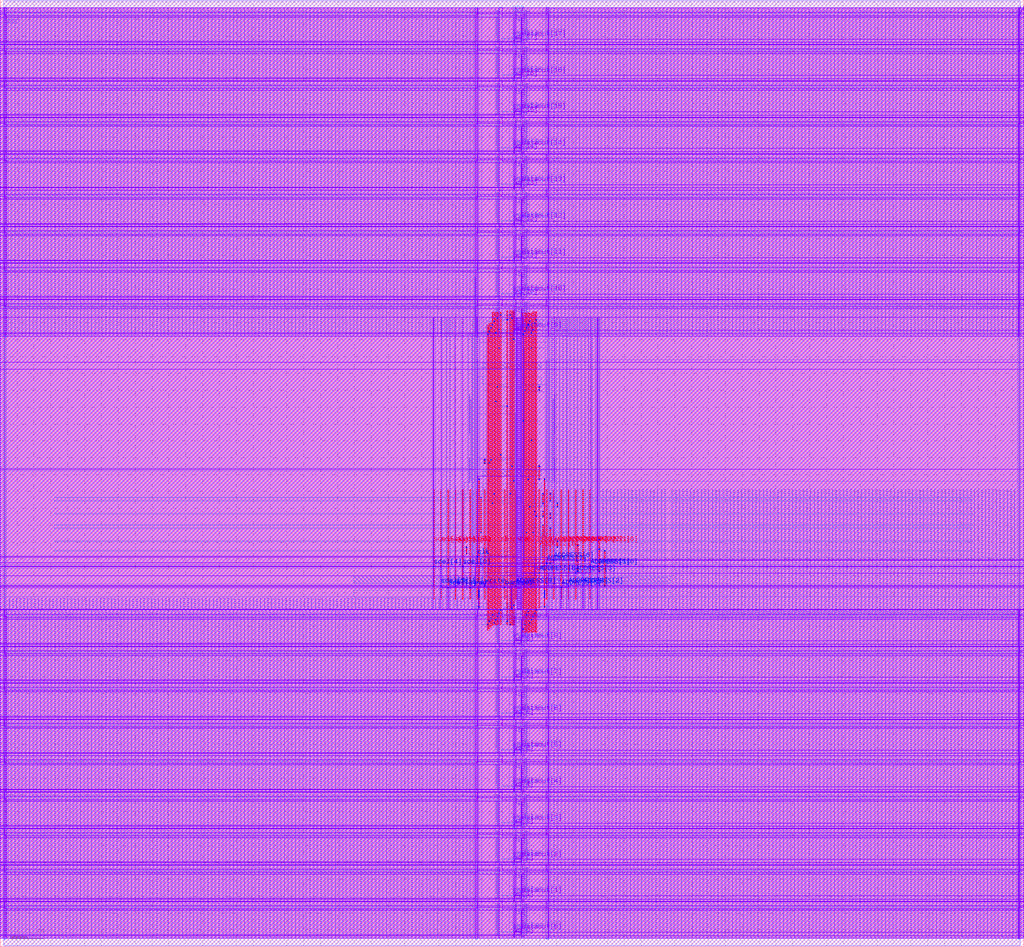
<source format=lef>
VERSION 5.8 ;
BUSBITCHARS "[]" ;
DIVIDERCHAR "/" ;

PROPERTYDEFINITIONS
  MACRO CatenaDesignType STRING ;
END PROPERTYDEFINITIONS

MACRO srambank_256x4x18_6t122
  CLASS BLOCK ;
  ORIGIN 0 0 ;
  FOREIGN srambank_256x4x18_6t122 0 0 ;
  SIZE 30.348 BY 28.080000000000002 ;
  SYMMETRY X Y ;
  SITE coreSite ;
  PIN VDD
    DIRECTION INOUT ;
    USE POWER ;
    PORT
      LAYER M4  ;
        RECT 0.1040 1.1720 30.2580 1.2200 ;
        RECT 0.1040 2.2520 30.2580 2.3000 ;
        RECT 0.1040 3.3320 30.2580 3.3800 ;
        RECT 0.1040 4.4120 30.2580 4.4600 ;
        RECT 0.1040 5.4920 30.2580 5.5400 ;
        RECT 0.1040 6.5720 30.2580 6.6200 ;
        RECT 0.1040 7.6520 30.2580 7.7000 ;
        RECT 0.1040 8.7320 30.2580 8.7800 ;
        RECT 0.1040 9.8120 30.2580 9.8600 ;
        RECT 0.1040 19.0190 30.2580 19.0670 ;
        RECT 0.1040 20.0990 30.2580 20.1470 ;
        RECT 0.1040 21.1790 30.2580 21.2270 ;
        RECT 0.1040 22.2590 30.2580 22.3070 ;
        RECT 0.1040 23.3390 30.2580 23.3870 ;
        RECT 0.1040 24.4190 30.2580 24.4670 ;
        RECT 0.1040 25.4990 30.2580 25.5470 ;
        RECT 0.1040 26.5790 30.2580 26.6270 ;
        RECT 0.1040 27.6590 30.2580 27.7070 ;
      LAYER M3  ;
        RECT 30.2180 0.2165 30.2360 1.3765 ;
        RECT 16.1960 0.2170 16.2140 1.3760 ;
        RECT 14.7920 0.2530 14.8820 1.3685 ;
        RECT 14.1440 0.2170 14.1620 1.3760 ;
        RECT 0.1220 0.2165 0.1400 1.3765 ;
        RECT 30.2180 1.2965 30.2360 2.4565 ;
        RECT 16.1960 1.2970 16.2140 2.4560 ;
        RECT 14.7920 1.3330 14.8820 2.4485 ;
        RECT 14.1440 1.2970 14.1620 2.4560 ;
        RECT 0.1220 1.2965 0.1400 2.4565 ;
        RECT 30.2180 2.3765 30.2360 3.5365 ;
        RECT 16.1960 2.3770 16.2140 3.5360 ;
        RECT 14.7920 2.4130 14.8820 3.5285 ;
        RECT 14.1440 2.3770 14.1620 3.5360 ;
        RECT 0.1220 2.3765 0.1400 3.5365 ;
        RECT 30.2180 3.4565 30.2360 4.6165 ;
        RECT 16.1960 3.4570 16.2140 4.6160 ;
        RECT 14.7920 3.4930 14.8820 4.6085 ;
        RECT 14.1440 3.4570 14.1620 4.6160 ;
        RECT 0.1220 3.4565 0.1400 4.6165 ;
        RECT 30.2180 4.5365 30.2360 5.6965 ;
        RECT 16.1960 4.5370 16.2140 5.6960 ;
        RECT 14.7920 4.5730 14.8820 5.6885 ;
        RECT 14.1440 4.5370 14.1620 5.6960 ;
        RECT 0.1220 4.5365 0.1400 5.6965 ;
        RECT 30.2180 5.6165 30.2360 6.7765 ;
        RECT 16.1960 5.6170 16.2140 6.7760 ;
        RECT 14.7920 5.6530 14.8820 6.7685 ;
        RECT 14.1440 5.6170 14.1620 6.7760 ;
        RECT 0.1220 5.6165 0.1400 6.7765 ;
        RECT 30.2180 6.6965 30.2360 7.8565 ;
        RECT 16.1960 6.6970 16.2140 7.8560 ;
        RECT 14.7920 6.7330 14.8820 7.8485 ;
        RECT 14.1440 6.6970 14.1620 7.8560 ;
        RECT 0.1220 6.6965 0.1400 7.8565 ;
        RECT 30.2180 7.7765 30.2360 8.9365 ;
        RECT 16.1960 7.7770 16.2140 8.9360 ;
        RECT 14.7920 7.8130 14.8820 8.9285 ;
        RECT 14.1440 7.7770 14.1620 8.9360 ;
        RECT 0.1220 7.7765 0.1400 8.9365 ;
        RECT 30.2180 8.8565 30.2360 10.0165 ;
        RECT 16.1960 8.8570 16.2140 10.0160 ;
        RECT 14.7920 8.8930 14.8820 10.0085 ;
        RECT 14.1440 8.8570 14.1620 10.0160 ;
        RECT 0.1220 8.8565 0.1400 10.0165 ;
        RECT 14.0490 13.8050 14.0670 19.8685 ;
        RECT 30.2180 18.0635 30.2360 19.2235 ;
        RECT 16.1960 18.0640 16.2140 19.2230 ;
        RECT 14.7920 18.1000 14.8820 19.2155 ;
        RECT 14.1440 18.0640 14.1620 19.2230 ;
        RECT 0.1220 18.0635 0.1400 19.2235 ;
        RECT 30.2180 19.1435 30.2360 20.3035 ;
        RECT 16.1960 19.1440 16.2140 20.3030 ;
        RECT 14.7920 19.1800 14.8820 20.2955 ;
        RECT 14.1440 19.1440 14.1620 20.3030 ;
        RECT 0.1220 19.1435 0.1400 20.3035 ;
        RECT 30.2180 20.2235 30.2360 21.3835 ;
        RECT 16.1960 20.2240 16.2140 21.3830 ;
        RECT 14.7920 20.2600 14.8820 21.3755 ;
        RECT 14.1440 20.2240 14.1620 21.3830 ;
        RECT 0.1220 20.2235 0.1400 21.3835 ;
        RECT 30.2180 21.3035 30.2360 22.4635 ;
        RECT 16.1960 21.3040 16.2140 22.4630 ;
        RECT 14.7920 21.3400 14.8820 22.4555 ;
        RECT 14.1440 21.3040 14.1620 22.4630 ;
        RECT 0.1220 21.3035 0.1400 22.4635 ;
        RECT 30.2180 22.3835 30.2360 23.5435 ;
        RECT 16.1960 22.3840 16.2140 23.5430 ;
        RECT 14.7920 22.4200 14.8820 23.5355 ;
        RECT 14.1440 22.3840 14.1620 23.5430 ;
        RECT 0.1220 22.3835 0.1400 23.5435 ;
        RECT 30.2180 23.4635 30.2360 24.6235 ;
        RECT 16.1960 23.4640 16.2140 24.6230 ;
        RECT 14.7920 23.5000 14.8820 24.6155 ;
        RECT 14.1440 23.4640 14.1620 24.6230 ;
        RECT 0.1220 23.4635 0.1400 24.6235 ;
        RECT 30.2180 24.5435 30.2360 25.7035 ;
        RECT 16.1960 24.5440 16.2140 25.7030 ;
        RECT 14.7920 24.5800 14.8820 25.6955 ;
        RECT 14.1440 24.5440 14.1620 25.7030 ;
        RECT 0.1220 24.5435 0.1400 25.7035 ;
        RECT 30.2180 25.6235 30.2360 26.7835 ;
        RECT 16.1960 25.6240 16.2140 26.7830 ;
        RECT 14.7920 25.6600 14.8820 26.7755 ;
        RECT 14.1440 25.6240 14.1620 26.7830 ;
        RECT 0.1220 25.6235 0.1400 26.7835 ;
        RECT 30.2180 26.7035 30.2360 27.8635 ;
        RECT 16.1960 26.7040 16.2140 27.8630 ;
        RECT 14.7920 26.7400 14.8820 27.8555 ;
        RECT 14.1440 26.7040 14.1620 27.8630 ;
        RECT 0.1220 26.7035 0.1400 27.8635 ;
      LAYER V3  ;
        RECT 0.1220 1.1720 0.1400 1.2200 ;
        RECT 14.1440 1.1720 14.1620 1.2200 ;
        RECT 14.7920 1.1720 14.8820 1.2200 ;
        RECT 16.1960 1.1720 16.2140 1.2200 ;
        RECT 30.2180 1.1720 30.2360 1.2200 ;
        RECT 0.1220 2.2520 0.1400 2.3000 ;
        RECT 14.1440 2.2520 14.1620 2.3000 ;
        RECT 14.7920 2.2520 14.8820 2.3000 ;
        RECT 16.1960 2.2520 16.2140 2.3000 ;
        RECT 30.2180 2.2520 30.2360 2.3000 ;
        RECT 0.1220 3.3320 0.1400 3.3800 ;
        RECT 14.1440 3.3320 14.1620 3.3800 ;
        RECT 14.7920 3.3320 14.8820 3.3800 ;
        RECT 16.1960 3.3320 16.2140 3.3800 ;
        RECT 30.2180 3.3320 30.2360 3.3800 ;
        RECT 0.1220 4.4120 0.1400 4.4600 ;
        RECT 14.1440 4.4120 14.1620 4.4600 ;
        RECT 14.7920 4.4120 14.8820 4.4600 ;
        RECT 16.1960 4.4120 16.2140 4.4600 ;
        RECT 30.2180 4.4120 30.2360 4.4600 ;
        RECT 0.1220 5.4920 0.1400 5.5400 ;
        RECT 14.1440 5.4920 14.1620 5.5400 ;
        RECT 14.7920 5.4920 14.8820 5.5400 ;
        RECT 16.1960 5.4920 16.2140 5.5400 ;
        RECT 30.2180 5.4920 30.2360 5.5400 ;
        RECT 0.1220 6.5720 0.1400 6.6200 ;
        RECT 14.1440 6.5720 14.1620 6.6200 ;
        RECT 14.7920 6.5720 14.8820 6.6200 ;
        RECT 16.1960 6.5720 16.2140 6.6200 ;
        RECT 30.2180 6.5720 30.2360 6.6200 ;
        RECT 0.1220 7.6520 0.1400 7.7000 ;
        RECT 14.1440 7.6520 14.1620 7.7000 ;
        RECT 14.7920 7.6520 14.8820 7.7000 ;
        RECT 16.1960 7.6520 16.2140 7.7000 ;
        RECT 30.2180 7.6520 30.2360 7.7000 ;
        RECT 0.1220 8.7320 0.1400 8.7800 ;
        RECT 14.1440 8.7320 14.1620 8.7800 ;
        RECT 14.7920 8.7320 14.8820 8.7800 ;
        RECT 16.1960 8.7320 16.2140 8.7800 ;
        RECT 30.2180 8.7320 30.2360 8.7800 ;
        RECT 0.1220 9.8120 0.1400 9.8600 ;
        RECT 14.1440 9.8120 14.1620 9.8600 ;
        RECT 14.7920 9.8120 14.8820 9.8600 ;
        RECT 16.1960 9.8120 16.2140 9.8600 ;
        RECT 30.2180 9.8120 30.2360 9.8600 ;
        RECT 0.1220 19.0190 0.1400 19.0670 ;
        RECT 14.1440 19.0190 14.1620 19.0670 ;
        RECT 14.7920 19.0190 14.8820 19.0670 ;
        RECT 16.1960 19.0190 16.2140 19.0670 ;
        RECT 30.2180 19.0190 30.2360 19.0670 ;
        RECT 0.1220 20.0990 0.1400 20.1470 ;
        RECT 14.1440 20.0990 14.1620 20.1470 ;
        RECT 14.7920 20.0990 14.8820 20.1470 ;
        RECT 16.1960 20.0990 16.2140 20.1470 ;
        RECT 30.2180 20.0990 30.2360 20.1470 ;
        RECT 0.1220 21.1790 0.1400 21.2270 ;
        RECT 14.1440 21.1790 14.1620 21.2270 ;
        RECT 14.7920 21.1790 14.8820 21.2270 ;
        RECT 16.1960 21.1790 16.2140 21.2270 ;
        RECT 30.2180 21.1790 30.2360 21.2270 ;
        RECT 0.1220 22.2590 0.1400 22.3070 ;
        RECT 14.1440 22.2590 14.1620 22.3070 ;
        RECT 14.7920 22.2590 14.8820 22.3070 ;
        RECT 16.1960 22.2590 16.2140 22.3070 ;
        RECT 30.2180 22.2590 30.2360 22.3070 ;
        RECT 0.1220 23.3390 0.1400 23.3870 ;
        RECT 14.1440 23.3390 14.1620 23.3870 ;
        RECT 14.7920 23.3390 14.8820 23.3870 ;
        RECT 16.1960 23.3390 16.2140 23.3870 ;
        RECT 30.2180 23.3390 30.2360 23.3870 ;
        RECT 0.1220 24.4190 0.1400 24.4670 ;
        RECT 14.1440 24.4190 14.1620 24.4670 ;
        RECT 14.7920 24.4190 14.8820 24.4670 ;
        RECT 16.1960 24.4190 16.2140 24.4670 ;
        RECT 30.2180 24.4190 30.2360 24.4670 ;
        RECT 0.1220 25.4990 0.1400 25.5470 ;
        RECT 14.1440 25.4990 14.1620 25.5470 ;
        RECT 14.7920 25.4990 14.8820 25.5470 ;
        RECT 16.1960 25.4990 16.2140 25.5470 ;
        RECT 30.2180 25.4990 30.2360 25.5470 ;
        RECT 0.1220 26.5790 0.1400 26.6270 ;
        RECT 14.1440 26.5790 14.1620 26.6270 ;
        RECT 14.7920 26.5790 14.8820 26.6270 ;
        RECT 16.1960 26.5790 16.2140 26.6270 ;
        RECT 30.2180 26.5790 30.2360 26.6270 ;
        RECT 0.1220 27.6590 0.1400 27.7070 ;
        RECT 14.1440 27.6590 14.1620 27.7070 ;
        RECT 14.7920 27.6590 14.8820 27.7070 ;
        RECT 16.1960 27.6590 16.2140 27.7070 ;
        RECT 30.2180 27.6590 30.2360 27.7070 ;
    END
  END VDD
  PIN VSS
    DIRECTION INOUT ;
    USE POWER ;
    PORT
      LAYER M4  ;
        RECT 0.1040 1.0760 30.2580 1.1240 ;
        RECT 0.1040 2.1560 30.2580 2.2040 ;
        RECT 0.1040 3.2360 30.2580 3.2840 ;
        RECT 0.1040 4.3160 30.2580 4.3640 ;
        RECT 0.1040 5.3960 30.2580 5.4440 ;
        RECT 0.1040 6.4760 30.2580 6.5240 ;
        RECT 0.1040 7.5560 30.2580 7.6040 ;
        RECT 0.1040 8.6360 30.2580 8.6840 ;
        RECT 0.1040 9.7160 30.2580 9.7640 ;
        RECT 10.4760 10.7815 19.8720 10.9975 ;
        RECT 14.3100 13.9495 16.0380 14.1655 ;
        RECT 14.3100 17.1175 16.0380 17.3335 ;
        RECT 0.1040 18.9230 30.2580 18.9710 ;
        RECT 0.1040 20.0030 30.2580 20.0510 ;
        RECT 0.1040 21.0830 30.2580 21.1310 ;
        RECT 0.1040 22.1630 30.2580 22.2110 ;
        RECT 0.1040 23.2430 30.2580 23.2910 ;
        RECT 0.1040 24.3230 30.2580 24.3710 ;
        RECT 0.1040 25.4030 30.2580 25.4510 ;
        RECT 0.1040 26.4830 30.2580 26.5310 ;
        RECT 0.1040 27.5630 30.2580 27.6110 ;
      LAYER M3  ;
        RECT 30.1820 0.2165 30.2000 1.3765 ;
        RECT 16.2500 0.2165 16.2680 1.3765 ;
        RECT 15.4850 0.2530 15.5210 1.3675 ;
        RECT 15.2600 0.2530 15.2870 1.3675 ;
        RECT 14.0900 0.2165 14.1080 1.3765 ;
        RECT 0.1580 0.2165 0.1760 1.3765 ;
        RECT 30.1820 1.2965 30.2000 2.4565 ;
        RECT 16.2500 1.2965 16.2680 2.4565 ;
        RECT 15.4850 1.3330 15.5210 2.4475 ;
        RECT 15.2600 1.3330 15.2870 2.4475 ;
        RECT 14.0900 1.2965 14.1080 2.4565 ;
        RECT 0.1580 1.2965 0.1760 2.4565 ;
        RECT 30.1820 2.3765 30.2000 3.5365 ;
        RECT 16.2500 2.3765 16.2680 3.5365 ;
        RECT 15.4850 2.4130 15.5210 3.5275 ;
        RECT 15.2600 2.4130 15.2870 3.5275 ;
        RECT 14.0900 2.3765 14.1080 3.5365 ;
        RECT 0.1580 2.3765 0.1760 3.5365 ;
        RECT 30.1820 3.4565 30.2000 4.6165 ;
        RECT 16.2500 3.4565 16.2680 4.6165 ;
        RECT 15.4850 3.4930 15.5210 4.6075 ;
        RECT 15.2600 3.4930 15.2870 4.6075 ;
        RECT 14.0900 3.4565 14.1080 4.6165 ;
        RECT 0.1580 3.4565 0.1760 4.6165 ;
        RECT 30.1820 4.5365 30.2000 5.6965 ;
        RECT 16.2500 4.5365 16.2680 5.6965 ;
        RECT 15.4850 4.5730 15.5210 5.6875 ;
        RECT 15.2600 4.5730 15.2870 5.6875 ;
        RECT 14.0900 4.5365 14.1080 5.6965 ;
        RECT 0.1580 4.5365 0.1760 5.6965 ;
        RECT 30.1820 5.6165 30.2000 6.7765 ;
        RECT 16.2500 5.6165 16.2680 6.7765 ;
        RECT 15.4850 5.6530 15.5210 6.7675 ;
        RECT 15.2600 5.6530 15.2870 6.7675 ;
        RECT 14.0900 5.6165 14.1080 6.7765 ;
        RECT 0.1580 5.6165 0.1760 6.7765 ;
        RECT 30.1820 6.6965 30.2000 7.8565 ;
        RECT 16.2500 6.6965 16.2680 7.8565 ;
        RECT 15.4850 6.7330 15.5210 7.8475 ;
        RECT 15.2600 6.7330 15.2870 7.8475 ;
        RECT 14.0900 6.6965 14.1080 7.8565 ;
        RECT 0.1580 6.6965 0.1760 7.8565 ;
        RECT 30.1820 7.7765 30.2000 8.9365 ;
        RECT 16.2500 7.7765 16.2680 8.9365 ;
        RECT 15.4850 7.8130 15.5210 8.9275 ;
        RECT 15.2600 7.8130 15.2870 8.9275 ;
        RECT 14.0900 7.7765 14.1080 8.9365 ;
        RECT 0.1580 7.7765 0.1760 8.9365 ;
        RECT 30.1820 8.8565 30.2000 10.0165 ;
        RECT 16.2500 8.8565 16.2680 10.0165 ;
        RECT 15.4850 8.8930 15.5210 10.0075 ;
        RECT 15.2600 8.8930 15.2870 10.0075 ;
        RECT 14.0900 8.8565 14.1080 10.0165 ;
        RECT 0.1580 8.8565 0.1760 10.0165 ;
        RECT 16.2450 9.9870 16.2630 18.1940 ;
        RECT 15.2910 10.2105 15.5250 17.8935 ;
        RECT 14.0850 9.9870 14.1030 19.8685 ;
        RECT 30.1820 18.0635 30.2000 19.2235 ;
        RECT 16.2500 18.0635 16.2680 19.2235 ;
        RECT 15.4850 18.1000 15.5210 19.2145 ;
        RECT 15.2600 18.1000 15.2870 19.2145 ;
        RECT 14.0900 18.0635 14.1080 19.2235 ;
        RECT 0.1580 18.0635 0.1760 19.2235 ;
        RECT 30.1820 19.1435 30.2000 20.3035 ;
        RECT 16.2500 19.1435 16.2680 20.3035 ;
        RECT 15.4850 19.1800 15.5210 20.2945 ;
        RECT 15.2600 19.1800 15.2870 20.2945 ;
        RECT 14.0900 19.1435 14.1080 20.3035 ;
        RECT 0.1580 19.1435 0.1760 20.3035 ;
        RECT 30.1820 20.2235 30.2000 21.3835 ;
        RECT 16.2500 20.2235 16.2680 21.3835 ;
        RECT 15.4850 20.2600 15.5210 21.3745 ;
        RECT 15.2600 20.2600 15.2870 21.3745 ;
        RECT 14.0900 20.2235 14.1080 21.3835 ;
        RECT 0.1580 20.2235 0.1760 21.3835 ;
        RECT 30.1820 21.3035 30.2000 22.4635 ;
        RECT 16.2500 21.3035 16.2680 22.4635 ;
        RECT 15.4850 21.3400 15.5210 22.4545 ;
        RECT 15.2600 21.3400 15.2870 22.4545 ;
        RECT 14.0900 21.3035 14.1080 22.4635 ;
        RECT 0.1580 21.3035 0.1760 22.4635 ;
        RECT 30.1820 22.3835 30.2000 23.5435 ;
        RECT 16.2500 22.3835 16.2680 23.5435 ;
        RECT 15.4850 22.4200 15.5210 23.5345 ;
        RECT 15.2600 22.4200 15.2870 23.5345 ;
        RECT 14.0900 22.3835 14.1080 23.5435 ;
        RECT 0.1580 22.3835 0.1760 23.5435 ;
        RECT 30.1820 23.4635 30.2000 24.6235 ;
        RECT 16.2500 23.4635 16.2680 24.6235 ;
        RECT 15.4850 23.5000 15.5210 24.6145 ;
        RECT 15.2600 23.5000 15.2870 24.6145 ;
        RECT 14.0900 23.4635 14.1080 24.6235 ;
        RECT 0.1580 23.4635 0.1760 24.6235 ;
        RECT 30.1820 24.5435 30.2000 25.7035 ;
        RECT 16.2500 24.5435 16.2680 25.7035 ;
        RECT 15.4850 24.5800 15.5210 25.6945 ;
        RECT 15.2600 24.5800 15.2870 25.6945 ;
        RECT 14.0900 24.5435 14.1080 25.7035 ;
        RECT 0.1580 24.5435 0.1760 25.7035 ;
        RECT 30.1820 25.6235 30.2000 26.7835 ;
        RECT 16.2500 25.6235 16.2680 26.7835 ;
        RECT 15.4850 25.6600 15.5210 26.7745 ;
        RECT 15.2600 25.6600 15.2870 26.7745 ;
        RECT 14.0900 25.6235 14.1080 26.7835 ;
        RECT 0.1580 25.6235 0.1760 26.7835 ;
        RECT 30.1820 26.7035 30.2000 27.8635 ;
        RECT 16.2500 26.7035 16.2680 27.8635 ;
        RECT 15.4850 26.7400 15.5210 27.8545 ;
        RECT 15.2600 26.7400 15.2870 27.8545 ;
        RECT 14.0900 26.7035 14.1080 27.8635 ;
        RECT 0.1580 26.7035 0.1760 27.8635 ;
      LAYER V3  ;
        RECT 0.1580 1.0760 0.1760 1.1240 ;
        RECT 14.0900 1.0760 14.1080 1.1240 ;
        RECT 15.2600 1.0760 15.2870 1.1240 ;
        RECT 15.4850 1.0760 15.5210 1.1240 ;
        RECT 16.2500 1.0760 16.2680 1.1240 ;
        RECT 30.1820 1.0760 30.2000 1.1240 ;
        RECT 0.1580 2.1560 0.1760 2.2040 ;
        RECT 14.0900 2.1560 14.1080 2.2040 ;
        RECT 15.2600 2.1560 15.2870 2.2040 ;
        RECT 15.4850 2.1560 15.5210 2.2040 ;
        RECT 16.2500 2.1560 16.2680 2.2040 ;
        RECT 30.1820 2.1560 30.2000 2.2040 ;
        RECT 0.1580 3.2360 0.1760 3.2840 ;
        RECT 14.0900 3.2360 14.1080 3.2840 ;
        RECT 15.2600 3.2360 15.2870 3.2840 ;
        RECT 15.4850 3.2360 15.5210 3.2840 ;
        RECT 16.2500 3.2360 16.2680 3.2840 ;
        RECT 30.1820 3.2360 30.2000 3.2840 ;
        RECT 0.1580 4.3160 0.1760 4.3640 ;
        RECT 14.0900 4.3160 14.1080 4.3640 ;
        RECT 15.2600 4.3160 15.2870 4.3640 ;
        RECT 15.4850 4.3160 15.5210 4.3640 ;
        RECT 16.2500 4.3160 16.2680 4.3640 ;
        RECT 30.1820 4.3160 30.2000 4.3640 ;
        RECT 0.1580 5.3960 0.1760 5.4440 ;
        RECT 14.0900 5.3960 14.1080 5.4440 ;
        RECT 15.2600 5.3960 15.2870 5.4440 ;
        RECT 15.4850 5.3960 15.5210 5.4440 ;
        RECT 16.2500 5.3960 16.2680 5.4440 ;
        RECT 30.1820 5.3960 30.2000 5.4440 ;
        RECT 0.1580 6.4760 0.1760 6.5240 ;
        RECT 14.0900 6.4760 14.1080 6.5240 ;
        RECT 15.2600 6.4760 15.2870 6.5240 ;
        RECT 15.4850 6.4760 15.5210 6.5240 ;
        RECT 16.2500 6.4760 16.2680 6.5240 ;
        RECT 30.1820 6.4760 30.2000 6.5240 ;
        RECT 0.1580 7.5560 0.1760 7.6040 ;
        RECT 14.0900 7.5560 14.1080 7.6040 ;
        RECT 15.2600 7.5560 15.2870 7.6040 ;
        RECT 15.4850 7.5560 15.5210 7.6040 ;
        RECT 16.2500 7.5560 16.2680 7.6040 ;
        RECT 30.1820 7.5560 30.2000 7.6040 ;
        RECT 0.1580 8.6360 0.1760 8.6840 ;
        RECT 14.0900 8.6360 14.1080 8.6840 ;
        RECT 15.2600 8.6360 15.2870 8.6840 ;
        RECT 15.4850 8.6360 15.5210 8.6840 ;
        RECT 16.2500 8.6360 16.2680 8.6840 ;
        RECT 30.1820 8.6360 30.2000 8.6840 ;
        RECT 0.1580 9.7160 0.1760 9.7640 ;
        RECT 14.0900 9.7160 14.1080 9.7640 ;
        RECT 15.2600 9.7160 15.2870 9.7640 ;
        RECT 15.4850 9.7160 15.5210 9.7640 ;
        RECT 16.2500 9.7160 16.2680 9.7640 ;
        RECT 30.1820 9.7160 30.2000 9.7640 ;
        RECT 14.0850 10.7815 14.1030 10.9975 ;
        RECT 15.2950 17.1175 15.3130 17.3335 ;
        RECT 15.2950 13.9495 15.3130 14.1655 ;
        RECT 15.2950 10.7815 15.3130 10.9975 ;
        RECT 15.3470 17.1175 15.3650 17.3335 ;
        RECT 15.3470 13.9495 15.3650 14.1655 ;
        RECT 15.3470 10.7815 15.3650 10.9975 ;
        RECT 15.3990 17.1175 15.4170 17.3335 ;
        RECT 15.3990 13.9495 15.4170 14.1655 ;
        RECT 15.3990 10.7815 15.4170 10.9975 ;
        RECT 15.4510 17.1175 15.4690 17.3335 ;
        RECT 15.4510 13.9495 15.4690 14.1655 ;
        RECT 15.4510 10.7815 15.4690 10.9975 ;
        RECT 15.5030 17.1175 15.5210 17.3335 ;
        RECT 15.5030 13.9495 15.5210 14.1655 ;
        RECT 15.5030 10.7815 15.5210 10.9975 ;
        RECT 16.2450 10.7815 16.2630 10.9975 ;
        RECT 0.1580 18.9230 0.1760 18.9710 ;
        RECT 14.0900 18.9230 14.1080 18.9710 ;
        RECT 15.2600 18.9230 15.2870 18.9710 ;
        RECT 15.4850 18.9230 15.5210 18.9710 ;
        RECT 16.2500 18.9230 16.2680 18.9710 ;
        RECT 30.1820 18.9230 30.2000 18.9710 ;
        RECT 0.1580 20.0030 0.1760 20.0510 ;
        RECT 14.0900 20.0030 14.1080 20.0510 ;
        RECT 15.2600 20.0030 15.2870 20.0510 ;
        RECT 15.4850 20.0030 15.5210 20.0510 ;
        RECT 16.2500 20.0030 16.2680 20.0510 ;
        RECT 30.1820 20.0030 30.2000 20.0510 ;
        RECT 0.1580 21.0830 0.1760 21.1310 ;
        RECT 14.0900 21.0830 14.1080 21.1310 ;
        RECT 15.2600 21.0830 15.2870 21.1310 ;
        RECT 15.4850 21.0830 15.5210 21.1310 ;
        RECT 16.2500 21.0830 16.2680 21.1310 ;
        RECT 30.1820 21.0830 30.2000 21.1310 ;
        RECT 0.1580 22.1630 0.1760 22.2110 ;
        RECT 14.0900 22.1630 14.1080 22.2110 ;
        RECT 15.2600 22.1630 15.2870 22.2110 ;
        RECT 15.4850 22.1630 15.5210 22.2110 ;
        RECT 16.2500 22.1630 16.2680 22.2110 ;
        RECT 30.1820 22.1630 30.2000 22.2110 ;
        RECT 0.1580 23.2430 0.1760 23.2910 ;
        RECT 14.0900 23.2430 14.1080 23.2910 ;
        RECT 15.2600 23.2430 15.2870 23.2910 ;
        RECT 15.4850 23.2430 15.5210 23.2910 ;
        RECT 16.2500 23.2430 16.2680 23.2910 ;
        RECT 30.1820 23.2430 30.2000 23.2910 ;
        RECT 0.1580 24.3230 0.1760 24.3710 ;
        RECT 14.0900 24.3230 14.1080 24.3710 ;
        RECT 15.2600 24.3230 15.2870 24.3710 ;
        RECT 15.4850 24.3230 15.5210 24.3710 ;
        RECT 16.2500 24.3230 16.2680 24.3710 ;
        RECT 30.1820 24.3230 30.2000 24.3710 ;
        RECT 0.1580 25.4030 0.1760 25.4510 ;
        RECT 14.0900 25.4030 14.1080 25.4510 ;
        RECT 15.2600 25.4030 15.2870 25.4510 ;
        RECT 15.4850 25.4030 15.5210 25.4510 ;
        RECT 16.2500 25.4030 16.2680 25.4510 ;
        RECT 30.1820 25.4030 30.2000 25.4510 ;
        RECT 0.1580 26.4830 0.1760 26.5310 ;
        RECT 14.0900 26.4830 14.1080 26.5310 ;
        RECT 15.2600 26.4830 15.2870 26.5310 ;
        RECT 15.4850 26.4830 15.5210 26.5310 ;
        RECT 16.2500 26.4830 16.2680 26.5310 ;
        RECT 30.1820 26.4830 30.2000 26.5310 ;
        RECT 0.1580 27.5630 0.1760 27.6110 ;
        RECT 14.0900 27.5630 14.1080 27.6110 ;
        RECT 15.2600 27.5630 15.2870 27.6110 ;
        RECT 15.4850 27.5630 15.5210 27.6110 ;
        RECT 16.2500 27.5630 16.2680 27.6110 ;
        RECT 30.1820 27.5630 30.2000 27.6110 ;
    END
  END VSS
  PIN ADDRESS[0]
    DIRECTION INPUT ;
    USE SIGNAL ;
    PORT
      LAYER M3  ;
        RECT 17.7030 11.2535 17.7210 11.2905 ;
      LAYER M4  ;
        RECT 17.6510 11.2615 17.7350 11.2855 ;
      LAYER M5  ;
        RECT 17.7000 10.3105 17.7240 13.5505 ;
      LAYER V3  ;
        RECT 17.7030 11.2615 17.7210 11.2855 ;
      LAYER V4  ;
        RECT 17.7000 11.2615 17.7240 11.2855 ;
    END
  END ADDRESS[0]
  PIN ADDRESS[1]
    DIRECTION INPUT ;
    USE SIGNAL ;
    PORT
      LAYER M3  ;
        RECT 17.4870 11.2565 17.5050 11.2935 ;
      LAYER M4  ;
        RECT 17.4350 11.2615 17.5190 11.2855 ;
      LAYER M5  ;
        RECT 17.4840 10.3105 17.5080 13.5505 ;
      LAYER V3  ;
        RECT 17.4870 11.2615 17.5050 11.2855 ;
      LAYER V4  ;
        RECT 17.4840 11.2615 17.5080 11.2855 ;
    END
  END ADDRESS[1]
  PIN ADDRESS[2]
    DIRECTION INPUT ;
    USE SIGNAL ;
    PORT
      LAYER M3  ;
        RECT 17.2710 10.6775 17.2890 10.7145 ;
      LAYER M4  ;
        RECT 17.2190 10.6855 17.3030 10.7095 ;
      LAYER M5  ;
        RECT 17.2680 10.3105 17.2920 13.5505 ;
      LAYER V3  ;
        RECT 17.2710 10.6855 17.2890 10.7095 ;
      LAYER V4  ;
        RECT 17.2680 10.6855 17.2920 10.7095 ;
    END
  END ADDRESS[2]
  PIN ADDRESS[3]
    DIRECTION INPUT ;
    USE SIGNAL ;
    PORT
      LAYER M3  ;
        RECT 17.0550 10.9175 17.0730 11.0985 ;
      LAYER M4  ;
        RECT 17.0030 11.0695 17.0870 11.0935 ;
      LAYER M5  ;
        RECT 17.0520 10.3105 17.0760 13.5505 ;
      LAYER V3  ;
        RECT 17.0550 11.0695 17.0730 11.0935 ;
      LAYER V4  ;
        RECT 17.0520 11.0695 17.0760 11.0935 ;
    END
  END ADDRESS[3]
  PIN ADDRESS[4]
    DIRECTION INPUT ;
    USE SIGNAL ;
    PORT
      LAYER M3  ;
        RECT 16.8390 10.6805 16.8570 10.7475 ;
      LAYER M4  ;
        RECT 16.7870 10.6855 16.8710 10.7095 ;
      LAYER M5  ;
        RECT 16.8360 10.3105 16.8600 13.5505 ;
      LAYER V3  ;
        RECT 16.8390 10.6855 16.8570 10.7095 ;
      LAYER V4  ;
        RECT 16.8360 10.6855 16.8600 10.7095 ;
    END
  END ADDRESS[4]
  PIN ADDRESS[5]
    DIRECTION INPUT ;
    USE SIGNAL ;
    PORT
      LAYER M3  ;
        RECT 16.6230 10.4135 16.6410 10.6665 ;
      LAYER M4  ;
        RECT 16.5710 10.6375 16.6550 10.6615 ;
      LAYER M5  ;
        RECT 16.6200 10.3105 16.6440 13.5505 ;
      LAYER V3  ;
        RECT 16.6230 10.6375 16.6410 10.6615 ;
      LAYER V4  ;
        RECT 16.6200 10.6375 16.6440 10.6615 ;
    END
  END ADDRESS[5]
  PIN ADDRESS[6]
    DIRECTION INPUT ;
    USE SIGNAL ;
    PORT
      LAYER M3  ;
        RECT 16.4070 11.4485 16.4250 11.4855 ;
      LAYER M4  ;
        RECT 16.3550 11.4535 16.4390 11.4775 ;
      LAYER M5  ;
        RECT 16.4040 10.3105 16.4280 13.5505 ;
      LAYER V3  ;
        RECT 16.4070 11.4535 16.4250 11.4775 ;
      LAYER V4  ;
        RECT 16.4040 11.4535 16.4280 11.4775 ;
    END
  END ADDRESS[6]
  PIN ADDRESS[7]
    DIRECTION INPUT ;
    USE SIGNAL ;
    PORT
      LAYER M3  ;
        RECT 16.1910 11.2955 16.2090 11.3865 ;
      LAYER M4  ;
        RECT 16.1390 11.3575 16.2230 11.3815 ;
      LAYER M5  ;
        RECT 16.1880 10.3105 16.2120 13.5505 ;
      LAYER V3  ;
        RECT 16.1910 11.3575 16.2090 11.3815 ;
      LAYER V4  ;
        RECT 16.1880 11.3575 16.2120 11.3815 ;
    END
  END ADDRESS[7]
  PIN ADDRESS[8]
    DIRECTION INPUT ;
    USE SIGNAL ;
    PORT
      LAYER M3  ;
        RECT 15.8310 10.9535 15.8490 11.0985 ;
      LAYER M4  ;
        RECT 15.8200 11.0695 16.0070 11.0935 ;
      LAYER M5  ;
        RECT 15.9720 10.0515 15.9960 13.5505 ;
      LAYER V3  ;
        RECT 15.8310 11.0695 15.8490 11.0935 ;
      LAYER V4  ;
        RECT 15.9720 11.0695 15.9960 11.0935 ;
    END
  END ADDRESS[8]
  PIN ADDRESS[9]
    DIRECTION INPUT ;
    USE SIGNAL ;
    PORT
      LAYER M3  ;
        RECT 15.5430 10.6805 15.5610 10.7475 ;
      LAYER M4  ;
        RECT 15.2590 10.6855 15.5720 10.7095 ;
      LAYER M5  ;
        RECT 15.2700 10.3105 15.2940 13.5505 ;
      LAYER V3  ;
        RECT 15.5430 10.6855 15.5610 10.7095 ;
      LAYER V4  ;
        RECT 15.2700 10.6855 15.2940 10.7095 ;
    END
  END ADDRESS[9]
  PIN banksel
    DIRECTION INPUT ;
    USE SIGNAL ;
    PORT
      LAYER M3  ;
        RECT 15.1470 10.4135 15.1650 10.6665 ;
      LAYER M4  ;
        RECT 14.9350 10.6375 15.1760 10.6615 ;
      LAYER M5  ;
        RECT 14.9460 10.3105 14.9700 13.5505 ;
      LAYER V3  ;
        RECT 15.1470 10.6375 15.1650 10.6615 ;
      LAYER V4  ;
        RECT 14.9460 10.6375 14.9700 10.6615 ;
    END
  END banksel
  PIN clk
    DIRECTION INPUT ;
    USE SIGNAL ;
    PORT
      LAYER M3  ;
        RECT 14.1390 11.5445 14.1570 11.5935 ;
      LAYER M4  ;
        RECT 14.0870 11.5495 14.1710 11.5735 ;
      LAYER M5  ;
        RECT 14.1360 10.3105 14.1600 13.5505 ;
      LAYER V3  ;
        RECT 14.1390 11.5495 14.1570 11.5735 ;
      LAYER V4  ;
        RECT 14.1360 11.5495 14.1600 11.5735 ;
    END
  END clk
  PIN write
    DIRECTION INPUT ;
    USE SIGNAL ;
    PORT
      LAYER M3  ;
        RECT 14.3550 10.6805 14.3730 10.7475 ;
      LAYER M4  ;
        RECT 14.3030 10.6855 14.3870 10.7095 ;
      LAYER M5  ;
        RECT 14.3520 10.3105 14.3760 13.5505 ;
      LAYER V3  ;
        RECT 14.3550 10.6855 14.3730 10.7095 ;
      LAYER V4  ;
        RECT 14.3520 10.6855 14.3760 10.7095 ;
    END
  END write
  PIN read
    DIRECTION INPUT ;
    USE SIGNAL ;
    PORT
      LAYER M3  ;
        RECT 14.1750 10.4135 14.1930 10.6665 ;
      LAYER M4  ;
        RECT 13.9090 10.6375 14.2040 10.6615 ;
      LAYER M5  ;
        RECT 13.9200 10.3105 13.9440 13.5505 ;
      LAYER V3  ;
        RECT 14.1750 10.6375 14.1930 10.6615 ;
      LAYER V4  ;
        RECT 13.9200 10.6375 13.9440 10.6615 ;
    END
  END read
  PIN sdel[0]
    DIRECTION INPUT ;
    USE SIGNAL ;
    PORT
      LAYER M3  ;
        RECT 13.7070 11.2535 13.7250 11.2905 ;
      LAYER M4  ;
        RECT 13.6550 11.2615 13.7390 11.2855 ;
      LAYER M5  ;
        RECT 13.7040 10.3105 13.7280 13.5505 ;
      LAYER V3  ;
        RECT 13.7070 11.2615 13.7250 11.2855 ;
      LAYER V4  ;
        RECT 13.7040 11.2615 13.7280 11.2855 ;
    END
  END sdel[0]
  PIN sdel[1]
    DIRECTION INPUT ;
    USE SIGNAL ;
    PORT
      LAYER M3  ;
        RECT 13.4910 10.6805 13.5090 10.9095 ;
      LAYER M4  ;
        RECT 13.4390 10.6855 13.5230 10.7095 ;
      LAYER M5  ;
        RECT 13.4880 10.3105 13.5120 13.5505 ;
      LAYER V3  ;
        RECT 13.4910 10.6855 13.5090 10.7095 ;
      LAYER V4  ;
        RECT 13.4880 10.6855 13.5120 10.7095 ;
    END
  END sdel[1]
  PIN sdel[2]
    DIRECTION INPUT ;
    USE SIGNAL ;
    PORT
      LAYER M3  ;
        RECT 13.2750 10.4135 13.2930 10.6665 ;
      LAYER M4  ;
        RECT 13.2230 10.6375 13.3070 10.6615 ;
      LAYER M5  ;
        RECT 13.2720 10.3105 13.2960 13.5505 ;
      LAYER V3  ;
        RECT 13.2750 10.6375 13.2930 10.6615 ;
      LAYER V4  ;
        RECT 13.2720 10.6375 13.2960 10.6615 ;
    END
  END sdel[2]
  PIN sdel[3]
    DIRECTION INPUT ;
    USE SIGNAL ;
    PORT
      LAYER M3  ;
        RECT 13.0590 10.6775 13.0770 10.7145 ;
      LAYER M4  ;
        RECT 13.0070 10.6855 13.0910 10.7095 ;
      LAYER M5  ;
        RECT 13.0560 10.3105 13.0800 13.5505 ;
      LAYER V3  ;
        RECT 13.0590 10.6855 13.0770 10.7095 ;
      LAYER V4  ;
        RECT 13.0560 10.6855 13.0800 10.7095 ;
    END
  END sdel[3]
  PIN sdel[4]
    DIRECTION INPUT ;
    USE SIGNAL ;
    PORT
      LAYER M3  ;
        RECT 12.8430 11.2535 12.8610 11.2905 ;
      LAYER M4  ;
        RECT 12.7910 11.2615 12.8750 11.2855 ;
      LAYER M5  ;
        RECT 12.8400 10.3105 12.8640 13.5505 ;
      LAYER V3  ;
        RECT 12.8430 11.2615 12.8610 11.2855 ;
      LAYER V4  ;
        RECT 12.8400 11.2615 12.8640 11.2855 ;
    END
  END sdel[4]
  PIN dataout[14]
    DIRECTION OUTPUT ;
    USE SIGNAL ;
    PORT
      LAYER M3  ;
        RECT 15.4490 23.6245 15.4670 23.8640 ;
      LAYER M4  ;
        RECT 14.8610 23.6750 15.5090 23.6990 ;
      LAYER V3  ;
        RECT 15.4490 23.6750 15.4670 23.6990 ;
    END
  END dataout[14]
  PIN dataout[13]
    DIRECTION OUTPUT ;
    USE SIGNAL ;
    PORT
      LAYER M3  ;
        RECT 15.4490 22.5445 15.4670 22.7840 ;
      LAYER M4  ;
        RECT 14.8610 22.5950 15.5090 22.6190 ;
      LAYER V3  ;
        RECT 15.4490 22.5950 15.4670 22.6190 ;
    END
  END dataout[13]
  PIN dataout[12]
    DIRECTION OUTPUT ;
    USE SIGNAL ;
    PORT
      LAYER M3  ;
        RECT 15.4490 21.4645 15.4670 21.7040 ;
      LAYER M4  ;
        RECT 14.8610 21.5150 15.5090 21.5390 ;
      LAYER V3  ;
        RECT 15.4490 21.5150 15.4670 21.5390 ;
    END
  END dataout[12]
  PIN dataout[11]
    DIRECTION OUTPUT ;
    USE SIGNAL ;
    PORT
      LAYER M3  ;
        RECT 15.4490 20.3845 15.4670 20.6240 ;
      LAYER M4  ;
        RECT 14.8610 20.4350 15.5090 20.4590 ;
      LAYER V3  ;
        RECT 15.4490 20.4350 15.4670 20.4590 ;
    END
  END dataout[11]
  PIN dataout[10]
    DIRECTION OUTPUT ;
    USE SIGNAL ;
    PORT
      LAYER M3  ;
        RECT 15.4490 19.3045 15.4670 19.5440 ;
      LAYER M4  ;
        RECT 14.8610 19.3550 15.5090 19.3790 ;
      LAYER V3  ;
        RECT 15.4490 19.3550 15.4670 19.3790 ;
    END
  END dataout[10]
  PIN dataout[0]
    DIRECTION OUTPUT ;
    USE SIGNAL ;
    PORT
      LAYER M3  ;
        RECT 15.4490 0.3775 15.4670 0.6170 ;
      LAYER M4  ;
        RECT 14.8610 0.4280 15.5090 0.4520 ;
      LAYER V3  ;
        RECT 15.4490 0.4280 15.4670 0.4520 ;
    END
  END dataout[0]
  PIN dataout[15]
    DIRECTION OUTPUT ;
    USE SIGNAL ;
    PORT
      LAYER M3  ;
        RECT 15.4490 24.7045 15.4670 24.9440 ;
      LAYER M4  ;
        RECT 14.8610 24.7550 15.5090 24.7790 ;
      LAYER V3  ;
        RECT 15.4490 24.7550 15.4670 24.7790 ;
    END
  END dataout[15]
  PIN dataout[16]
    DIRECTION OUTPUT ;
    USE SIGNAL ;
    PORT
      LAYER M3  ;
        RECT 15.4490 25.7845 15.4670 26.0240 ;
      LAYER M4  ;
        RECT 14.8610 25.8350 15.5090 25.8590 ;
      LAYER V3  ;
        RECT 15.4490 25.8350 15.4670 25.8590 ;
    END
  END dataout[16]
  PIN dataout[17]
    DIRECTION OUTPUT ;
    USE SIGNAL ;
    PORT
      LAYER M3  ;
        RECT 15.4490 26.8645 15.4670 27.1040 ;
      LAYER M4  ;
        RECT 14.8610 26.9150 15.5090 26.9390 ;
      LAYER V3  ;
        RECT 15.4490 26.9150 15.4670 26.9390 ;
    END
  END dataout[17]
  PIN dataout[18]
    DIRECTION OUTPUT ;
    USE SIGNAL ;
    PORT
      LAYER M3  ;
    END
  END dataout[18]
  PIN dataout[19]
    DIRECTION OUTPUT ;
    USE SIGNAL ;
    PORT
      LAYER M3  ;
    END
  END dataout[19]
  PIN dataout[1]
    DIRECTION OUTPUT ;
    USE SIGNAL ;
    PORT
      LAYER M3  ;
        RECT 15.4490 1.4575 15.4670 1.6970 ;
      LAYER M4  ;
        RECT 14.8610 1.5080 15.5090 1.5320 ;
      LAYER V3  ;
        RECT 15.4490 1.5080 15.4670 1.5320 ;
    END
  END dataout[1]
  PIN dataout[20]
    DIRECTION OUTPUT ;
    USE SIGNAL ;
    PORT
      LAYER M3  ;
    END
  END dataout[20]
  PIN dataout[21]
    DIRECTION OUTPUT ;
    USE SIGNAL ;
    PORT
      LAYER M3  ;
    END
  END dataout[21]
  PIN dataout[22]
    DIRECTION OUTPUT ;
    USE SIGNAL ;
    PORT
      LAYER M3  ;
    END
  END dataout[22]
  PIN dataout[23]
    DIRECTION OUTPUT ;
    USE SIGNAL ;
    PORT
      LAYER M3  ;
    END
  END dataout[23]
  PIN dataout[24]
    DIRECTION OUTPUT ;
    USE SIGNAL ;
    PORT
      LAYER M3  ;
    END
  END dataout[24]
  PIN dataout[25]
    DIRECTION OUTPUT ;
    USE SIGNAL ;
    PORT
      LAYER M3  ;
    END
  END dataout[25]
  PIN dataout[26]
    DIRECTION OUTPUT ;
    USE SIGNAL ;
    PORT
      LAYER M3  ;
    END
  END dataout[26]
  PIN dataout[27]
    DIRECTION OUTPUT ;
    USE SIGNAL ;
    PORT
      LAYER M3  ;
    END
  END dataout[27]
  PIN dataout[28]
    DIRECTION OUTPUT ;
    USE SIGNAL ;
    PORT
      LAYER M3  ;
    END
  END dataout[28]
  PIN dataout[29]
    DIRECTION OUTPUT ;
    USE SIGNAL ;
    PORT
      LAYER M3  ;
    END
  END dataout[29]
  PIN dataout[2]
    DIRECTION OUTPUT ;
    USE SIGNAL ;
    PORT
      LAYER M3  ;
        RECT 15.4490 2.5375 15.4670 2.7770 ;
      LAYER M4  ;
        RECT 14.8610 2.5880 15.5090 2.6120 ;
      LAYER V3  ;
        RECT 15.4490 2.5880 15.4670 2.6120 ;
    END
  END dataout[2]
  PIN dataout[30]
    DIRECTION OUTPUT ;
    USE SIGNAL ;
    PORT
      LAYER M3  ;
    END
  END dataout[30]
  PIN dataout[31]
    DIRECTION OUTPUT ;
    USE SIGNAL ;
    PORT
      LAYER M3  ;
    END
  END dataout[31]
  PIN dataout[32]
    DIRECTION OUTPUT ;
    USE SIGNAL ;
    PORT
      LAYER M3  ;
    END
  END dataout[32]
  PIN dataout[33]
    DIRECTION OUTPUT ;
    USE SIGNAL ;
    PORT
      LAYER M3  ;
    END
  END dataout[33]
  PIN dataout[34]
    DIRECTION OUTPUT ;
    USE SIGNAL ;
    PORT
      LAYER M3  ;
    END
  END dataout[34]
  PIN dataout[35]
    DIRECTION OUTPUT ;
    USE SIGNAL ;
    PORT
      LAYER M3  ;
    END
  END dataout[35]
  PIN dataout[36]
    DIRECTION OUTPUT ;
    USE SIGNAL ;
    PORT
      LAYER M3  ;
    END
  END dataout[36]
  PIN dataout[37]
    DIRECTION OUTPUT ;
    USE SIGNAL ;
    PORT
      LAYER M3  ;
    END
  END dataout[37]
  PIN dataout[38]
    DIRECTION OUTPUT ;
    USE SIGNAL ;
    PORT
      LAYER M3  ;
    END
  END dataout[38]
  PIN dataout[39]
    DIRECTION OUTPUT ;
    USE SIGNAL ;
    PORT
      LAYER M3  ;
    END
  END dataout[39]
  PIN dataout[3]
    DIRECTION OUTPUT ;
    USE SIGNAL ;
    PORT
      LAYER M3  ;
        RECT 15.4490 3.6175 15.4670 3.8570 ;
      LAYER M4  ;
        RECT 14.8610 3.6680 15.5090 3.6920 ;
      LAYER V3  ;
        RECT 15.4490 3.6680 15.4670 3.6920 ;
    END
  END dataout[3]
  PIN dataout[40]
    DIRECTION OUTPUT ;
    USE SIGNAL ;
    PORT
      LAYER M3  ;
    END
  END dataout[40]
  PIN dataout[41]
    DIRECTION OUTPUT ;
    USE SIGNAL ;
    PORT
      LAYER M3  ;
    END
  END dataout[41]
  PIN dataout[42]
    DIRECTION OUTPUT ;
    USE SIGNAL ;
    PORT
      LAYER M3  ;
    END
  END dataout[42]
  PIN dataout[43]
    DIRECTION OUTPUT ;
    USE SIGNAL ;
    PORT
      LAYER M3  ;
    END
  END dataout[43]
  PIN dataout[44]
    DIRECTION OUTPUT ;
    USE SIGNAL ;
    PORT
      LAYER M3  ;
    END
  END dataout[44]
  PIN dataout[45]
    DIRECTION OUTPUT ;
    USE SIGNAL ;
    PORT
      LAYER M3  ;
    END
  END dataout[45]
  PIN dataout[46]
    DIRECTION OUTPUT ;
    USE SIGNAL ;
    PORT
      LAYER M3  ;
    END
  END dataout[46]
  PIN dataout[47]
    DIRECTION OUTPUT ;
    USE SIGNAL ;
    PORT
      LAYER M3  ;
    END
  END dataout[47]
  PIN dataout[48]
    DIRECTION OUTPUT ;
    USE SIGNAL ;
    PORT
      LAYER M3  ;
    END
  END dataout[48]
  PIN dataout[49]
    DIRECTION OUTPUT ;
    USE SIGNAL ;
    PORT
      LAYER M3  ;
    END
  END dataout[49]
  PIN dataout[4]
    DIRECTION OUTPUT ;
    USE SIGNAL ;
    PORT
      LAYER M3  ;
        RECT 15.4490 4.6975 15.4670 4.9370 ;
      LAYER M4  ;
        RECT 14.8610 4.7480 15.5090 4.7720 ;
      LAYER V3  ;
        RECT 15.4490 4.7480 15.4670 4.7720 ;
    END
  END dataout[4]
  PIN dataout[50]
    DIRECTION OUTPUT ;
    USE SIGNAL ;
    PORT
      LAYER M3  ;
    END
  END dataout[50]
  PIN dataout[51]
    DIRECTION OUTPUT ;
    USE SIGNAL ;
    PORT
      LAYER M3  ;
    END
  END dataout[51]
  PIN dataout[52]
    DIRECTION OUTPUT ;
    USE SIGNAL ;
    PORT
      LAYER M3  ;
    END
  END dataout[52]
  PIN dataout[53]
    DIRECTION OUTPUT ;
    USE SIGNAL ;
    PORT
      LAYER M3  ;
    END
  END dataout[53]
  PIN dataout[54]
    DIRECTION OUTPUT ;
    USE SIGNAL ;
    PORT
      LAYER M3  ;
    END
  END dataout[54]
  PIN dataout[55]
    DIRECTION OUTPUT ;
    USE SIGNAL ;
    PORT
      LAYER M3  ;
    END
  END dataout[55]
  PIN dataout[56]
    DIRECTION OUTPUT ;
    USE SIGNAL ;
    PORT
      LAYER M3  ;
    END
  END dataout[56]
  PIN dataout[57]
    DIRECTION OUTPUT ;
    USE SIGNAL ;
    PORT
      LAYER M3  ;
    END
  END dataout[57]
  PIN dataout[58]
    DIRECTION OUTPUT ;
    USE SIGNAL ;
    PORT
      LAYER M3  ;
    END
  END dataout[58]
  PIN dataout[59]
    DIRECTION OUTPUT ;
    USE SIGNAL ;
    PORT
      LAYER M3  ;
    END
  END dataout[59]
  PIN dataout[5]
    DIRECTION OUTPUT ;
    USE SIGNAL ;
    PORT
      LAYER M3  ;
        RECT 15.4490 5.7775 15.4670 6.0170 ;
      LAYER M4  ;
        RECT 14.8610 5.8280 15.5090 5.8520 ;
      LAYER V3  ;
        RECT 15.4490 5.8280 15.4670 5.8520 ;
    END
  END dataout[5]
  PIN dataout[60]
    DIRECTION OUTPUT ;
    USE SIGNAL ;
    PORT
      LAYER M3  ;
    END
  END dataout[60]
  PIN dataout[61]
    DIRECTION OUTPUT ;
    USE SIGNAL ;
    PORT
      LAYER M3  ;
    END
  END dataout[61]
  PIN dataout[62]
    DIRECTION OUTPUT ;
    USE SIGNAL ;
    PORT
      LAYER M3  ;
    END
  END dataout[62]
  PIN dataout[63]
    DIRECTION OUTPUT ;
    USE SIGNAL ;
    PORT
      LAYER M3  ;
    END
  END dataout[63]
  PIN dataout[6]
    DIRECTION OUTPUT ;
    USE SIGNAL ;
    PORT
      LAYER M3  ;
        RECT 15.4490 6.8575 15.4670 7.0970 ;
      LAYER M4  ;
        RECT 14.8610 6.9080 15.5090 6.9320 ;
      LAYER V3  ;
        RECT 15.4490 6.9080 15.4670 6.9320 ;
    END
  END dataout[6]
  PIN dataout[7]
    DIRECTION OUTPUT ;
    USE SIGNAL ;
    PORT
      LAYER M3  ;
        RECT 15.4490 7.9375 15.4670 8.1770 ;
      LAYER M4  ;
        RECT 14.8610 7.9880 15.5090 8.0120 ;
      LAYER V3  ;
        RECT 15.4490 7.9880 15.4670 8.0120 ;
    END
  END dataout[7]
  PIN dataout[8]
    DIRECTION OUTPUT ;
    USE SIGNAL ;
    PORT
      LAYER M3  ;
        RECT 15.4490 9.0175 15.4670 9.2570 ;
      LAYER M4  ;
        RECT 14.8610 9.0680 15.5090 9.0920 ;
      LAYER V3  ;
        RECT 15.4490 9.0680 15.4670 9.0920 ;
    END
  END dataout[8]
  PIN dataout[9]
    DIRECTION OUTPUT ;
    USE SIGNAL ;
    PORT
      LAYER M3  ;
        RECT 15.4490 18.2245 15.4670 18.4640 ;
      LAYER M4  ;
        RECT 14.8610 18.2750 15.5090 18.2990 ;
      LAYER V3  ;
        RECT 15.4490 18.2750 15.4670 18.2990 ;
    END
  END dataout[9]
  PIN wd[0]
    DIRECTION INPUT ;
    USE SIGNAL ;
    PORT
      LAYER M3  ;
        RECT 15.2240 0.2700 15.2420 0.6750 ;
      LAYER M4  ;
        RECT 14.8610 0.3320 15.4970 0.3560 ;
      LAYER V3  ;
        RECT 15.2240 0.3320 15.2420 0.3560 ;
    END
  END wd[0]
  PIN wd[10]
    DIRECTION INPUT ;
    USE SIGNAL ;
    PORT
      LAYER M3  ;
        RECT 15.2240 19.1970 15.2420 19.6020 ;
      LAYER M4  ;
        RECT 14.8610 19.2590 15.4970 19.2830 ;
      LAYER V3  ;
        RECT 15.2240 19.2590 15.2420 19.2830 ;
    END
  END wd[10]
  PIN wd[11]
    DIRECTION INPUT ;
    USE SIGNAL ;
    PORT
      LAYER M3  ;
        RECT 15.2240 20.2770 15.2420 20.6820 ;
      LAYER M4  ;
        RECT 14.8610 20.3390 15.4970 20.3630 ;
      LAYER V3  ;
        RECT 15.2240 20.3390 15.2420 20.3630 ;
    END
  END wd[11]
  PIN wd[12]
    DIRECTION INPUT ;
    USE SIGNAL ;
    PORT
      LAYER M3  ;
        RECT 15.2240 21.3570 15.2420 21.7620 ;
      LAYER M4  ;
        RECT 14.8610 21.4190 15.4970 21.4430 ;
      LAYER V3  ;
        RECT 15.2240 21.4190 15.2420 21.4430 ;
    END
  END wd[12]
  PIN wd[13]
    DIRECTION INPUT ;
    USE SIGNAL ;
    PORT
      LAYER M3  ;
        RECT 15.2240 22.4370 15.2420 22.8420 ;
      LAYER M4  ;
        RECT 14.8610 22.4990 15.4970 22.5230 ;
      LAYER V3  ;
        RECT 15.2240 22.4990 15.2420 22.5230 ;
    END
  END wd[13]
  PIN wd[14]
    DIRECTION INPUT ;
    USE SIGNAL ;
    PORT
      LAYER M3  ;
        RECT 15.2240 23.5170 15.2420 23.9220 ;
      LAYER M4  ;
        RECT 14.8610 23.5790 15.4970 23.6030 ;
      LAYER V3  ;
        RECT 15.2240 23.5790 15.2420 23.6030 ;
    END
  END wd[14]
  PIN wd[15]
    DIRECTION INPUT ;
    USE SIGNAL ;
    PORT
      LAYER M3  ;
        RECT 15.2240 24.5970 15.2420 25.0020 ;
      LAYER M4  ;
        RECT 14.8610 24.6590 15.4970 24.6830 ;
      LAYER V3  ;
        RECT 15.2240 24.6590 15.2420 24.6830 ;
    END
  END wd[15]
  PIN wd[16]
    DIRECTION INPUT ;
    USE SIGNAL ;
    PORT
      LAYER M3  ;
        RECT 15.2240 25.6770 15.2420 26.0820 ;
      LAYER M4  ;
        RECT 14.8610 25.7390 15.4970 25.7630 ;
      LAYER V3  ;
        RECT 15.2240 25.7390 15.2420 25.7630 ;
    END
  END wd[16]
  PIN wd[17]
    DIRECTION INPUT ;
    USE SIGNAL ;
    PORT
      LAYER M3  ;
        RECT 15.2240 26.7570 15.2420 27.1620 ;
      LAYER M4  ;
        RECT 14.8610 26.8190 15.4970 26.8430 ;
      LAYER V3  ;
        RECT 15.2240 26.8190 15.2420 26.8430 ;
    END
  END wd[17]
  PIN wd[18]
    DIRECTION INPUT ;
    USE SIGNAL ;
    PORT
      LAYER M3  ;
    END
  END wd[18]
  PIN wd[19]
    DIRECTION INPUT ;
    USE SIGNAL ;
    PORT
      LAYER M3  ;
    END
  END wd[19]
  PIN wd[1]
    DIRECTION INPUT ;
    USE SIGNAL ;
    PORT
      LAYER M3  ;
        RECT 15.2240 1.3500 15.2420 1.7550 ;
      LAYER M4  ;
        RECT 14.8610 1.4120 15.4970 1.4360 ;
      LAYER V3  ;
        RECT 15.2240 1.4120 15.2420 1.4360 ;
    END
  END wd[1]
  PIN wd[20]
    DIRECTION INPUT ;
    USE SIGNAL ;
    PORT
      LAYER M3  ;
    END
  END wd[20]
  PIN wd[21]
    DIRECTION INPUT ;
    USE SIGNAL ;
    PORT
      LAYER M3  ;
    END
  END wd[21]
  PIN wd[22]
    DIRECTION INPUT ;
    USE SIGNAL ;
    PORT
      LAYER M3  ;
    END
  END wd[22]
  PIN wd[23]
    DIRECTION INPUT ;
    USE SIGNAL ;
    PORT
      LAYER M3  ;
    END
  END wd[23]
  PIN wd[24]
    DIRECTION INPUT ;
    USE SIGNAL ;
    PORT
      LAYER M3  ;
    END
  END wd[24]
  PIN wd[25]
    DIRECTION INPUT ;
    USE SIGNAL ;
    PORT
      LAYER M3  ;
    END
  END wd[25]
  PIN wd[26]
    DIRECTION INPUT ;
    USE SIGNAL ;
    PORT
      LAYER M3  ;
    END
  END wd[26]
  PIN wd[27]
    DIRECTION INPUT ;
    USE SIGNAL ;
    PORT
      LAYER M3  ;
    END
  END wd[27]
  PIN wd[28]
    DIRECTION INPUT ;
    USE SIGNAL ;
    PORT
      LAYER M3  ;
    END
  END wd[28]
  PIN wd[29]
    DIRECTION INPUT ;
    USE SIGNAL ;
    PORT
      LAYER M3  ;
    END
  END wd[29]
  PIN wd[2]
    DIRECTION INPUT ;
    USE SIGNAL ;
    PORT
      LAYER M3  ;
        RECT 15.2240 2.4300 15.2420 2.8350 ;
      LAYER M4  ;
        RECT 14.8610 2.4920 15.4970 2.5160 ;
      LAYER V3  ;
        RECT 15.2240 2.4920 15.2420 2.5160 ;
    END
  END wd[2]
  PIN wd[30]
    DIRECTION INPUT ;
    USE SIGNAL ;
    PORT
      LAYER M3  ;
    END
  END wd[30]
  PIN wd[31]
    DIRECTION INPUT ;
    USE SIGNAL ;
    PORT
      LAYER M3  ;
    END
  END wd[31]
  PIN wd[32]
    DIRECTION INPUT ;
    USE SIGNAL ;
    PORT
      LAYER M3  ;
    END
  END wd[32]
  PIN wd[33]
    DIRECTION INPUT ;
    USE SIGNAL ;
    PORT
      LAYER M3  ;
    END
  END wd[33]
  PIN wd[34]
    DIRECTION INPUT ;
    USE SIGNAL ;
    PORT
      LAYER M3  ;
    END
  END wd[34]
  PIN wd[35]
    DIRECTION INPUT ;
    USE SIGNAL ;
    PORT
      LAYER M3  ;
    END
  END wd[35]
  PIN wd[36]
    DIRECTION INPUT ;
    USE SIGNAL ;
    PORT
      LAYER M3  ;
    END
  END wd[36]
  PIN wd[37]
    DIRECTION INPUT ;
    USE SIGNAL ;
    PORT
      LAYER M3  ;
    END
  END wd[37]
  PIN wd[38]
    DIRECTION INPUT ;
    USE SIGNAL ;
    PORT
      LAYER M3  ;
    END
  END wd[38]
  PIN wd[39]
    DIRECTION INPUT ;
    USE SIGNAL ;
    PORT
      LAYER M3  ;
    END
  END wd[39]
  PIN wd[3]
    DIRECTION INPUT ;
    USE SIGNAL ;
    PORT
      LAYER M3  ;
        RECT 15.2240 3.5100 15.2420 3.9150 ;
      LAYER M4  ;
        RECT 14.8610 3.5720 15.4970 3.5960 ;
      LAYER V3  ;
        RECT 15.2240 3.5720 15.2420 3.5960 ;
    END
  END wd[3]
  PIN wd[40]
    DIRECTION INPUT ;
    USE SIGNAL ;
    PORT
      LAYER M3  ;
    END
  END wd[40]
  PIN wd[41]
    DIRECTION INPUT ;
    USE SIGNAL ;
    PORT
      LAYER M3  ;
    END
  END wd[41]
  PIN wd[42]
    DIRECTION INPUT ;
    USE SIGNAL ;
    PORT
      LAYER M3  ;
    END
  END wd[42]
  PIN wd[43]
    DIRECTION INPUT ;
    USE SIGNAL ;
    PORT
      LAYER M3  ;
    END
  END wd[43]
  PIN wd[44]
    DIRECTION INPUT ;
    USE SIGNAL ;
    PORT
      LAYER M3  ;
    END
  END wd[44]
  PIN wd[45]
    DIRECTION INPUT ;
    USE SIGNAL ;
    PORT
      LAYER M3  ;
    END
  END wd[45]
  PIN wd[46]
    DIRECTION INPUT ;
    USE SIGNAL ;
    PORT
      LAYER M3  ;
    END
  END wd[46]
  PIN wd[47]
    DIRECTION INPUT ;
    USE SIGNAL ;
    PORT
      LAYER M3  ;
    END
  END wd[47]
  PIN wd[48]
    DIRECTION INPUT ;
    USE SIGNAL ;
    PORT
      LAYER M3  ;
    END
  END wd[48]
  PIN wd[49]
    DIRECTION INPUT ;
    USE SIGNAL ;
    PORT
      LAYER M3  ;
    END
  END wd[49]
  PIN wd[4]
    DIRECTION INPUT ;
    USE SIGNAL ;
    PORT
      LAYER M3  ;
        RECT 15.2240 4.5900 15.2420 4.9950 ;
      LAYER M4  ;
        RECT 14.8610 4.6520 15.4970 4.6760 ;
      LAYER V3  ;
        RECT 15.2240 4.6520 15.2420 4.6760 ;
    END
  END wd[4]
  PIN wd[50]
    DIRECTION INPUT ;
    USE SIGNAL ;
    PORT
      LAYER M3  ;
    END
  END wd[50]
  PIN wd[51]
    DIRECTION INPUT ;
    USE SIGNAL ;
    PORT
      LAYER M3  ;
    END
  END wd[51]
  PIN wd[52]
    DIRECTION INPUT ;
    USE SIGNAL ;
    PORT
      LAYER M3  ;
    END
  END wd[52]
  PIN wd[53]
    DIRECTION INPUT ;
    USE SIGNAL ;
    PORT
      LAYER M3  ;
    END
  END wd[53]
  PIN wd[54]
    DIRECTION INPUT ;
    USE SIGNAL ;
    PORT
      LAYER M3  ;
    END
  END wd[54]
  PIN wd[55]
    DIRECTION INPUT ;
    USE SIGNAL ;
    PORT
      LAYER M3  ;
    END
  END wd[55]
  PIN wd[56]
    DIRECTION INPUT ;
    USE SIGNAL ;
    PORT
      LAYER M3  ;
    END
  END wd[56]
  PIN wd[57]
    DIRECTION INPUT ;
    USE SIGNAL ;
    PORT
      LAYER M3  ;
    END
  END wd[57]
  PIN wd[58]
    DIRECTION INPUT ;
    USE SIGNAL ;
    PORT
      LAYER M3  ;
    END
  END wd[58]
  PIN wd[59]
    DIRECTION INPUT ;
    USE SIGNAL ;
    PORT
      LAYER M3  ;
    END
  END wd[59]
  PIN wd[5]
    DIRECTION INPUT ;
    USE SIGNAL ;
    PORT
      LAYER M3  ;
        RECT 15.2240 5.6700 15.2420 6.0750 ;
      LAYER M4  ;
        RECT 14.8610 5.7320 15.4970 5.7560 ;
      LAYER V3  ;
        RECT 15.2240 5.7320 15.2420 5.7560 ;
    END
  END wd[5]
  PIN wd[60]
    DIRECTION INPUT ;
    USE SIGNAL ;
    PORT
      LAYER M3  ;
    END
  END wd[60]
  PIN wd[61]
    DIRECTION INPUT ;
    USE SIGNAL ;
    PORT
      LAYER M3  ;
    END
  END wd[61]
  PIN wd[62]
    DIRECTION INPUT ;
    USE SIGNAL ;
    PORT
      LAYER M3  ;
    END
  END wd[62]
  PIN wd[63]
    DIRECTION INPUT ;
    USE SIGNAL ;
    PORT
      LAYER M3  ;
    END
  END wd[63]
  PIN wd[6]
    DIRECTION INPUT ;
    USE SIGNAL ;
    PORT
      LAYER M3  ;
        RECT 15.2240 6.7500 15.2420 7.1550 ;
      LAYER M4  ;
        RECT 14.8610 6.8120 15.4970 6.8360 ;
      LAYER V3  ;
        RECT 15.2240 6.8120 15.2420 6.8360 ;
    END
  END wd[6]
  PIN wd[7]
    DIRECTION INPUT ;
    USE SIGNAL ;
    PORT
      LAYER M3  ;
        RECT 15.2240 7.8300 15.2420 8.2350 ;
      LAYER M4  ;
        RECT 14.8610 7.8920 15.4970 7.9160 ;
      LAYER V3  ;
        RECT 15.2240 7.8920 15.2420 7.9160 ;
    END
  END wd[7]
  PIN wd[8]
    DIRECTION INPUT ;
    USE SIGNAL ;
    PORT
      LAYER M3  ;
        RECT 15.2240 8.9100 15.2420 9.3150 ;
      LAYER M4  ;
        RECT 14.8610 8.9720 15.4970 8.9960 ;
      LAYER V3  ;
        RECT 15.2240 8.9720 15.2420 8.9960 ;
    END
  END wd[8]
  PIN wd[9]
    DIRECTION INPUT ;
    USE SIGNAL ;
    PORT
      LAYER M3  ;
        RECT 15.2240 18.1170 15.2420 18.5220 ;
      LAYER M4  ;
        RECT 14.8610 18.1790 15.4970 18.2030 ;
      LAYER V3  ;
        RECT 15.2240 18.1790 15.2420 18.2030 ;
    END
  END wd[9]
OBS
  LAYER M1 SPACING 0.018  ;
      RECT 0.0050 0.2565 30.3530 1.3500 ;
      RECT 0.0050 1.3365 30.3530 2.4300 ;
      RECT 0.0050 2.4165 30.3530 3.5100 ;
      RECT 0.0050 3.4965 30.3530 4.5900 ;
      RECT 0.0050 4.5765 30.3530 5.6700 ;
      RECT 0.0050 5.6565 30.3530 6.7500 ;
      RECT 0.0050 6.7365 30.3530 7.8300 ;
      RECT 0.0050 7.8165 30.3530 8.9100 ;
      RECT 0.0050 8.8965 30.3530 9.9900 ;
      RECT 0.0000 10.0135 30.3480 18.6670 ;
        RECT 0.0050 18.1035 30.3530 19.1970 ;
        RECT 0.0050 19.1835 30.3530 20.2770 ;
        RECT 0.0050 20.2635 30.3530 21.3570 ;
        RECT 0.0050 21.3435 30.3530 22.4370 ;
        RECT 0.0050 22.4235 30.3530 23.5170 ;
        RECT 0.0050 23.5035 30.3530 24.5970 ;
        RECT 0.0050 24.5835 30.3530 25.6770 ;
        RECT 0.0050 25.6635 30.3530 26.7570 ;
        RECT 0.0050 26.7435 30.3530 27.8370 ;
  LAYER M2 SPACING 0.018  ;
      RECT 0.0050 0.2565 30.3530 1.3500 ;
      RECT 0.0050 1.3365 30.3530 2.4300 ;
      RECT 0.0050 2.4165 30.3530 3.5100 ;
      RECT 0.0050 3.4965 30.3530 4.5900 ;
      RECT 0.0050 4.5765 30.3530 5.6700 ;
      RECT 0.0050 5.6565 30.3530 6.7500 ;
      RECT 0.0050 6.7365 30.3530 7.8300 ;
      RECT 0.0050 7.8165 30.3530 8.9100 ;
      RECT 0.0050 8.8965 30.3530 9.9900 ;
      RECT 0.0000 10.0135 30.3480 18.6670 ;
        RECT 0.0050 18.1035 30.3530 19.1970 ;
        RECT 0.0050 19.1835 30.3530 20.2770 ;
        RECT 0.0050 20.2635 30.3530 21.3570 ;
        RECT 0.0050 21.3435 30.3530 22.4370 ;
        RECT 0.0050 22.4235 30.3530 23.5170 ;
        RECT 0.0050 23.5035 30.3530 24.5970 ;
        RECT 0.0050 24.5835 30.3530 25.6770 ;
        RECT 0.0050 25.6635 30.3530 26.7570 ;
        RECT 0.0050 26.7435 30.3530 27.8370 ;
  LAYER V1 SPACING 0.018  ;
      RECT 0.0050 0.2565 30.3530 1.3500 ;
      RECT 0.0050 1.3365 30.3530 2.4300 ;
      RECT 0.0050 2.4165 30.3530 3.5100 ;
      RECT 0.0050 3.4965 30.3530 4.5900 ;
      RECT 0.0050 4.5765 30.3530 5.6700 ;
      RECT 0.0050 5.6565 30.3530 6.7500 ;
      RECT 0.0050 6.7365 30.3530 7.8300 ;
      RECT 0.0050 7.8165 30.3530 8.9100 ;
      RECT 0.0050 8.8965 30.3530 9.9900 ;
      RECT 0.0000 10.0135 30.3480 18.6670 ;
        RECT 0.0050 18.1035 30.3530 19.1970 ;
        RECT 0.0050 19.1835 30.3530 20.2770 ;
        RECT 0.0050 20.2635 30.3530 21.3570 ;
        RECT 0.0050 21.3435 30.3530 22.4370 ;
        RECT 0.0050 22.4235 30.3530 23.5170 ;
        RECT 0.0050 23.5035 30.3530 24.5970 ;
        RECT 0.0050 24.5835 30.3530 25.6770 ;
        RECT 0.0050 25.6635 30.3530 26.7570 ;
        RECT 0.0050 26.7435 30.3530 27.8370 ;
  LAYER V2 SPACING 0.018  ;
      RECT 0.0050 0.2565 30.3530 1.3500 ;
      RECT 0.0050 1.3365 30.3530 2.4300 ;
      RECT 0.0050 2.4165 30.3530 3.5100 ;
      RECT 0.0050 3.4965 30.3530 4.5900 ;
      RECT 0.0050 4.5765 30.3530 5.6700 ;
      RECT 0.0050 5.6565 30.3530 6.7500 ;
      RECT 0.0050 6.7365 30.3530 7.8300 ;
      RECT 0.0050 7.8165 30.3530 8.9100 ;
      RECT 0.0050 8.8965 30.3530 9.9900 ;
      RECT 0.0000 10.0135 30.3480 18.6670 ;
        RECT 0.0050 18.1035 30.3530 19.1970 ;
        RECT 0.0050 19.1835 30.3530 20.2770 ;
        RECT 0.0050 20.2635 30.3530 21.3570 ;
        RECT 0.0050 21.3435 30.3530 22.4370 ;
        RECT 0.0050 22.4235 30.3530 23.5170 ;
        RECT 0.0050 23.5035 30.3530 24.5970 ;
        RECT 0.0050 24.5835 30.3530 25.6770 ;
        RECT 0.0050 25.6635 30.3530 26.7570 ;
        RECT 0.0050 26.7435 30.3530 27.8370 ;
  LAYER M3  ;
      RECT 15.6110 0.3450 15.6290 1.2805 ;
      RECT 15.5750 0.3450 15.5930 1.2805 ;
      RECT 15.5390 0.9220 15.5570 1.2445 ;
      RECT 15.4220 1.1190 15.4400 1.2285 ;
      RECT 15.4130 0.3775 15.4310 0.6170 ;
      RECT 15.3770 0.9585 15.3950 1.1120 ;
      RECT 15.2960 0.9840 15.3140 1.2420 ;
      RECT 14.7560 0.3450 14.7740 1.2805 ;
      RECT 14.7200 0.3450 14.7380 1.2805 ;
      RECT 14.6840 0.5260 14.7020 1.0940 ;
      RECT 15.6110 1.4250 15.6290 2.3605 ;
      RECT 15.5750 1.4250 15.5930 2.3605 ;
      RECT 15.5390 2.0020 15.5570 2.3245 ;
      RECT 15.4220 2.1990 15.4400 2.3085 ;
      RECT 15.4130 1.4575 15.4310 1.6970 ;
      RECT 15.3770 2.0385 15.3950 2.1920 ;
      RECT 15.2960 2.0640 15.3140 2.3220 ;
      RECT 14.7560 1.4250 14.7740 2.3605 ;
      RECT 14.7200 1.4250 14.7380 2.3605 ;
      RECT 14.6840 1.6060 14.7020 2.1740 ;
      RECT 15.6110 2.5050 15.6290 3.4405 ;
      RECT 15.5750 2.5050 15.5930 3.4405 ;
      RECT 15.5390 3.0820 15.5570 3.4045 ;
      RECT 15.4220 3.2790 15.4400 3.3885 ;
      RECT 15.4130 2.5375 15.4310 2.7770 ;
      RECT 15.3770 3.1185 15.3950 3.2720 ;
      RECT 15.2960 3.1440 15.3140 3.4020 ;
      RECT 14.7560 2.5050 14.7740 3.4405 ;
      RECT 14.7200 2.5050 14.7380 3.4405 ;
      RECT 14.6840 2.6860 14.7020 3.2540 ;
      RECT 15.6110 3.5850 15.6290 4.5205 ;
      RECT 15.5750 3.5850 15.5930 4.5205 ;
      RECT 15.5390 4.1620 15.5570 4.4845 ;
      RECT 15.4220 4.3590 15.4400 4.4685 ;
      RECT 15.4130 3.6175 15.4310 3.8570 ;
      RECT 15.3770 4.1985 15.3950 4.3520 ;
      RECT 15.2960 4.2240 15.3140 4.4820 ;
      RECT 14.7560 3.5850 14.7740 4.5205 ;
      RECT 14.7200 3.5850 14.7380 4.5205 ;
      RECT 14.6840 3.7660 14.7020 4.3340 ;
      RECT 15.6110 4.6650 15.6290 5.6005 ;
      RECT 15.5750 4.6650 15.5930 5.6005 ;
      RECT 15.5390 5.2420 15.5570 5.5645 ;
      RECT 15.4220 5.4390 15.4400 5.5485 ;
      RECT 15.4130 4.6975 15.4310 4.9370 ;
      RECT 15.3770 5.2785 15.3950 5.4320 ;
      RECT 15.2960 5.3040 15.3140 5.5620 ;
      RECT 14.7560 4.6650 14.7740 5.6005 ;
      RECT 14.7200 4.6650 14.7380 5.6005 ;
      RECT 14.6840 4.8460 14.7020 5.4140 ;
      RECT 15.6110 5.7450 15.6290 6.6805 ;
      RECT 15.5750 5.7450 15.5930 6.6805 ;
      RECT 15.5390 6.3220 15.5570 6.6445 ;
      RECT 15.4220 6.5190 15.4400 6.6285 ;
      RECT 15.4130 5.7775 15.4310 6.0170 ;
      RECT 15.3770 6.3585 15.3950 6.5120 ;
      RECT 15.2960 6.3840 15.3140 6.6420 ;
      RECT 14.7560 5.7450 14.7740 6.6805 ;
      RECT 14.7200 5.7450 14.7380 6.6805 ;
      RECT 14.6840 5.9260 14.7020 6.4940 ;
      RECT 15.6110 6.8250 15.6290 7.7605 ;
      RECT 15.5750 6.8250 15.5930 7.7605 ;
      RECT 15.5390 7.4020 15.5570 7.7245 ;
      RECT 15.4220 7.5990 15.4400 7.7085 ;
      RECT 15.4130 6.8575 15.4310 7.0970 ;
      RECT 15.3770 7.4385 15.3950 7.5920 ;
      RECT 15.2960 7.4640 15.3140 7.7220 ;
      RECT 14.7560 6.8250 14.7740 7.7605 ;
      RECT 14.7200 6.8250 14.7380 7.7605 ;
      RECT 14.6840 7.0060 14.7020 7.5740 ;
      RECT 15.6110 7.9050 15.6290 8.8405 ;
      RECT 15.5750 7.9050 15.5930 8.8405 ;
      RECT 15.5390 8.4820 15.5570 8.8045 ;
      RECT 15.4220 8.6790 15.4400 8.7885 ;
      RECT 15.4130 7.9375 15.4310 8.1770 ;
      RECT 15.3770 8.5185 15.3950 8.6720 ;
      RECT 15.2960 8.5440 15.3140 8.8020 ;
      RECT 14.7560 7.9050 14.7740 8.8405 ;
      RECT 14.7200 7.9050 14.7380 8.8405 ;
      RECT 14.6840 8.0860 14.7020 8.6540 ;
      RECT 15.6110 8.9850 15.6290 9.9205 ;
      RECT 15.5750 8.9850 15.5930 9.9205 ;
      RECT 15.5390 9.5620 15.5570 9.8845 ;
      RECT 15.4220 9.7590 15.4400 9.8685 ;
      RECT 15.4130 9.0175 15.4310 9.2570 ;
      RECT 15.3770 9.5985 15.3950 9.7520 ;
      RECT 15.2960 9.6240 15.3140 9.8820 ;
      RECT 14.7560 8.9850 14.7740 9.9205 ;
      RECT 14.7200 8.9850 14.7380 9.9205 ;
      RECT 14.6840 9.1660 14.7020 9.7340 ;
      RECT 30.2130 9.8235 30.2310 18.1940 ;
      RECT 30.1770 9.8235 30.1950 18.1940 ;
      RECT 30.0690 9.8235 30.0870 13.5645 ;
      RECT 29.9610 9.8235 29.9790 13.5645 ;
      RECT 29.8530 9.8235 29.8710 13.5645 ;
      RECT 29.7450 9.8235 29.7630 13.5645 ;
      RECT 29.6370 9.8235 29.6550 13.5645 ;
      RECT 29.5290 9.8235 29.5470 13.5645 ;
      RECT 29.4210 9.8235 29.4390 13.5645 ;
      RECT 29.3130 9.8235 29.3310 13.5645 ;
      RECT 29.2050 9.8235 29.2230 13.5645 ;
      RECT 29.0970 9.8235 29.1150 13.5645 ;
      RECT 28.9890 9.8235 29.0070 13.5645 ;
      RECT 28.8810 9.8235 28.8990 13.5645 ;
      RECT 28.7730 9.8235 28.7910 13.5645 ;
      RECT 28.6650 9.8235 28.6830 13.5645 ;
      RECT 28.5570 9.8235 28.5750 13.5645 ;
      RECT 28.4490 9.8235 28.4670 13.5645 ;
      RECT 28.3410 9.8235 28.3590 13.5645 ;
      RECT 28.2330 9.8235 28.2510 13.5645 ;
      RECT 28.1250 9.8235 28.1430 13.5645 ;
      RECT 28.0170 9.8235 28.0350 13.5645 ;
      RECT 27.9090 9.8235 27.9270 13.5645 ;
      RECT 27.8010 9.8235 27.8190 13.5645 ;
      RECT 27.6930 9.8235 27.7110 13.5645 ;
      RECT 27.5850 9.8235 27.6030 13.5645 ;
      RECT 27.4770 9.8235 27.4950 13.5645 ;
      RECT 27.3690 9.8235 27.3870 13.5645 ;
      RECT 27.2610 9.8235 27.2790 13.5645 ;
      RECT 27.1530 9.8235 27.1710 13.5645 ;
      RECT 27.0450 9.8235 27.0630 13.5645 ;
      RECT 26.9370 9.8235 26.9550 13.5645 ;
      RECT 26.8290 9.8235 26.8470 13.5645 ;
      RECT 26.7210 9.8235 26.7390 13.5645 ;
      RECT 26.6130 9.8235 26.6310 13.5645 ;
      RECT 26.5050 9.8235 26.5230 13.5645 ;
      RECT 26.3970 9.8235 26.4150 13.5645 ;
      RECT 26.2890 9.8235 26.3070 13.5645 ;
      RECT 26.1810 9.8235 26.1990 13.5645 ;
      RECT 26.0730 9.8235 26.0910 13.5645 ;
      RECT 25.9650 9.8235 25.9830 13.5645 ;
      RECT 25.8570 9.8235 25.8750 13.5645 ;
      RECT 25.7490 9.8235 25.7670 13.5645 ;
      RECT 25.6410 9.8235 25.6590 13.5645 ;
      RECT 25.5330 9.8235 25.5510 13.5645 ;
      RECT 25.4250 9.8235 25.4430 13.5645 ;
      RECT 25.3170 9.8235 25.3350 13.5645 ;
      RECT 25.2090 9.8235 25.2270 13.5645 ;
      RECT 25.1010 9.8235 25.1190 13.5645 ;
      RECT 24.9930 9.8235 25.0110 13.5645 ;
      RECT 24.8850 9.8235 24.9030 13.5645 ;
      RECT 24.7770 9.8235 24.7950 13.5645 ;
      RECT 24.6690 9.8235 24.6870 13.5645 ;
      RECT 24.5610 9.8235 24.5790 13.5645 ;
      RECT 24.4530 9.8235 24.4710 13.5645 ;
      RECT 24.3450 9.8235 24.3630 13.5645 ;
      RECT 24.2370 9.8235 24.2550 13.5645 ;
      RECT 24.1290 9.8235 24.1470 13.5645 ;
      RECT 24.0210 9.8235 24.0390 13.5645 ;
      RECT 23.9130 9.8235 23.9310 13.5645 ;
      RECT 23.8050 9.8235 23.8230 13.5645 ;
      RECT 23.6970 9.8235 23.7150 13.5645 ;
      RECT 23.5890 9.8235 23.6070 13.5645 ;
      RECT 23.4810 9.8235 23.4990 13.5645 ;
      RECT 23.3730 9.8235 23.3910 13.5645 ;
      RECT 23.2650 9.8235 23.2830 13.5645 ;
      RECT 23.1570 9.8235 23.1750 13.5645 ;
      RECT 23.0490 9.8235 23.0670 13.5645 ;
      RECT 22.9410 9.8235 22.9590 13.5645 ;
      RECT 22.8330 9.8235 22.8510 13.5645 ;
      RECT 22.7250 9.8235 22.7430 13.5645 ;
      RECT 22.6170 9.8235 22.6350 13.5645 ;
      RECT 22.5090 9.8235 22.5270 13.5645 ;
      RECT 22.4010 9.8235 22.4190 13.5645 ;
      RECT 22.2930 9.8235 22.3110 13.5645 ;
      RECT 22.1850 9.8235 22.2030 13.5645 ;
      RECT 22.0770 9.8235 22.0950 13.5645 ;
      RECT 21.9690 9.8235 21.9870 13.5645 ;
      RECT 21.8610 9.8235 21.8790 13.5645 ;
      RECT 21.7530 9.8235 21.7710 13.5645 ;
      RECT 21.6450 9.8235 21.6630 13.5645 ;
      RECT 21.5370 9.8235 21.5550 13.5645 ;
      RECT 21.4290 9.8235 21.4470 13.5645 ;
      RECT 21.3210 9.8235 21.3390 13.5645 ;
      RECT 21.2130 9.8235 21.2310 13.5645 ;
      RECT 21.1050 9.8235 21.1230 13.5645 ;
      RECT 20.9970 9.8235 21.0150 13.5645 ;
      RECT 20.8890 9.8235 20.9070 13.5645 ;
      RECT 20.7810 9.8235 20.7990 13.5645 ;
      RECT 20.6730 9.8235 20.6910 13.5645 ;
      RECT 20.5650 9.8235 20.5830 13.5645 ;
      RECT 20.4570 9.8235 20.4750 13.5645 ;
      RECT 20.3490 9.8235 20.3670 13.5645 ;
      RECT 20.2410 9.8235 20.2590 13.5645 ;
      RECT 20.1330 9.8235 20.1510 13.5645 ;
      RECT 20.0250 9.8235 20.0430 13.5645 ;
      RECT 19.9170 9.8235 19.9350 13.5645 ;
      RECT 19.8090 9.9870 19.8270 10.3370 ;
      RECT 19.7010 9.8235 19.7190 13.5645 ;
      RECT 19.5930 9.8235 19.6110 13.5645 ;
      RECT 19.4850 9.8235 19.5030 13.5645 ;
      RECT 19.3770 9.8235 19.3950 13.5645 ;
      RECT 19.2690 9.8235 19.2870 13.5645 ;
      RECT 19.1610 9.8235 19.1790 13.5645 ;
      RECT 19.0530 9.8235 19.0710 13.5645 ;
      RECT 18.9450 9.8235 18.9630 13.5645 ;
      RECT 18.8370 9.8235 18.8550 13.5645 ;
      RECT 18.7290 9.8235 18.7470 13.5645 ;
      RECT 18.6210 9.8235 18.6390 13.5645 ;
      RECT 18.5130 9.8235 18.5310 13.5645 ;
      RECT 18.4050 9.8235 18.4230 13.5645 ;
      RECT 18.2970 9.8235 18.3150 13.5645 ;
      RECT 18.1890 9.8235 18.2070 13.5645 ;
      RECT 18.0810 9.8235 18.0990 13.5645 ;
      RECT 17.9730 9.8235 17.9910 13.5645 ;
      RECT 17.8650 9.8235 17.8830 13.5645 ;
      RECT 17.7570 9.8235 17.7750 13.5645 ;
      RECT 17.6490 9.8235 17.6670 13.5645 ;
      RECT 17.5410 9.8235 17.5590 13.5645 ;
      RECT 17.4330 9.8235 17.4510 13.5645 ;
      RECT 17.3250 9.8235 17.3430 13.5645 ;
      RECT 17.2170 9.8235 17.2350 13.5645 ;
      RECT 17.1090 9.8235 17.1270 13.5645 ;
      RECT 17.0010 9.8235 17.0190 13.5645 ;
      RECT 16.8930 9.8235 16.9110 13.5645 ;
      RECT 16.7850 9.8235 16.8030 13.5645 ;
      RECT 16.6770 9.8235 16.6950 13.5645 ;
      RECT 16.5690 9.8235 16.5870 13.5645 ;
      RECT 16.4610 9.8235 16.4790 13.5645 ;
      RECT 16.4250 13.7755 16.4430 14.4802 ;
      RECT 16.4250 15.2185 16.4430 16.3795 ;
      RECT 16.4070 10.6475 16.4250 11.3235 ;
      RECT 16.4070 12.0695 16.4250 12.3675 ;
      RECT 16.4070 13.1855 16.4250 13.4475 ;
      RECT 16.3890 13.8390 16.4070 14.5290 ;
      RECT 16.3890 14.5800 16.4070 15.5655 ;
      RECT 16.3890 15.6065 16.4070 16.2235 ;
      RECT 16.3530 9.8235 16.3710 18.1940 ;
      RECT 16.3170 14.1115 16.3350 14.1945 ;
      RECT 16.2990 10.7555 16.3170 11.3865 ;
      RECT 16.2990 11.7995 16.3170 11.9895 ;
      RECT 16.2990 12.6815 16.3170 12.7305 ;
      RECT 16.2990 13.4135 16.3170 13.4505 ;
      RECT 16.2810 13.8065 16.2990 17.3995 ;
      RECT 16.1910 10.0200 16.2090 10.1580 ;
      RECT 16.1910 10.3775 16.2090 11.1795 ;
      RECT 16.1910 11.7275 16.2090 12.2955 ;
      RECT 16.1910 13.8065 16.2090 17.3995 ;
      RECT 16.1550 11.7995 16.1730 12.1695 ;
      RECT 16.1190 11.1515 16.1370 11.2875 ;
      RECT 16.1190 12.1415 16.1370 12.3675 ;
      RECT 16.1190 13.3835 16.1370 13.4475 ;
      RECT 16.0830 11.2535 16.1010 11.2905 ;
      RECT 16.0830 12.8795 16.1010 12.9225 ;
      RECT 16.0830 13.4135 16.1010 13.4505 ;
      RECT 16.0470 11.5655 16.0650 12.0615 ;
      RECT 16.0470 12.1055 16.0650 12.2955 ;
      RECT 16.0470 13.0655 16.0650 13.3755 ;
      RECT 16.0110 11.4575 16.0290 12.7045 ;
      RECT 15.0390 10.0135 15.0570 10.1675 ;
      RECT 15.0030 10.0135 15.0210 10.0635 ;
      RECT 14.9310 10.0135 14.9490 10.0850 ;
      RECT 14.2830 11.1515 14.3010 11.5575 ;
      RECT 14.2470 12.2615 14.2650 12.2985 ;
      RECT 14.2110 11.1875 14.2290 11.7915 ;
      RECT 14.1750 11.0255 14.1930 11.0895 ;
      RECT 14.1390 10.0665 14.1570 10.1175 ;
      RECT 14.1390 13.1855 14.1570 13.3755 ;
      RECT 14.1390 13.8065 14.1570 17.3995 ;
      RECT 14.0310 10.4855 14.0490 10.6755 ;
      RECT 14.0310 11.2595 14.0490 13.5195 ;
      RECT 14.0130 14.1115 14.0310 14.1945 ;
      RECT 13.9770 9.9870 13.9950 18.1940 ;
      RECT 13.9410 13.8390 13.9590 14.5290 ;
      RECT 13.9410 14.5800 13.9590 15.5655 ;
      RECT 13.9410 15.6065 13.9590 16.2235 ;
      RECT 13.9230 10.4855 13.9410 10.9815 ;
      RECT 13.9230 11.7635 13.9410 12.3315 ;
      RECT 13.9230 12.6455 13.9410 13.3755 ;
      RECT 13.9050 13.7755 13.9230 14.4802 ;
      RECT 13.9050 15.2185 13.9230 16.3795 ;
      RECT 13.8690 9.9870 13.8870 10.3370 ;
      RECT 13.8690 13.5310 13.8870 18.1940 ;
      RECT 13.7610 9.9870 13.7790 10.3370 ;
      RECT 13.6530 9.9870 13.6710 10.3370 ;
      RECT 13.5450 9.9870 13.5630 10.3370 ;
      RECT 13.4370 9.9870 13.4550 10.3370 ;
      RECT 13.3290 9.9870 13.3470 10.3370 ;
      RECT 13.2210 9.9870 13.2390 10.3370 ;
      RECT 13.1130 9.9870 13.1310 10.3370 ;
      RECT 13.0050 9.9870 13.0230 10.3370 ;
      RECT 12.8970 9.9870 12.9150 10.3370 ;
      RECT 12.7890 9.9870 12.8070 10.3370 ;
      RECT 12.6810 9.9870 12.6990 10.3370 ;
      RECT 12.5730 9.9870 12.5910 10.3370 ;
      RECT 12.4650 9.9870 12.4830 10.3370 ;
      RECT 12.3570 9.9870 12.3750 10.3370 ;
      RECT 12.2490 9.9870 12.2670 10.3370 ;
      RECT 12.1410 9.9870 12.1590 10.3370 ;
      RECT 12.0330 9.9870 12.0510 10.3370 ;
      RECT 11.9250 9.9870 11.9430 10.3370 ;
      RECT 11.8170 9.9870 11.8350 10.3370 ;
      RECT 11.7090 9.9870 11.7270 10.3370 ;
      RECT 11.6010 9.9870 11.6190 10.3370 ;
      RECT 11.4930 9.9870 11.5110 10.3370 ;
      RECT 11.3850 9.9870 11.4030 10.3370 ;
      RECT 11.2770 9.9870 11.2950 10.3370 ;
      RECT 11.1690 9.9870 11.1870 10.3370 ;
      RECT 11.0610 9.9870 11.0790 10.3370 ;
      RECT 10.9530 9.9870 10.9710 10.3370 ;
      RECT 10.8450 9.9870 10.8630 10.3370 ;
      RECT 10.7370 9.9870 10.7550 10.3370 ;
      RECT 10.6290 9.9870 10.6470 10.3370 ;
      RECT 10.5210 9.9870 10.5390 10.3370 ;
      RECT 10.4130 9.9870 10.4310 10.3370 ;
      RECT 10.3050 9.9870 10.3230 10.3370 ;
      RECT 10.1970 9.9870 10.2150 10.3370 ;
      RECT 10.0890 9.9870 10.1070 10.3370 ;
      RECT 9.9810 9.9870 9.9990 10.3370 ;
      RECT 9.8730 9.9870 9.8910 10.3370 ;
      RECT 9.7650 9.9870 9.7830 10.3370 ;
      RECT 9.6570 9.9870 9.6750 10.3370 ;
      RECT 9.5490 9.9870 9.5670 10.3370 ;
      RECT 9.4410 9.9870 9.4590 10.3370 ;
      RECT 9.3330 9.9870 9.3510 10.3370 ;
      RECT 9.2250 9.9870 9.2430 10.3370 ;
      RECT 9.1170 9.9870 9.1350 10.3370 ;
      RECT 9.0090 9.9870 9.0270 10.3370 ;
      RECT 8.9010 9.9870 8.9190 10.3370 ;
      RECT 8.7930 9.9870 8.8110 10.3370 ;
      RECT 8.6850 9.9870 8.7030 10.3370 ;
      RECT 8.5770 9.9870 8.5950 10.3370 ;
      RECT 8.4690 9.9870 8.4870 10.3370 ;
      RECT 8.3610 9.9870 8.3790 10.3370 ;
      RECT 8.2530 9.9870 8.2710 10.3370 ;
      RECT 8.1450 9.9870 8.1630 10.3370 ;
      RECT 8.0370 9.9870 8.0550 10.3370 ;
      RECT 7.9290 9.9870 7.9470 10.3370 ;
      RECT 7.8210 9.9870 7.8390 10.3370 ;
      RECT 7.7130 9.9870 7.7310 10.3370 ;
      RECT 7.6050 9.9870 7.6230 10.3370 ;
      RECT 7.4970 9.9870 7.5150 10.3370 ;
      RECT 7.3890 9.9870 7.4070 10.3370 ;
      RECT 7.2810 9.9870 7.2990 10.3370 ;
      RECT 7.1730 9.9870 7.1910 10.3370 ;
      RECT 7.0650 9.9870 7.0830 10.3370 ;
      RECT 6.9570 9.9870 6.9750 10.3370 ;
      RECT 6.8490 9.9870 6.8670 10.3370 ;
      RECT 6.7410 9.9870 6.7590 10.3370 ;
      RECT 6.6330 9.9870 6.6510 10.3370 ;
      RECT 6.5250 9.9870 6.5430 10.3370 ;
      RECT 6.4170 9.9870 6.4350 10.3370 ;
      RECT 6.3090 9.9870 6.3270 10.3370 ;
      RECT 6.2010 9.9870 6.2190 10.3370 ;
      RECT 6.0930 9.9870 6.1110 10.3370 ;
      RECT 5.9850 9.9870 6.0030 10.3370 ;
      RECT 5.8770 9.9870 5.8950 10.3370 ;
      RECT 5.7690 9.9870 5.7870 10.3370 ;
      RECT 5.6610 9.9870 5.6790 10.3370 ;
      RECT 5.5530 9.9870 5.5710 10.3370 ;
      RECT 5.4450 9.9870 5.4630 10.3370 ;
      RECT 5.3370 9.9870 5.3550 10.3370 ;
      RECT 5.2290 9.9870 5.2470 10.3370 ;
      RECT 5.1210 9.9870 5.1390 10.3370 ;
      RECT 5.0130 9.9870 5.0310 10.3370 ;
      RECT 4.9050 9.9870 4.9230 10.3370 ;
      RECT 4.7970 9.9870 4.8150 10.3370 ;
      RECT 4.6890 9.9870 4.7070 10.3370 ;
      RECT 4.5810 9.9870 4.5990 10.3370 ;
      RECT 4.4730 9.9870 4.4910 10.3370 ;
      RECT 4.3650 9.9870 4.3830 10.3370 ;
      RECT 4.2570 9.9870 4.2750 10.3370 ;
      RECT 4.1490 9.9870 4.1670 10.3370 ;
      RECT 4.0410 9.9870 4.0590 10.3370 ;
      RECT 3.9330 9.9870 3.9510 10.3370 ;
      RECT 3.8250 9.9870 3.8430 10.3370 ;
      RECT 3.7170 9.9870 3.7350 10.3370 ;
      RECT 3.6090 9.9870 3.6270 10.3370 ;
      RECT 3.5010 9.9870 3.5190 10.3370 ;
      RECT 3.3930 9.9870 3.4110 10.3370 ;
      RECT 3.2850 9.9870 3.3030 10.3370 ;
      RECT 3.1770 9.9870 3.1950 10.3370 ;
      RECT 3.0690 9.9870 3.0870 10.3370 ;
      RECT 2.9610 9.9870 2.9790 10.3370 ;
      RECT 2.8530 9.9870 2.8710 10.3370 ;
      RECT 2.7450 9.9870 2.7630 10.3370 ;
      RECT 2.6370 9.9870 2.6550 10.3370 ;
      RECT 2.5290 9.9870 2.5470 10.3370 ;
      RECT 2.4210 9.9870 2.4390 10.3370 ;
      RECT 2.3130 9.9870 2.3310 10.3370 ;
      RECT 2.2050 9.9870 2.2230 10.3370 ;
      RECT 2.0970 9.9870 2.1150 10.3370 ;
      RECT 1.9890 9.9870 2.0070 10.3370 ;
      RECT 1.8810 9.9870 1.8990 10.3370 ;
      RECT 1.7730 9.9870 1.7910 10.3370 ;
      RECT 1.6650 9.9870 1.6830 10.3370 ;
      RECT 1.5570 9.9870 1.5750 10.3370 ;
      RECT 1.4490 9.9870 1.4670 10.3370 ;
      RECT 1.3410 9.9870 1.3590 10.3370 ;
      RECT 1.2330 9.9870 1.2510 10.3370 ;
      RECT 1.1250 9.9870 1.1430 10.3370 ;
      RECT 1.0170 9.9870 1.0350 10.3370 ;
      RECT 0.9090 9.9870 0.9270 10.3370 ;
      RECT 0.8010 9.9870 0.8190 10.3370 ;
      RECT 0.6930 9.9870 0.7110 10.3370 ;
      RECT 0.5850 9.9870 0.6030 10.3370 ;
      RECT 0.4770 9.9870 0.4950 10.3370 ;
      RECT 0.3690 9.9870 0.3870 10.3370 ;
      RECT 0.2610 9.9870 0.2790 10.3370 ;
      RECT 0.1530 9.9870 0.1710 18.1940 ;
      RECT 0.1170 9.9870 0.1350 18.1940 ;
        RECT 15.6110 18.1920 15.6290 19.1275 ;
        RECT 15.5750 18.1920 15.5930 19.1275 ;
        RECT 15.5390 18.7690 15.5570 19.0915 ;
        RECT 15.4220 18.9660 15.4400 19.0755 ;
        RECT 15.4130 18.2245 15.4310 18.4640 ;
        RECT 15.3770 18.8055 15.3950 18.9590 ;
        RECT 15.2960 18.8310 15.3140 19.0890 ;
        RECT 14.7560 18.1920 14.7740 19.1275 ;
        RECT 14.7200 18.1920 14.7380 19.1275 ;
        RECT 14.6840 18.3730 14.7020 18.9410 ;
        RECT 15.6110 19.2720 15.6290 20.2075 ;
        RECT 15.5750 19.2720 15.5930 20.2075 ;
        RECT 15.5390 19.8490 15.5570 20.1715 ;
        RECT 15.4220 20.0460 15.4400 20.1555 ;
        RECT 15.4130 19.3045 15.4310 19.5440 ;
        RECT 15.3770 19.8855 15.3950 20.0390 ;
        RECT 15.2960 19.9110 15.3140 20.1690 ;
        RECT 14.7560 19.2720 14.7740 20.2075 ;
        RECT 14.7200 19.2720 14.7380 20.2075 ;
        RECT 14.6840 19.4530 14.7020 20.0210 ;
        RECT 15.6110 20.3520 15.6290 21.2875 ;
        RECT 15.5750 20.3520 15.5930 21.2875 ;
        RECT 15.5390 20.9290 15.5570 21.2515 ;
        RECT 15.4220 21.1260 15.4400 21.2355 ;
        RECT 15.4130 20.3845 15.4310 20.6240 ;
        RECT 15.3770 20.9655 15.3950 21.1190 ;
        RECT 15.2960 20.9910 15.3140 21.2490 ;
        RECT 14.7560 20.3520 14.7740 21.2875 ;
        RECT 14.7200 20.3520 14.7380 21.2875 ;
        RECT 14.6840 20.5330 14.7020 21.1010 ;
        RECT 15.6110 21.4320 15.6290 22.3675 ;
        RECT 15.5750 21.4320 15.5930 22.3675 ;
        RECT 15.5390 22.0090 15.5570 22.3315 ;
        RECT 15.4220 22.2060 15.4400 22.3155 ;
        RECT 15.4130 21.4645 15.4310 21.7040 ;
        RECT 15.3770 22.0455 15.3950 22.1990 ;
        RECT 15.2960 22.0710 15.3140 22.3290 ;
        RECT 14.7560 21.4320 14.7740 22.3675 ;
        RECT 14.7200 21.4320 14.7380 22.3675 ;
        RECT 14.6840 21.6130 14.7020 22.1810 ;
        RECT 15.6110 22.5120 15.6290 23.4475 ;
        RECT 15.5750 22.5120 15.5930 23.4475 ;
        RECT 15.5390 23.0890 15.5570 23.4115 ;
        RECT 15.4220 23.2860 15.4400 23.3955 ;
        RECT 15.4130 22.5445 15.4310 22.7840 ;
        RECT 15.3770 23.1255 15.3950 23.2790 ;
        RECT 15.2960 23.1510 15.3140 23.4090 ;
        RECT 14.7560 22.5120 14.7740 23.4475 ;
        RECT 14.7200 22.5120 14.7380 23.4475 ;
        RECT 14.6840 22.6930 14.7020 23.2610 ;
        RECT 15.6110 23.5920 15.6290 24.5275 ;
        RECT 15.5750 23.5920 15.5930 24.5275 ;
        RECT 15.5390 24.1690 15.5570 24.4915 ;
        RECT 15.4220 24.3660 15.4400 24.4755 ;
        RECT 15.4130 23.6245 15.4310 23.8640 ;
        RECT 15.3770 24.2055 15.3950 24.3590 ;
        RECT 15.2960 24.2310 15.3140 24.4890 ;
        RECT 14.7560 23.5920 14.7740 24.5275 ;
        RECT 14.7200 23.5920 14.7380 24.5275 ;
        RECT 14.6840 23.7730 14.7020 24.3410 ;
        RECT 15.6110 24.6720 15.6290 25.6075 ;
        RECT 15.5750 24.6720 15.5930 25.6075 ;
        RECT 15.5390 25.2490 15.5570 25.5715 ;
        RECT 15.4220 25.4460 15.4400 25.5555 ;
        RECT 15.4130 24.7045 15.4310 24.9440 ;
        RECT 15.3770 25.2855 15.3950 25.4390 ;
        RECT 15.2960 25.3110 15.3140 25.5690 ;
        RECT 14.7560 24.6720 14.7740 25.6075 ;
        RECT 14.7200 24.6720 14.7380 25.6075 ;
        RECT 14.6840 24.8530 14.7020 25.4210 ;
        RECT 15.6110 25.7520 15.6290 26.6875 ;
        RECT 15.5750 25.7520 15.5930 26.6875 ;
        RECT 15.5390 26.3290 15.5570 26.6515 ;
        RECT 15.4220 26.5260 15.4400 26.6355 ;
        RECT 15.4130 25.7845 15.4310 26.0240 ;
        RECT 15.3770 26.3655 15.3950 26.5190 ;
        RECT 15.2960 26.3910 15.3140 26.6490 ;
        RECT 14.7560 25.7520 14.7740 26.6875 ;
        RECT 14.7200 25.7520 14.7380 26.6875 ;
        RECT 14.6840 25.9330 14.7020 26.5010 ;
        RECT 15.6110 26.8320 15.6290 27.7675 ;
        RECT 15.5750 26.8320 15.5930 27.7675 ;
        RECT 15.5390 27.4090 15.5570 27.7315 ;
        RECT 15.4220 27.6060 15.4400 27.7155 ;
        RECT 15.4130 26.8645 15.4310 27.1040 ;
        RECT 15.3770 27.4455 15.3950 27.5990 ;
        RECT 15.2960 27.4710 15.3140 27.7290 ;
        RECT 14.7560 26.8320 14.7740 27.7675 ;
        RECT 14.7200 26.8320 14.7380 27.7675 ;
        RECT 14.6840 27.0130 14.7020 27.5810 ;
  LAYER M3 SPACING 0.018  ;
      RECT 15.5530 0.2565 15.6810 1.3500 ;
      RECT 15.5390 0.9220 15.6810 1.2445 ;
      RECT 15.3190 0.6490 15.4530 1.3500 ;
      RECT 15.2960 0.9840 15.4530 1.2420 ;
      RECT 15.3190 0.2565 15.4170 1.3500 ;
      RECT 15.3190 0.3775 15.4310 0.6170 ;
      RECT 15.3190 0.2565 15.4530 0.3455 ;
      RECT 15.0940 0.7070 15.2280 1.3500 ;
      RECT 15.0940 0.2565 15.1920 1.3500 ;
      RECT 14.6770 0.2565 14.7600 1.3500 ;
      RECT 14.6770 0.3450 14.7740 1.2805 ;
      RECT 30.2680 0.2565 30.3530 1.3500 ;
      RECT 30.1240 0.2565 30.1500 1.3500 ;
      RECT 30.0160 0.2565 30.0420 1.3500 ;
      RECT 29.9080 0.2565 29.9340 1.3500 ;
      RECT 29.8000 0.2565 29.8260 1.3500 ;
      RECT 29.6920 0.2565 29.7180 1.3500 ;
      RECT 29.5840 0.2565 29.6100 1.3500 ;
      RECT 29.4760 0.2565 29.5020 1.3500 ;
      RECT 29.3680 0.2565 29.3940 1.3500 ;
      RECT 29.2600 0.2565 29.2860 1.3500 ;
      RECT 29.1520 0.2565 29.1780 1.3500 ;
      RECT 29.0440 0.2565 29.0700 1.3500 ;
      RECT 28.9360 0.2565 28.9620 1.3500 ;
      RECT 28.8280 0.2565 28.8540 1.3500 ;
      RECT 28.7200 0.2565 28.7460 1.3500 ;
      RECT 28.6120 0.2565 28.6380 1.3500 ;
      RECT 28.5040 0.2565 28.5300 1.3500 ;
      RECT 28.3960 0.2565 28.4220 1.3500 ;
      RECT 28.2880 0.2565 28.3140 1.3500 ;
      RECT 28.1800 0.2565 28.2060 1.3500 ;
      RECT 28.0720 0.2565 28.0980 1.3500 ;
      RECT 27.9640 0.2565 27.9900 1.3500 ;
      RECT 27.8560 0.2565 27.8820 1.3500 ;
      RECT 27.7480 0.2565 27.7740 1.3500 ;
      RECT 27.6400 0.2565 27.6660 1.3500 ;
      RECT 27.5320 0.2565 27.5580 1.3500 ;
      RECT 27.4240 0.2565 27.4500 1.3500 ;
      RECT 27.3160 0.2565 27.3420 1.3500 ;
      RECT 27.2080 0.2565 27.2340 1.3500 ;
      RECT 27.1000 0.2565 27.1260 1.3500 ;
      RECT 26.9920 0.2565 27.0180 1.3500 ;
      RECT 26.8840 0.2565 26.9100 1.3500 ;
      RECT 26.7760 0.2565 26.8020 1.3500 ;
      RECT 26.6680 0.2565 26.6940 1.3500 ;
      RECT 26.5600 0.2565 26.5860 1.3500 ;
      RECT 26.4520 0.2565 26.4780 1.3500 ;
      RECT 26.3440 0.2565 26.3700 1.3500 ;
      RECT 26.2360 0.2565 26.2620 1.3500 ;
      RECT 26.1280 0.2565 26.1540 1.3500 ;
      RECT 26.0200 0.2565 26.0460 1.3500 ;
      RECT 25.9120 0.2565 25.9380 1.3500 ;
      RECT 25.8040 0.2565 25.8300 1.3500 ;
      RECT 25.6960 0.2565 25.7220 1.3500 ;
      RECT 25.5880 0.2565 25.6140 1.3500 ;
      RECT 25.4800 0.2565 25.5060 1.3500 ;
      RECT 25.3720 0.2565 25.3980 1.3500 ;
      RECT 25.2640 0.2565 25.2900 1.3500 ;
      RECT 25.1560 0.2565 25.1820 1.3500 ;
      RECT 25.0480 0.2565 25.0740 1.3500 ;
      RECT 24.9400 0.2565 24.9660 1.3500 ;
      RECT 24.8320 0.2565 24.8580 1.3500 ;
      RECT 24.7240 0.2565 24.7500 1.3500 ;
      RECT 24.6160 0.2565 24.6420 1.3500 ;
      RECT 24.5080 0.2565 24.5340 1.3500 ;
      RECT 24.4000 0.2565 24.4260 1.3500 ;
      RECT 24.2920 0.2565 24.3180 1.3500 ;
      RECT 24.1840 0.2565 24.2100 1.3500 ;
      RECT 24.0760 0.2565 24.1020 1.3500 ;
      RECT 23.9680 0.2565 23.9940 1.3500 ;
      RECT 23.8600 0.2565 23.8860 1.3500 ;
      RECT 23.7520 0.2565 23.7780 1.3500 ;
      RECT 23.6440 0.2565 23.6700 1.3500 ;
      RECT 23.5360 0.2565 23.5620 1.3500 ;
      RECT 23.4280 0.2565 23.4540 1.3500 ;
      RECT 23.3200 0.2565 23.3460 1.3500 ;
      RECT 23.2120 0.2565 23.2380 1.3500 ;
      RECT 23.1040 0.2565 23.1300 1.3500 ;
      RECT 22.9960 0.2565 23.0220 1.3500 ;
      RECT 22.8880 0.2565 22.9140 1.3500 ;
      RECT 22.7800 0.2565 22.8060 1.3500 ;
      RECT 22.6720 0.2565 22.6980 1.3500 ;
      RECT 22.5640 0.2565 22.5900 1.3500 ;
      RECT 22.4560 0.2565 22.4820 1.3500 ;
      RECT 22.3480 0.2565 22.3740 1.3500 ;
      RECT 22.2400 0.2565 22.2660 1.3500 ;
      RECT 22.1320 0.2565 22.1580 1.3500 ;
      RECT 22.0240 0.2565 22.0500 1.3500 ;
      RECT 21.9160 0.2565 21.9420 1.3500 ;
      RECT 21.8080 0.2565 21.8340 1.3500 ;
      RECT 21.7000 0.2565 21.7260 1.3500 ;
      RECT 21.5920 0.2565 21.6180 1.3500 ;
      RECT 21.4840 0.2565 21.5100 1.3500 ;
      RECT 21.3760 0.2565 21.4020 1.3500 ;
      RECT 21.2680 0.2565 21.2940 1.3500 ;
      RECT 21.1600 0.2565 21.1860 1.3500 ;
      RECT 21.0520 0.2565 21.0780 1.3500 ;
      RECT 20.9440 0.2565 20.9700 1.3500 ;
      RECT 20.8360 0.2565 20.8620 1.3500 ;
      RECT 20.7280 0.2565 20.7540 1.3500 ;
      RECT 20.6200 0.2565 20.6460 1.3500 ;
      RECT 20.5120 0.2565 20.5380 1.3500 ;
      RECT 20.4040 0.2565 20.4300 1.3500 ;
      RECT 20.2960 0.2565 20.3220 1.3500 ;
      RECT 20.1880 0.2565 20.2140 1.3500 ;
      RECT 20.0800 0.2565 20.1060 1.3500 ;
      RECT 19.9720 0.2565 19.9980 1.3500 ;
      RECT 19.8640 0.2565 19.8900 1.3500 ;
      RECT 19.7560 0.2565 19.7820 1.3500 ;
      RECT 19.6480 0.2565 19.6740 1.3500 ;
      RECT 19.5400 0.2565 19.5660 1.3500 ;
      RECT 19.4320 0.2565 19.4580 1.3500 ;
      RECT 19.3240 0.2565 19.3500 1.3500 ;
      RECT 19.2160 0.2565 19.2420 1.3500 ;
      RECT 19.1080 0.2565 19.1340 1.3500 ;
      RECT 19.0000 0.2565 19.0260 1.3500 ;
      RECT 18.8920 0.2565 18.9180 1.3500 ;
      RECT 18.7840 0.2565 18.8100 1.3500 ;
      RECT 18.6760 0.2565 18.7020 1.3500 ;
      RECT 18.5680 0.2565 18.5940 1.3500 ;
      RECT 18.4600 0.2565 18.4860 1.3500 ;
      RECT 18.3520 0.2565 18.3780 1.3500 ;
      RECT 18.2440 0.2565 18.2700 1.3500 ;
      RECT 18.1360 0.2565 18.1620 1.3500 ;
      RECT 18.0280 0.2565 18.0540 1.3500 ;
      RECT 17.9200 0.2565 17.9460 1.3500 ;
      RECT 17.8120 0.2565 17.8380 1.3500 ;
      RECT 17.7040 0.2565 17.7300 1.3500 ;
      RECT 17.5960 0.2565 17.6220 1.3500 ;
      RECT 17.4880 0.2565 17.5140 1.3500 ;
      RECT 17.3800 0.2565 17.4060 1.3500 ;
      RECT 17.2720 0.2565 17.2980 1.3500 ;
      RECT 17.1640 0.2565 17.1900 1.3500 ;
      RECT 17.0560 0.2565 17.0820 1.3500 ;
      RECT 16.9480 0.2565 16.9740 1.3500 ;
      RECT 16.8400 0.2565 16.8660 1.3500 ;
      RECT 16.7320 0.2565 16.7580 1.3500 ;
      RECT 16.6240 0.2565 16.6500 1.3500 ;
      RECT 16.5160 0.2565 16.5420 1.3500 ;
      RECT 16.4080 0.2565 16.4340 1.3500 ;
      RECT 16.3000 0.2565 16.3260 1.3500 ;
      RECT 16.0870 0.2565 16.1640 1.3500 ;
      RECT 14.1940 0.2565 14.2710 1.3500 ;
      RECT 14.0320 0.2565 14.0580 1.3500 ;
      RECT 13.9240 0.2565 13.9500 1.3500 ;
      RECT 13.8160 0.2565 13.8420 1.3500 ;
      RECT 13.7080 0.2565 13.7340 1.3500 ;
      RECT 13.6000 0.2565 13.6260 1.3500 ;
      RECT 13.4920 0.2565 13.5180 1.3500 ;
      RECT 13.3840 0.2565 13.4100 1.3500 ;
      RECT 13.2760 0.2565 13.3020 1.3500 ;
      RECT 13.1680 0.2565 13.1940 1.3500 ;
      RECT 13.0600 0.2565 13.0860 1.3500 ;
      RECT 12.9520 0.2565 12.9780 1.3500 ;
      RECT 12.8440 0.2565 12.8700 1.3500 ;
      RECT 12.7360 0.2565 12.7620 1.3500 ;
      RECT 12.6280 0.2565 12.6540 1.3500 ;
      RECT 12.5200 0.2565 12.5460 1.3500 ;
      RECT 12.4120 0.2565 12.4380 1.3500 ;
      RECT 12.3040 0.2565 12.3300 1.3500 ;
      RECT 12.1960 0.2565 12.2220 1.3500 ;
      RECT 12.0880 0.2565 12.1140 1.3500 ;
      RECT 11.9800 0.2565 12.0060 1.3500 ;
      RECT 11.8720 0.2565 11.8980 1.3500 ;
      RECT 11.7640 0.2565 11.7900 1.3500 ;
      RECT 11.6560 0.2565 11.6820 1.3500 ;
      RECT 11.5480 0.2565 11.5740 1.3500 ;
      RECT 11.4400 0.2565 11.4660 1.3500 ;
      RECT 11.3320 0.2565 11.3580 1.3500 ;
      RECT 11.2240 0.2565 11.2500 1.3500 ;
      RECT 11.1160 0.2565 11.1420 1.3500 ;
      RECT 11.0080 0.2565 11.0340 1.3500 ;
      RECT 10.9000 0.2565 10.9260 1.3500 ;
      RECT 10.7920 0.2565 10.8180 1.3500 ;
      RECT 10.6840 0.2565 10.7100 1.3500 ;
      RECT 10.5760 0.2565 10.6020 1.3500 ;
      RECT 10.4680 0.2565 10.4940 1.3500 ;
      RECT 10.3600 0.2565 10.3860 1.3500 ;
      RECT 10.2520 0.2565 10.2780 1.3500 ;
      RECT 10.1440 0.2565 10.1700 1.3500 ;
      RECT 10.0360 0.2565 10.0620 1.3500 ;
      RECT 9.9280 0.2565 9.9540 1.3500 ;
      RECT 9.8200 0.2565 9.8460 1.3500 ;
      RECT 9.7120 0.2565 9.7380 1.3500 ;
      RECT 9.6040 0.2565 9.6300 1.3500 ;
      RECT 9.4960 0.2565 9.5220 1.3500 ;
      RECT 9.3880 0.2565 9.4140 1.3500 ;
      RECT 9.2800 0.2565 9.3060 1.3500 ;
      RECT 9.1720 0.2565 9.1980 1.3500 ;
      RECT 9.0640 0.2565 9.0900 1.3500 ;
      RECT 8.9560 0.2565 8.9820 1.3500 ;
      RECT 8.8480 0.2565 8.8740 1.3500 ;
      RECT 8.7400 0.2565 8.7660 1.3500 ;
      RECT 8.6320 0.2565 8.6580 1.3500 ;
      RECT 8.5240 0.2565 8.5500 1.3500 ;
      RECT 8.4160 0.2565 8.4420 1.3500 ;
      RECT 8.3080 0.2565 8.3340 1.3500 ;
      RECT 8.2000 0.2565 8.2260 1.3500 ;
      RECT 8.0920 0.2565 8.1180 1.3500 ;
      RECT 7.9840 0.2565 8.0100 1.3500 ;
      RECT 7.8760 0.2565 7.9020 1.3500 ;
      RECT 7.7680 0.2565 7.7940 1.3500 ;
      RECT 7.6600 0.2565 7.6860 1.3500 ;
      RECT 7.5520 0.2565 7.5780 1.3500 ;
      RECT 7.4440 0.2565 7.4700 1.3500 ;
      RECT 7.3360 0.2565 7.3620 1.3500 ;
      RECT 7.2280 0.2565 7.2540 1.3500 ;
      RECT 7.1200 0.2565 7.1460 1.3500 ;
      RECT 7.0120 0.2565 7.0380 1.3500 ;
      RECT 6.9040 0.2565 6.9300 1.3500 ;
      RECT 6.7960 0.2565 6.8220 1.3500 ;
      RECT 6.6880 0.2565 6.7140 1.3500 ;
      RECT 6.5800 0.2565 6.6060 1.3500 ;
      RECT 6.4720 0.2565 6.4980 1.3500 ;
      RECT 6.3640 0.2565 6.3900 1.3500 ;
      RECT 6.2560 0.2565 6.2820 1.3500 ;
      RECT 6.1480 0.2565 6.1740 1.3500 ;
      RECT 6.0400 0.2565 6.0660 1.3500 ;
      RECT 5.9320 0.2565 5.9580 1.3500 ;
      RECT 5.8240 0.2565 5.8500 1.3500 ;
      RECT 5.7160 0.2565 5.7420 1.3500 ;
      RECT 5.6080 0.2565 5.6340 1.3500 ;
      RECT 5.5000 0.2565 5.5260 1.3500 ;
      RECT 5.3920 0.2565 5.4180 1.3500 ;
      RECT 5.2840 0.2565 5.3100 1.3500 ;
      RECT 5.1760 0.2565 5.2020 1.3500 ;
      RECT 5.0680 0.2565 5.0940 1.3500 ;
      RECT 4.9600 0.2565 4.9860 1.3500 ;
      RECT 4.8520 0.2565 4.8780 1.3500 ;
      RECT 4.7440 0.2565 4.7700 1.3500 ;
      RECT 4.6360 0.2565 4.6620 1.3500 ;
      RECT 4.5280 0.2565 4.5540 1.3500 ;
      RECT 4.4200 0.2565 4.4460 1.3500 ;
      RECT 4.3120 0.2565 4.3380 1.3500 ;
      RECT 4.2040 0.2565 4.2300 1.3500 ;
      RECT 4.0960 0.2565 4.1220 1.3500 ;
      RECT 3.9880 0.2565 4.0140 1.3500 ;
      RECT 3.8800 0.2565 3.9060 1.3500 ;
      RECT 3.7720 0.2565 3.7980 1.3500 ;
      RECT 3.6640 0.2565 3.6900 1.3500 ;
      RECT 3.5560 0.2565 3.5820 1.3500 ;
      RECT 3.4480 0.2565 3.4740 1.3500 ;
      RECT 3.3400 0.2565 3.3660 1.3500 ;
      RECT 3.2320 0.2565 3.2580 1.3500 ;
      RECT 3.1240 0.2565 3.1500 1.3500 ;
      RECT 3.0160 0.2565 3.0420 1.3500 ;
      RECT 2.9080 0.2565 2.9340 1.3500 ;
      RECT 2.8000 0.2565 2.8260 1.3500 ;
      RECT 2.6920 0.2565 2.7180 1.3500 ;
      RECT 2.5840 0.2565 2.6100 1.3500 ;
      RECT 2.4760 0.2565 2.5020 1.3500 ;
      RECT 2.3680 0.2565 2.3940 1.3500 ;
      RECT 2.2600 0.2565 2.2860 1.3500 ;
      RECT 2.1520 0.2565 2.1780 1.3500 ;
      RECT 2.0440 0.2565 2.0700 1.3500 ;
      RECT 1.9360 0.2565 1.9620 1.3500 ;
      RECT 1.8280 0.2565 1.8540 1.3500 ;
      RECT 1.7200 0.2565 1.7460 1.3500 ;
      RECT 1.6120 0.2565 1.6380 1.3500 ;
      RECT 1.5040 0.2565 1.5300 1.3500 ;
      RECT 1.3960 0.2565 1.4220 1.3500 ;
      RECT 1.2880 0.2565 1.3140 1.3500 ;
      RECT 1.1800 0.2565 1.2060 1.3500 ;
      RECT 1.0720 0.2565 1.0980 1.3500 ;
      RECT 0.9640 0.2565 0.9900 1.3500 ;
      RECT 0.8560 0.2565 0.8820 1.3500 ;
      RECT 0.7480 0.2565 0.7740 1.3500 ;
      RECT 0.6400 0.2565 0.6660 1.3500 ;
      RECT 0.5320 0.2565 0.5580 1.3500 ;
      RECT 0.4240 0.2565 0.4500 1.3500 ;
      RECT 0.3160 0.2565 0.3420 1.3500 ;
      RECT 0.2080 0.2565 0.2340 1.3500 ;
      RECT 0.0050 0.2565 0.0900 1.3500 ;
      RECT 15.5530 1.3365 15.6810 2.4300 ;
      RECT 15.5390 2.0020 15.6810 2.3245 ;
      RECT 15.3190 1.7290 15.4530 2.4300 ;
      RECT 15.2960 2.0640 15.4530 2.3220 ;
      RECT 15.3190 1.3365 15.4170 2.4300 ;
      RECT 15.3190 1.4575 15.4310 1.6970 ;
      RECT 15.3190 1.3365 15.4530 1.4255 ;
      RECT 15.0940 1.7870 15.2280 2.4300 ;
      RECT 15.0940 1.3365 15.1920 2.4300 ;
      RECT 14.6770 1.3365 14.7600 2.4300 ;
      RECT 14.6770 1.4250 14.7740 2.3605 ;
      RECT 30.2680 1.3365 30.3530 2.4300 ;
      RECT 30.1240 1.3365 30.1500 2.4300 ;
      RECT 30.0160 1.3365 30.0420 2.4300 ;
      RECT 29.9080 1.3365 29.9340 2.4300 ;
      RECT 29.8000 1.3365 29.8260 2.4300 ;
      RECT 29.6920 1.3365 29.7180 2.4300 ;
      RECT 29.5840 1.3365 29.6100 2.4300 ;
      RECT 29.4760 1.3365 29.5020 2.4300 ;
      RECT 29.3680 1.3365 29.3940 2.4300 ;
      RECT 29.2600 1.3365 29.2860 2.4300 ;
      RECT 29.1520 1.3365 29.1780 2.4300 ;
      RECT 29.0440 1.3365 29.0700 2.4300 ;
      RECT 28.9360 1.3365 28.9620 2.4300 ;
      RECT 28.8280 1.3365 28.8540 2.4300 ;
      RECT 28.7200 1.3365 28.7460 2.4300 ;
      RECT 28.6120 1.3365 28.6380 2.4300 ;
      RECT 28.5040 1.3365 28.5300 2.4300 ;
      RECT 28.3960 1.3365 28.4220 2.4300 ;
      RECT 28.2880 1.3365 28.3140 2.4300 ;
      RECT 28.1800 1.3365 28.2060 2.4300 ;
      RECT 28.0720 1.3365 28.0980 2.4300 ;
      RECT 27.9640 1.3365 27.9900 2.4300 ;
      RECT 27.8560 1.3365 27.8820 2.4300 ;
      RECT 27.7480 1.3365 27.7740 2.4300 ;
      RECT 27.6400 1.3365 27.6660 2.4300 ;
      RECT 27.5320 1.3365 27.5580 2.4300 ;
      RECT 27.4240 1.3365 27.4500 2.4300 ;
      RECT 27.3160 1.3365 27.3420 2.4300 ;
      RECT 27.2080 1.3365 27.2340 2.4300 ;
      RECT 27.1000 1.3365 27.1260 2.4300 ;
      RECT 26.9920 1.3365 27.0180 2.4300 ;
      RECT 26.8840 1.3365 26.9100 2.4300 ;
      RECT 26.7760 1.3365 26.8020 2.4300 ;
      RECT 26.6680 1.3365 26.6940 2.4300 ;
      RECT 26.5600 1.3365 26.5860 2.4300 ;
      RECT 26.4520 1.3365 26.4780 2.4300 ;
      RECT 26.3440 1.3365 26.3700 2.4300 ;
      RECT 26.2360 1.3365 26.2620 2.4300 ;
      RECT 26.1280 1.3365 26.1540 2.4300 ;
      RECT 26.0200 1.3365 26.0460 2.4300 ;
      RECT 25.9120 1.3365 25.9380 2.4300 ;
      RECT 25.8040 1.3365 25.8300 2.4300 ;
      RECT 25.6960 1.3365 25.7220 2.4300 ;
      RECT 25.5880 1.3365 25.6140 2.4300 ;
      RECT 25.4800 1.3365 25.5060 2.4300 ;
      RECT 25.3720 1.3365 25.3980 2.4300 ;
      RECT 25.2640 1.3365 25.2900 2.4300 ;
      RECT 25.1560 1.3365 25.1820 2.4300 ;
      RECT 25.0480 1.3365 25.0740 2.4300 ;
      RECT 24.9400 1.3365 24.9660 2.4300 ;
      RECT 24.8320 1.3365 24.8580 2.4300 ;
      RECT 24.7240 1.3365 24.7500 2.4300 ;
      RECT 24.6160 1.3365 24.6420 2.4300 ;
      RECT 24.5080 1.3365 24.5340 2.4300 ;
      RECT 24.4000 1.3365 24.4260 2.4300 ;
      RECT 24.2920 1.3365 24.3180 2.4300 ;
      RECT 24.1840 1.3365 24.2100 2.4300 ;
      RECT 24.0760 1.3365 24.1020 2.4300 ;
      RECT 23.9680 1.3365 23.9940 2.4300 ;
      RECT 23.8600 1.3365 23.8860 2.4300 ;
      RECT 23.7520 1.3365 23.7780 2.4300 ;
      RECT 23.6440 1.3365 23.6700 2.4300 ;
      RECT 23.5360 1.3365 23.5620 2.4300 ;
      RECT 23.4280 1.3365 23.4540 2.4300 ;
      RECT 23.3200 1.3365 23.3460 2.4300 ;
      RECT 23.2120 1.3365 23.2380 2.4300 ;
      RECT 23.1040 1.3365 23.1300 2.4300 ;
      RECT 22.9960 1.3365 23.0220 2.4300 ;
      RECT 22.8880 1.3365 22.9140 2.4300 ;
      RECT 22.7800 1.3365 22.8060 2.4300 ;
      RECT 22.6720 1.3365 22.6980 2.4300 ;
      RECT 22.5640 1.3365 22.5900 2.4300 ;
      RECT 22.4560 1.3365 22.4820 2.4300 ;
      RECT 22.3480 1.3365 22.3740 2.4300 ;
      RECT 22.2400 1.3365 22.2660 2.4300 ;
      RECT 22.1320 1.3365 22.1580 2.4300 ;
      RECT 22.0240 1.3365 22.0500 2.4300 ;
      RECT 21.9160 1.3365 21.9420 2.4300 ;
      RECT 21.8080 1.3365 21.8340 2.4300 ;
      RECT 21.7000 1.3365 21.7260 2.4300 ;
      RECT 21.5920 1.3365 21.6180 2.4300 ;
      RECT 21.4840 1.3365 21.5100 2.4300 ;
      RECT 21.3760 1.3365 21.4020 2.4300 ;
      RECT 21.2680 1.3365 21.2940 2.4300 ;
      RECT 21.1600 1.3365 21.1860 2.4300 ;
      RECT 21.0520 1.3365 21.0780 2.4300 ;
      RECT 20.9440 1.3365 20.9700 2.4300 ;
      RECT 20.8360 1.3365 20.8620 2.4300 ;
      RECT 20.7280 1.3365 20.7540 2.4300 ;
      RECT 20.6200 1.3365 20.6460 2.4300 ;
      RECT 20.5120 1.3365 20.5380 2.4300 ;
      RECT 20.4040 1.3365 20.4300 2.4300 ;
      RECT 20.2960 1.3365 20.3220 2.4300 ;
      RECT 20.1880 1.3365 20.2140 2.4300 ;
      RECT 20.0800 1.3365 20.1060 2.4300 ;
      RECT 19.9720 1.3365 19.9980 2.4300 ;
      RECT 19.8640 1.3365 19.8900 2.4300 ;
      RECT 19.7560 1.3365 19.7820 2.4300 ;
      RECT 19.6480 1.3365 19.6740 2.4300 ;
      RECT 19.5400 1.3365 19.5660 2.4300 ;
      RECT 19.4320 1.3365 19.4580 2.4300 ;
      RECT 19.3240 1.3365 19.3500 2.4300 ;
      RECT 19.2160 1.3365 19.2420 2.4300 ;
      RECT 19.1080 1.3365 19.1340 2.4300 ;
      RECT 19.0000 1.3365 19.0260 2.4300 ;
      RECT 18.8920 1.3365 18.9180 2.4300 ;
      RECT 18.7840 1.3365 18.8100 2.4300 ;
      RECT 18.6760 1.3365 18.7020 2.4300 ;
      RECT 18.5680 1.3365 18.5940 2.4300 ;
      RECT 18.4600 1.3365 18.4860 2.4300 ;
      RECT 18.3520 1.3365 18.3780 2.4300 ;
      RECT 18.2440 1.3365 18.2700 2.4300 ;
      RECT 18.1360 1.3365 18.1620 2.4300 ;
      RECT 18.0280 1.3365 18.0540 2.4300 ;
      RECT 17.9200 1.3365 17.9460 2.4300 ;
      RECT 17.8120 1.3365 17.8380 2.4300 ;
      RECT 17.7040 1.3365 17.7300 2.4300 ;
      RECT 17.5960 1.3365 17.6220 2.4300 ;
      RECT 17.4880 1.3365 17.5140 2.4300 ;
      RECT 17.3800 1.3365 17.4060 2.4300 ;
      RECT 17.2720 1.3365 17.2980 2.4300 ;
      RECT 17.1640 1.3365 17.1900 2.4300 ;
      RECT 17.0560 1.3365 17.0820 2.4300 ;
      RECT 16.9480 1.3365 16.9740 2.4300 ;
      RECT 16.8400 1.3365 16.8660 2.4300 ;
      RECT 16.7320 1.3365 16.7580 2.4300 ;
      RECT 16.6240 1.3365 16.6500 2.4300 ;
      RECT 16.5160 1.3365 16.5420 2.4300 ;
      RECT 16.4080 1.3365 16.4340 2.4300 ;
      RECT 16.3000 1.3365 16.3260 2.4300 ;
      RECT 16.0870 1.3365 16.1640 2.4300 ;
      RECT 14.1940 1.3365 14.2710 2.4300 ;
      RECT 14.0320 1.3365 14.0580 2.4300 ;
      RECT 13.9240 1.3365 13.9500 2.4300 ;
      RECT 13.8160 1.3365 13.8420 2.4300 ;
      RECT 13.7080 1.3365 13.7340 2.4300 ;
      RECT 13.6000 1.3365 13.6260 2.4300 ;
      RECT 13.4920 1.3365 13.5180 2.4300 ;
      RECT 13.3840 1.3365 13.4100 2.4300 ;
      RECT 13.2760 1.3365 13.3020 2.4300 ;
      RECT 13.1680 1.3365 13.1940 2.4300 ;
      RECT 13.0600 1.3365 13.0860 2.4300 ;
      RECT 12.9520 1.3365 12.9780 2.4300 ;
      RECT 12.8440 1.3365 12.8700 2.4300 ;
      RECT 12.7360 1.3365 12.7620 2.4300 ;
      RECT 12.6280 1.3365 12.6540 2.4300 ;
      RECT 12.5200 1.3365 12.5460 2.4300 ;
      RECT 12.4120 1.3365 12.4380 2.4300 ;
      RECT 12.3040 1.3365 12.3300 2.4300 ;
      RECT 12.1960 1.3365 12.2220 2.4300 ;
      RECT 12.0880 1.3365 12.1140 2.4300 ;
      RECT 11.9800 1.3365 12.0060 2.4300 ;
      RECT 11.8720 1.3365 11.8980 2.4300 ;
      RECT 11.7640 1.3365 11.7900 2.4300 ;
      RECT 11.6560 1.3365 11.6820 2.4300 ;
      RECT 11.5480 1.3365 11.5740 2.4300 ;
      RECT 11.4400 1.3365 11.4660 2.4300 ;
      RECT 11.3320 1.3365 11.3580 2.4300 ;
      RECT 11.2240 1.3365 11.2500 2.4300 ;
      RECT 11.1160 1.3365 11.1420 2.4300 ;
      RECT 11.0080 1.3365 11.0340 2.4300 ;
      RECT 10.9000 1.3365 10.9260 2.4300 ;
      RECT 10.7920 1.3365 10.8180 2.4300 ;
      RECT 10.6840 1.3365 10.7100 2.4300 ;
      RECT 10.5760 1.3365 10.6020 2.4300 ;
      RECT 10.4680 1.3365 10.4940 2.4300 ;
      RECT 10.3600 1.3365 10.3860 2.4300 ;
      RECT 10.2520 1.3365 10.2780 2.4300 ;
      RECT 10.1440 1.3365 10.1700 2.4300 ;
      RECT 10.0360 1.3365 10.0620 2.4300 ;
      RECT 9.9280 1.3365 9.9540 2.4300 ;
      RECT 9.8200 1.3365 9.8460 2.4300 ;
      RECT 9.7120 1.3365 9.7380 2.4300 ;
      RECT 9.6040 1.3365 9.6300 2.4300 ;
      RECT 9.4960 1.3365 9.5220 2.4300 ;
      RECT 9.3880 1.3365 9.4140 2.4300 ;
      RECT 9.2800 1.3365 9.3060 2.4300 ;
      RECT 9.1720 1.3365 9.1980 2.4300 ;
      RECT 9.0640 1.3365 9.0900 2.4300 ;
      RECT 8.9560 1.3365 8.9820 2.4300 ;
      RECT 8.8480 1.3365 8.8740 2.4300 ;
      RECT 8.7400 1.3365 8.7660 2.4300 ;
      RECT 8.6320 1.3365 8.6580 2.4300 ;
      RECT 8.5240 1.3365 8.5500 2.4300 ;
      RECT 8.4160 1.3365 8.4420 2.4300 ;
      RECT 8.3080 1.3365 8.3340 2.4300 ;
      RECT 8.2000 1.3365 8.2260 2.4300 ;
      RECT 8.0920 1.3365 8.1180 2.4300 ;
      RECT 7.9840 1.3365 8.0100 2.4300 ;
      RECT 7.8760 1.3365 7.9020 2.4300 ;
      RECT 7.7680 1.3365 7.7940 2.4300 ;
      RECT 7.6600 1.3365 7.6860 2.4300 ;
      RECT 7.5520 1.3365 7.5780 2.4300 ;
      RECT 7.4440 1.3365 7.4700 2.4300 ;
      RECT 7.3360 1.3365 7.3620 2.4300 ;
      RECT 7.2280 1.3365 7.2540 2.4300 ;
      RECT 7.1200 1.3365 7.1460 2.4300 ;
      RECT 7.0120 1.3365 7.0380 2.4300 ;
      RECT 6.9040 1.3365 6.9300 2.4300 ;
      RECT 6.7960 1.3365 6.8220 2.4300 ;
      RECT 6.6880 1.3365 6.7140 2.4300 ;
      RECT 6.5800 1.3365 6.6060 2.4300 ;
      RECT 6.4720 1.3365 6.4980 2.4300 ;
      RECT 6.3640 1.3365 6.3900 2.4300 ;
      RECT 6.2560 1.3365 6.2820 2.4300 ;
      RECT 6.1480 1.3365 6.1740 2.4300 ;
      RECT 6.0400 1.3365 6.0660 2.4300 ;
      RECT 5.9320 1.3365 5.9580 2.4300 ;
      RECT 5.8240 1.3365 5.8500 2.4300 ;
      RECT 5.7160 1.3365 5.7420 2.4300 ;
      RECT 5.6080 1.3365 5.6340 2.4300 ;
      RECT 5.5000 1.3365 5.5260 2.4300 ;
      RECT 5.3920 1.3365 5.4180 2.4300 ;
      RECT 5.2840 1.3365 5.3100 2.4300 ;
      RECT 5.1760 1.3365 5.2020 2.4300 ;
      RECT 5.0680 1.3365 5.0940 2.4300 ;
      RECT 4.9600 1.3365 4.9860 2.4300 ;
      RECT 4.8520 1.3365 4.8780 2.4300 ;
      RECT 4.7440 1.3365 4.7700 2.4300 ;
      RECT 4.6360 1.3365 4.6620 2.4300 ;
      RECT 4.5280 1.3365 4.5540 2.4300 ;
      RECT 4.4200 1.3365 4.4460 2.4300 ;
      RECT 4.3120 1.3365 4.3380 2.4300 ;
      RECT 4.2040 1.3365 4.2300 2.4300 ;
      RECT 4.0960 1.3365 4.1220 2.4300 ;
      RECT 3.9880 1.3365 4.0140 2.4300 ;
      RECT 3.8800 1.3365 3.9060 2.4300 ;
      RECT 3.7720 1.3365 3.7980 2.4300 ;
      RECT 3.6640 1.3365 3.6900 2.4300 ;
      RECT 3.5560 1.3365 3.5820 2.4300 ;
      RECT 3.4480 1.3365 3.4740 2.4300 ;
      RECT 3.3400 1.3365 3.3660 2.4300 ;
      RECT 3.2320 1.3365 3.2580 2.4300 ;
      RECT 3.1240 1.3365 3.1500 2.4300 ;
      RECT 3.0160 1.3365 3.0420 2.4300 ;
      RECT 2.9080 1.3365 2.9340 2.4300 ;
      RECT 2.8000 1.3365 2.8260 2.4300 ;
      RECT 2.6920 1.3365 2.7180 2.4300 ;
      RECT 2.5840 1.3365 2.6100 2.4300 ;
      RECT 2.4760 1.3365 2.5020 2.4300 ;
      RECT 2.3680 1.3365 2.3940 2.4300 ;
      RECT 2.2600 1.3365 2.2860 2.4300 ;
      RECT 2.1520 1.3365 2.1780 2.4300 ;
      RECT 2.0440 1.3365 2.0700 2.4300 ;
      RECT 1.9360 1.3365 1.9620 2.4300 ;
      RECT 1.8280 1.3365 1.8540 2.4300 ;
      RECT 1.7200 1.3365 1.7460 2.4300 ;
      RECT 1.6120 1.3365 1.6380 2.4300 ;
      RECT 1.5040 1.3365 1.5300 2.4300 ;
      RECT 1.3960 1.3365 1.4220 2.4300 ;
      RECT 1.2880 1.3365 1.3140 2.4300 ;
      RECT 1.1800 1.3365 1.2060 2.4300 ;
      RECT 1.0720 1.3365 1.0980 2.4300 ;
      RECT 0.9640 1.3365 0.9900 2.4300 ;
      RECT 0.8560 1.3365 0.8820 2.4300 ;
      RECT 0.7480 1.3365 0.7740 2.4300 ;
      RECT 0.6400 1.3365 0.6660 2.4300 ;
      RECT 0.5320 1.3365 0.5580 2.4300 ;
      RECT 0.4240 1.3365 0.4500 2.4300 ;
      RECT 0.3160 1.3365 0.3420 2.4300 ;
      RECT 0.2080 1.3365 0.2340 2.4300 ;
      RECT 0.0050 1.3365 0.0900 2.4300 ;
      RECT 15.5530 2.4165 15.6810 3.5100 ;
      RECT 15.5390 3.0820 15.6810 3.4045 ;
      RECT 15.3190 2.8090 15.4530 3.5100 ;
      RECT 15.2960 3.1440 15.4530 3.4020 ;
      RECT 15.3190 2.4165 15.4170 3.5100 ;
      RECT 15.3190 2.5375 15.4310 2.7770 ;
      RECT 15.3190 2.4165 15.4530 2.5055 ;
      RECT 15.0940 2.8670 15.2280 3.5100 ;
      RECT 15.0940 2.4165 15.1920 3.5100 ;
      RECT 14.6770 2.4165 14.7600 3.5100 ;
      RECT 14.6770 2.5050 14.7740 3.4405 ;
      RECT 30.2680 2.4165 30.3530 3.5100 ;
      RECT 30.1240 2.4165 30.1500 3.5100 ;
      RECT 30.0160 2.4165 30.0420 3.5100 ;
      RECT 29.9080 2.4165 29.9340 3.5100 ;
      RECT 29.8000 2.4165 29.8260 3.5100 ;
      RECT 29.6920 2.4165 29.7180 3.5100 ;
      RECT 29.5840 2.4165 29.6100 3.5100 ;
      RECT 29.4760 2.4165 29.5020 3.5100 ;
      RECT 29.3680 2.4165 29.3940 3.5100 ;
      RECT 29.2600 2.4165 29.2860 3.5100 ;
      RECT 29.1520 2.4165 29.1780 3.5100 ;
      RECT 29.0440 2.4165 29.0700 3.5100 ;
      RECT 28.9360 2.4165 28.9620 3.5100 ;
      RECT 28.8280 2.4165 28.8540 3.5100 ;
      RECT 28.7200 2.4165 28.7460 3.5100 ;
      RECT 28.6120 2.4165 28.6380 3.5100 ;
      RECT 28.5040 2.4165 28.5300 3.5100 ;
      RECT 28.3960 2.4165 28.4220 3.5100 ;
      RECT 28.2880 2.4165 28.3140 3.5100 ;
      RECT 28.1800 2.4165 28.2060 3.5100 ;
      RECT 28.0720 2.4165 28.0980 3.5100 ;
      RECT 27.9640 2.4165 27.9900 3.5100 ;
      RECT 27.8560 2.4165 27.8820 3.5100 ;
      RECT 27.7480 2.4165 27.7740 3.5100 ;
      RECT 27.6400 2.4165 27.6660 3.5100 ;
      RECT 27.5320 2.4165 27.5580 3.5100 ;
      RECT 27.4240 2.4165 27.4500 3.5100 ;
      RECT 27.3160 2.4165 27.3420 3.5100 ;
      RECT 27.2080 2.4165 27.2340 3.5100 ;
      RECT 27.1000 2.4165 27.1260 3.5100 ;
      RECT 26.9920 2.4165 27.0180 3.5100 ;
      RECT 26.8840 2.4165 26.9100 3.5100 ;
      RECT 26.7760 2.4165 26.8020 3.5100 ;
      RECT 26.6680 2.4165 26.6940 3.5100 ;
      RECT 26.5600 2.4165 26.5860 3.5100 ;
      RECT 26.4520 2.4165 26.4780 3.5100 ;
      RECT 26.3440 2.4165 26.3700 3.5100 ;
      RECT 26.2360 2.4165 26.2620 3.5100 ;
      RECT 26.1280 2.4165 26.1540 3.5100 ;
      RECT 26.0200 2.4165 26.0460 3.5100 ;
      RECT 25.9120 2.4165 25.9380 3.5100 ;
      RECT 25.8040 2.4165 25.8300 3.5100 ;
      RECT 25.6960 2.4165 25.7220 3.5100 ;
      RECT 25.5880 2.4165 25.6140 3.5100 ;
      RECT 25.4800 2.4165 25.5060 3.5100 ;
      RECT 25.3720 2.4165 25.3980 3.5100 ;
      RECT 25.2640 2.4165 25.2900 3.5100 ;
      RECT 25.1560 2.4165 25.1820 3.5100 ;
      RECT 25.0480 2.4165 25.0740 3.5100 ;
      RECT 24.9400 2.4165 24.9660 3.5100 ;
      RECT 24.8320 2.4165 24.8580 3.5100 ;
      RECT 24.7240 2.4165 24.7500 3.5100 ;
      RECT 24.6160 2.4165 24.6420 3.5100 ;
      RECT 24.5080 2.4165 24.5340 3.5100 ;
      RECT 24.4000 2.4165 24.4260 3.5100 ;
      RECT 24.2920 2.4165 24.3180 3.5100 ;
      RECT 24.1840 2.4165 24.2100 3.5100 ;
      RECT 24.0760 2.4165 24.1020 3.5100 ;
      RECT 23.9680 2.4165 23.9940 3.5100 ;
      RECT 23.8600 2.4165 23.8860 3.5100 ;
      RECT 23.7520 2.4165 23.7780 3.5100 ;
      RECT 23.6440 2.4165 23.6700 3.5100 ;
      RECT 23.5360 2.4165 23.5620 3.5100 ;
      RECT 23.4280 2.4165 23.4540 3.5100 ;
      RECT 23.3200 2.4165 23.3460 3.5100 ;
      RECT 23.2120 2.4165 23.2380 3.5100 ;
      RECT 23.1040 2.4165 23.1300 3.5100 ;
      RECT 22.9960 2.4165 23.0220 3.5100 ;
      RECT 22.8880 2.4165 22.9140 3.5100 ;
      RECT 22.7800 2.4165 22.8060 3.5100 ;
      RECT 22.6720 2.4165 22.6980 3.5100 ;
      RECT 22.5640 2.4165 22.5900 3.5100 ;
      RECT 22.4560 2.4165 22.4820 3.5100 ;
      RECT 22.3480 2.4165 22.3740 3.5100 ;
      RECT 22.2400 2.4165 22.2660 3.5100 ;
      RECT 22.1320 2.4165 22.1580 3.5100 ;
      RECT 22.0240 2.4165 22.0500 3.5100 ;
      RECT 21.9160 2.4165 21.9420 3.5100 ;
      RECT 21.8080 2.4165 21.8340 3.5100 ;
      RECT 21.7000 2.4165 21.7260 3.5100 ;
      RECT 21.5920 2.4165 21.6180 3.5100 ;
      RECT 21.4840 2.4165 21.5100 3.5100 ;
      RECT 21.3760 2.4165 21.4020 3.5100 ;
      RECT 21.2680 2.4165 21.2940 3.5100 ;
      RECT 21.1600 2.4165 21.1860 3.5100 ;
      RECT 21.0520 2.4165 21.0780 3.5100 ;
      RECT 20.9440 2.4165 20.9700 3.5100 ;
      RECT 20.8360 2.4165 20.8620 3.5100 ;
      RECT 20.7280 2.4165 20.7540 3.5100 ;
      RECT 20.6200 2.4165 20.6460 3.5100 ;
      RECT 20.5120 2.4165 20.5380 3.5100 ;
      RECT 20.4040 2.4165 20.4300 3.5100 ;
      RECT 20.2960 2.4165 20.3220 3.5100 ;
      RECT 20.1880 2.4165 20.2140 3.5100 ;
      RECT 20.0800 2.4165 20.1060 3.5100 ;
      RECT 19.9720 2.4165 19.9980 3.5100 ;
      RECT 19.8640 2.4165 19.8900 3.5100 ;
      RECT 19.7560 2.4165 19.7820 3.5100 ;
      RECT 19.6480 2.4165 19.6740 3.5100 ;
      RECT 19.5400 2.4165 19.5660 3.5100 ;
      RECT 19.4320 2.4165 19.4580 3.5100 ;
      RECT 19.3240 2.4165 19.3500 3.5100 ;
      RECT 19.2160 2.4165 19.2420 3.5100 ;
      RECT 19.1080 2.4165 19.1340 3.5100 ;
      RECT 19.0000 2.4165 19.0260 3.5100 ;
      RECT 18.8920 2.4165 18.9180 3.5100 ;
      RECT 18.7840 2.4165 18.8100 3.5100 ;
      RECT 18.6760 2.4165 18.7020 3.5100 ;
      RECT 18.5680 2.4165 18.5940 3.5100 ;
      RECT 18.4600 2.4165 18.4860 3.5100 ;
      RECT 18.3520 2.4165 18.3780 3.5100 ;
      RECT 18.2440 2.4165 18.2700 3.5100 ;
      RECT 18.1360 2.4165 18.1620 3.5100 ;
      RECT 18.0280 2.4165 18.0540 3.5100 ;
      RECT 17.9200 2.4165 17.9460 3.5100 ;
      RECT 17.8120 2.4165 17.8380 3.5100 ;
      RECT 17.7040 2.4165 17.7300 3.5100 ;
      RECT 17.5960 2.4165 17.6220 3.5100 ;
      RECT 17.4880 2.4165 17.5140 3.5100 ;
      RECT 17.3800 2.4165 17.4060 3.5100 ;
      RECT 17.2720 2.4165 17.2980 3.5100 ;
      RECT 17.1640 2.4165 17.1900 3.5100 ;
      RECT 17.0560 2.4165 17.0820 3.5100 ;
      RECT 16.9480 2.4165 16.9740 3.5100 ;
      RECT 16.8400 2.4165 16.8660 3.5100 ;
      RECT 16.7320 2.4165 16.7580 3.5100 ;
      RECT 16.6240 2.4165 16.6500 3.5100 ;
      RECT 16.5160 2.4165 16.5420 3.5100 ;
      RECT 16.4080 2.4165 16.4340 3.5100 ;
      RECT 16.3000 2.4165 16.3260 3.5100 ;
      RECT 16.0870 2.4165 16.1640 3.5100 ;
      RECT 14.1940 2.4165 14.2710 3.5100 ;
      RECT 14.0320 2.4165 14.0580 3.5100 ;
      RECT 13.9240 2.4165 13.9500 3.5100 ;
      RECT 13.8160 2.4165 13.8420 3.5100 ;
      RECT 13.7080 2.4165 13.7340 3.5100 ;
      RECT 13.6000 2.4165 13.6260 3.5100 ;
      RECT 13.4920 2.4165 13.5180 3.5100 ;
      RECT 13.3840 2.4165 13.4100 3.5100 ;
      RECT 13.2760 2.4165 13.3020 3.5100 ;
      RECT 13.1680 2.4165 13.1940 3.5100 ;
      RECT 13.0600 2.4165 13.0860 3.5100 ;
      RECT 12.9520 2.4165 12.9780 3.5100 ;
      RECT 12.8440 2.4165 12.8700 3.5100 ;
      RECT 12.7360 2.4165 12.7620 3.5100 ;
      RECT 12.6280 2.4165 12.6540 3.5100 ;
      RECT 12.5200 2.4165 12.5460 3.5100 ;
      RECT 12.4120 2.4165 12.4380 3.5100 ;
      RECT 12.3040 2.4165 12.3300 3.5100 ;
      RECT 12.1960 2.4165 12.2220 3.5100 ;
      RECT 12.0880 2.4165 12.1140 3.5100 ;
      RECT 11.9800 2.4165 12.0060 3.5100 ;
      RECT 11.8720 2.4165 11.8980 3.5100 ;
      RECT 11.7640 2.4165 11.7900 3.5100 ;
      RECT 11.6560 2.4165 11.6820 3.5100 ;
      RECT 11.5480 2.4165 11.5740 3.5100 ;
      RECT 11.4400 2.4165 11.4660 3.5100 ;
      RECT 11.3320 2.4165 11.3580 3.5100 ;
      RECT 11.2240 2.4165 11.2500 3.5100 ;
      RECT 11.1160 2.4165 11.1420 3.5100 ;
      RECT 11.0080 2.4165 11.0340 3.5100 ;
      RECT 10.9000 2.4165 10.9260 3.5100 ;
      RECT 10.7920 2.4165 10.8180 3.5100 ;
      RECT 10.6840 2.4165 10.7100 3.5100 ;
      RECT 10.5760 2.4165 10.6020 3.5100 ;
      RECT 10.4680 2.4165 10.4940 3.5100 ;
      RECT 10.3600 2.4165 10.3860 3.5100 ;
      RECT 10.2520 2.4165 10.2780 3.5100 ;
      RECT 10.1440 2.4165 10.1700 3.5100 ;
      RECT 10.0360 2.4165 10.0620 3.5100 ;
      RECT 9.9280 2.4165 9.9540 3.5100 ;
      RECT 9.8200 2.4165 9.8460 3.5100 ;
      RECT 9.7120 2.4165 9.7380 3.5100 ;
      RECT 9.6040 2.4165 9.6300 3.5100 ;
      RECT 9.4960 2.4165 9.5220 3.5100 ;
      RECT 9.3880 2.4165 9.4140 3.5100 ;
      RECT 9.2800 2.4165 9.3060 3.5100 ;
      RECT 9.1720 2.4165 9.1980 3.5100 ;
      RECT 9.0640 2.4165 9.0900 3.5100 ;
      RECT 8.9560 2.4165 8.9820 3.5100 ;
      RECT 8.8480 2.4165 8.8740 3.5100 ;
      RECT 8.7400 2.4165 8.7660 3.5100 ;
      RECT 8.6320 2.4165 8.6580 3.5100 ;
      RECT 8.5240 2.4165 8.5500 3.5100 ;
      RECT 8.4160 2.4165 8.4420 3.5100 ;
      RECT 8.3080 2.4165 8.3340 3.5100 ;
      RECT 8.2000 2.4165 8.2260 3.5100 ;
      RECT 8.0920 2.4165 8.1180 3.5100 ;
      RECT 7.9840 2.4165 8.0100 3.5100 ;
      RECT 7.8760 2.4165 7.9020 3.5100 ;
      RECT 7.7680 2.4165 7.7940 3.5100 ;
      RECT 7.6600 2.4165 7.6860 3.5100 ;
      RECT 7.5520 2.4165 7.5780 3.5100 ;
      RECT 7.4440 2.4165 7.4700 3.5100 ;
      RECT 7.3360 2.4165 7.3620 3.5100 ;
      RECT 7.2280 2.4165 7.2540 3.5100 ;
      RECT 7.1200 2.4165 7.1460 3.5100 ;
      RECT 7.0120 2.4165 7.0380 3.5100 ;
      RECT 6.9040 2.4165 6.9300 3.5100 ;
      RECT 6.7960 2.4165 6.8220 3.5100 ;
      RECT 6.6880 2.4165 6.7140 3.5100 ;
      RECT 6.5800 2.4165 6.6060 3.5100 ;
      RECT 6.4720 2.4165 6.4980 3.5100 ;
      RECT 6.3640 2.4165 6.3900 3.5100 ;
      RECT 6.2560 2.4165 6.2820 3.5100 ;
      RECT 6.1480 2.4165 6.1740 3.5100 ;
      RECT 6.0400 2.4165 6.0660 3.5100 ;
      RECT 5.9320 2.4165 5.9580 3.5100 ;
      RECT 5.8240 2.4165 5.8500 3.5100 ;
      RECT 5.7160 2.4165 5.7420 3.5100 ;
      RECT 5.6080 2.4165 5.6340 3.5100 ;
      RECT 5.5000 2.4165 5.5260 3.5100 ;
      RECT 5.3920 2.4165 5.4180 3.5100 ;
      RECT 5.2840 2.4165 5.3100 3.5100 ;
      RECT 5.1760 2.4165 5.2020 3.5100 ;
      RECT 5.0680 2.4165 5.0940 3.5100 ;
      RECT 4.9600 2.4165 4.9860 3.5100 ;
      RECT 4.8520 2.4165 4.8780 3.5100 ;
      RECT 4.7440 2.4165 4.7700 3.5100 ;
      RECT 4.6360 2.4165 4.6620 3.5100 ;
      RECT 4.5280 2.4165 4.5540 3.5100 ;
      RECT 4.4200 2.4165 4.4460 3.5100 ;
      RECT 4.3120 2.4165 4.3380 3.5100 ;
      RECT 4.2040 2.4165 4.2300 3.5100 ;
      RECT 4.0960 2.4165 4.1220 3.5100 ;
      RECT 3.9880 2.4165 4.0140 3.5100 ;
      RECT 3.8800 2.4165 3.9060 3.5100 ;
      RECT 3.7720 2.4165 3.7980 3.5100 ;
      RECT 3.6640 2.4165 3.6900 3.5100 ;
      RECT 3.5560 2.4165 3.5820 3.5100 ;
      RECT 3.4480 2.4165 3.4740 3.5100 ;
      RECT 3.3400 2.4165 3.3660 3.5100 ;
      RECT 3.2320 2.4165 3.2580 3.5100 ;
      RECT 3.1240 2.4165 3.1500 3.5100 ;
      RECT 3.0160 2.4165 3.0420 3.5100 ;
      RECT 2.9080 2.4165 2.9340 3.5100 ;
      RECT 2.8000 2.4165 2.8260 3.5100 ;
      RECT 2.6920 2.4165 2.7180 3.5100 ;
      RECT 2.5840 2.4165 2.6100 3.5100 ;
      RECT 2.4760 2.4165 2.5020 3.5100 ;
      RECT 2.3680 2.4165 2.3940 3.5100 ;
      RECT 2.2600 2.4165 2.2860 3.5100 ;
      RECT 2.1520 2.4165 2.1780 3.5100 ;
      RECT 2.0440 2.4165 2.0700 3.5100 ;
      RECT 1.9360 2.4165 1.9620 3.5100 ;
      RECT 1.8280 2.4165 1.8540 3.5100 ;
      RECT 1.7200 2.4165 1.7460 3.5100 ;
      RECT 1.6120 2.4165 1.6380 3.5100 ;
      RECT 1.5040 2.4165 1.5300 3.5100 ;
      RECT 1.3960 2.4165 1.4220 3.5100 ;
      RECT 1.2880 2.4165 1.3140 3.5100 ;
      RECT 1.1800 2.4165 1.2060 3.5100 ;
      RECT 1.0720 2.4165 1.0980 3.5100 ;
      RECT 0.9640 2.4165 0.9900 3.5100 ;
      RECT 0.8560 2.4165 0.8820 3.5100 ;
      RECT 0.7480 2.4165 0.7740 3.5100 ;
      RECT 0.6400 2.4165 0.6660 3.5100 ;
      RECT 0.5320 2.4165 0.5580 3.5100 ;
      RECT 0.4240 2.4165 0.4500 3.5100 ;
      RECT 0.3160 2.4165 0.3420 3.5100 ;
      RECT 0.2080 2.4165 0.2340 3.5100 ;
      RECT 0.0050 2.4165 0.0900 3.5100 ;
      RECT 15.5530 3.4965 15.6810 4.5900 ;
      RECT 15.5390 4.1620 15.6810 4.4845 ;
      RECT 15.3190 3.8890 15.4530 4.5900 ;
      RECT 15.2960 4.2240 15.4530 4.4820 ;
      RECT 15.3190 3.4965 15.4170 4.5900 ;
      RECT 15.3190 3.6175 15.4310 3.8570 ;
      RECT 15.3190 3.4965 15.4530 3.5855 ;
      RECT 15.0940 3.9470 15.2280 4.5900 ;
      RECT 15.0940 3.4965 15.1920 4.5900 ;
      RECT 14.6770 3.4965 14.7600 4.5900 ;
      RECT 14.6770 3.5850 14.7740 4.5205 ;
      RECT 30.2680 3.4965 30.3530 4.5900 ;
      RECT 30.1240 3.4965 30.1500 4.5900 ;
      RECT 30.0160 3.4965 30.0420 4.5900 ;
      RECT 29.9080 3.4965 29.9340 4.5900 ;
      RECT 29.8000 3.4965 29.8260 4.5900 ;
      RECT 29.6920 3.4965 29.7180 4.5900 ;
      RECT 29.5840 3.4965 29.6100 4.5900 ;
      RECT 29.4760 3.4965 29.5020 4.5900 ;
      RECT 29.3680 3.4965 29.3940 4.5900 ;
      RECT 29.2600 3.4965 29.2860 4.5900 ;
      RECT 29.1520 3.4965 29.1780 4.5900 ;
      RECT 29.0440 3.4965 29.0700 4.5900 ;
      RECT 28.9360 3.4965 28.9620 4.5900 ;
      RECT 28.8280 3.4965 28.8540 4.5900 ;
      RECT 28.7200 3.4965 28.7460 4.5900 ;
      RECT 28.6120 3.4965 28.6380 4.5900 ;
      RECT 28.5040 3.4965 28.5300 4.5900 ;
      RECT 28.3960 3.4965 28.4220 4.5900 ;
      RECT 28.2880 3.4965 28.3140 4.5900 ;
      RECT 28.1800 3.4965 28.2060 4.5900 ;
      RECT 28.0720 3.4965 28.0980 4.5900 ;
      RECT 27.9640 3.4965 27.9900 4.5900 ;
      RECT 27.8560 3.4965 27.8820 4.5900 ;
      RECT 27.7480 3.4965 27.7740 4.5900 ;
      RECT 27.6400 3.4965 27.6660 4.5900 ;
      RECT 27.5320 3.4965 27.5580 4.5900 ;
      RECT 27.4240 3.4965 27.4500 4.5900 ;
      RECT 27.3160 3.4965 27.3420 4.5900 ;
      RECT 27.2080 3.4965 27.2340 4.5900 ;
      RECT 27.1000 3.4965 27.1260 4.5900 ;
      RECT 26.9920 3.4965 27.0180 4.5900 ;
      RECT 26.8840 3.4965 26.9100 4.5900 ;
      RECT 26.7760 3.4965 26.8020 4.5900 ;
      RECT 26.6680 3.4965 26.6940 4.5900 ;
      RECT 26.5600 3.4965 26.5860 4.5900 ;
      RECT 26.4520 3.4965 26.4780 4.5900 ;
      RECT 26.3440 3.4965 26.3700 4.5900 ;
      RECT 26.2360 3.4965 26.2620 4.5900 ;
      RECT 26.1280 3.4965 26.1540 4.5900 ;
      RECT 26.0200 3.4965 26.0460 4.5900 ;
      RECT 25.9120 3.4965 25.9380 4.5900 ;
      RECT 25.8040 3.4965 25.8300 4.5900 ;
      RECT 25.6960 3.4965 25.7220 4.5900 ;
      RECT 25.5880 3.4965 25.6140 4.5900 ;
      RECT 25.4800 3.4965 25.5060 4.5900 ;
      RECT 25.3720 3.4965 25.3980 4.5900 ;
      RECT 25.2640 3.4965 25.2900 4.5900 ;
      RECT 25.1560 3.4965 25.1820 4.5900 ;
      RECT 25.0480 3.4965 25.0740 4.5900 ;
      RECT 24.9400 3.4965 24.9660 4.5900 ;
      RECT 24.8320 3.4965 24.8580 4.5900 ;
      RECT 24.7240 3.4965 24.7500 4.5900 ;
      RECT 24.6160 3.4965 24.6420 4.5900 ;
      RECT 24.5080 3.4965 24.5340 4.5900 ;
      RECT 24.4000 3.4965 24.4260 4.5900 ;
      RECT 24.2920 3.4965 24.3180 4.5900 ;
      RECT 24.1840 3.4965 24.2100 4.5900 ;
      RECT 24.0760 3.4965 24.1020 4.5900 ;
      RECT 23.9680 3.4965 23.9940 4.5900 ;
      RECT 23.8600 3.4965 23.8860 4.5900 ;
      RECT 23.7520 3.4965 23.7780 4.5900 ;
      RECT 23.6440 3.4965 23.6700 4.5900 ;
      RECT 23.5360 3.4965 23.5620 4.5900 ;
      RECT 23.4280 3.4965 23.4540 4.5900 ;
      RECT 23.3200 3.4965 23.3460 4.5900 ;
      RECT 23.2120 3.4965 23.2380 4.5900 ;
      RECT 23.1040 3.4965 23.1300 4.5900 ;
      RECT 22.9960 3.4965 23.0220 4.5900 ;
      RECT 22.8880 3.4965 22.9140 4.5900 ;
      RECT 22.7800 3.4965 22.8060 4.5900 ;
      RECT 22.6720 3.4965 22.6980 4.5900 ;
      RECT 22.5640 3.4965 22.5900 4.5900 ;
      RECT 22.4560 3.4965 22.4820 4.5900 ;
      RECT 22.3480 3.4965 22.3740 4.5900 ;
      RECT 22.2400 3.4965 22.2660 4.5900 ;
      RECT 22.1320 3.4965 22.1580 4.5900 ;
      RECT 22.0240 3.4965 22.0500 4.5900 ;
      RECT 21.9160 3.4965 21.9420 4.5900 ;
      RECT 21.8080 3.4965 21.8340 4.5900 ;
      RECT 21.7000 3.4965 21.7260 4.5900 ;
      RECT 21.5920 3.4965 21.6180 4.5900 ;
      RECT 21.4840 3.4965 21.5100 4.5900 ;
      RECT 21.3760 3.4965 21.4020 4.5900 ;
      RECT 21.2680 3.4965 21.2940 4.5900 ;
      RECT 21.1600 3.4965 21.1860 4.5900 ;
      RECT 21.0520 3.4965 21.0780 4.5900 ;
      RECT 20.9440 3.4965 20.9700 4.5900 ;
      RECT 20.8360 3.4965 20.8620 4.5900 ;
      RECT 20.7280 3.4965 20.7540 4.5900 ;
      RECT 20.6200 3.4965 20.6460 4.5900 ;
      RECT 20.5120 3.4965 20.5380 4.5900 ;
      RECT 20.4040 3.4965 20.4300 4.5900 ;
      RECT 20.2960 3.4965 20.3220 4.5900 ;
      RECT 20.1880 3.4965 20.2140 4.5900 ;
      RECT 20.0800 3.4965 20.1060 4.5900 ;
      RECT 19.9720 3.4965 19.9980 4.5900 ;
      RECT 19.8640 3.4965 19.8900 4.5900 ;
      RECT 19.7560 3.4965 19.7820 4.5900 ;
      RECT 19.6480 3.4965 19.6740 4.5900 ;
      RECT 19.5400 3.4965 19.5660 4.5900 ;
      RECT 19.4320 3.4965 19.4580 4.5900 ;
      RECT 19.3240 3.4965 19.3500 4.5900 ;
      RECT 19.2160 3.4965 19.2420 4.5900 ;
      RECT 19.1080 3.4965 19.1340 4.5900 ;
      RECT 19.0000 3.4965 19.0260 4.5900 ;
      RECT 18.8920 3.4965 18.9180 4.5900 ;
      RECT 18.7840 3.4965 18.8100 4.5900 ;
      RECT 18.6760 3.4965 18.7020 4.5900 ;
      RECT 18.5680 3.4965 18.5940 4.5900 ;
      RECT 18.4600 3.4965 18.4860 4.5900 ;
      RECT 18.3520 3.4965 18.3780 4.5900 ;
      RECT 18.2440 3.4965 18.2700 4.5900 ;
      RECT 18.1360 3.4965 18.1620 4.5900 ;
      RECT 18.0280 3.4965 18.0540 4.5900 ;
      RECT 17.9200 3.4965 17.9460 4.5900 ;
      RECT 17.8120 3.4965 17.8380 4.5900 ;
      RECT 17.7040 3.4965 17.7300 4.5900 ;
      RECT 17.5960 3.4965 17.6220 4.5900 ;
      RECT 17.4880 3.4965 17.5140 4.5900 ;
      RECT 17.3800 3.4965 17.4060 4.5900 ;
      RECT 17.2720 3.4965 17.2980 4.5900 ;
      RECT 17.1640 3.4965 17.1900 4.5900 ;
      RECT 17.0560 3.4965 17.0820 4.5900 ;
      RECT 16.9480 3.4965 16.9740 4.5900 ;
      RECT 16.8400 3.4965 16.8660 4.5900 ;
      RECT 16.7320 3.4965 16.7580 4.5900 ;
      RECT 16.6240 3.4965 16.6500 4.5900 ;
      RECT 16.5160 3.4965 16.5420 4.5900 ;
      RECT 16.4080 3.4965 16.4340 4.5900 ;
      RECT 16.3000 3.4965 16.3260 4.5900 ;
      RECT 16.0870 3.4965 16.1640 4.5900 ;
      RECT 14.1940 3.4965 14.2710 4.5900 ;
      RECT 14.0320 3.4965 14.0580 4.5900 ;
      RECT 13.9240 3.4965 13.9500 4.5900 ;
      RECT 13.8160 3.4965 13.8420 4.5900 ;
      RECT 13.7080 3.4965 13.7340 4.5900 ;
      RECT 13.6000 3.4965 13.6260 4.5900 ;
      RECT 13.4920 3.4965 13.5180 4.5900 ;
      RECT 13.3840 3.4965 13.4100 4.5900 ;
      RECT 13.2760 3.4965 13.3020 4.5900 ;
      RECT 13.1680 3.4965 13.1940 4.5900 ;
      RECT 13.0600 3.4965 13.0860 4.5900 ;
      RECT 12.9520 3.4965 12.9780 4.5900 ;
      RECT 12.8440 3.4965 12.8700 4.5900 ;
      RECT 12.7360 3.4965 12.7620 4.5900 ;
      RECT 12.6280 3.4965 12.6540 4.5900 ;
      RECT 12.5200 3.4965 12.5460 4.5900 ;
      RECT 12.4120 3.4965 12.4380 4.5900 ;
      RECT 12.3040 3.4965 12.3300 4.5900 ;
      RECT 12.1960 3.4965 12.2220 4.5900 ;
      RECT 12.0880 3.4965 12.1140 4.5900 ;
      RECT 11.9800 3.4965 12.0060 4.5900 ;
      RECT 11.8720 3.4965 11.8980 4.5900 ;
      RECT 11.7640 3.4965 11.7900 4.5900 ;
      RECT 11.6560 3.4965 11.6820 4.5900 ;
      RECT 11.5480 3.4965 11.5740 4.5900 ;
      RECT 11.4400 3.4965 11.4660 4.5900 ;
      RECT 11.3320 3.4965 11.3580 4.5900 ;
      RECT 11.2240 3.4965 11.2500 4.5900 ;
      RECT 11.1160 3.4965 11.1420 4.5900 ;
      RECT 11.0080 3.4965 11.0340 4.5900 ;
      RECT 10.9000 3.4965 10.9260 4.5900 ;
      RECT 10.7920 3.4965 10.8180 4.5900 ;
      RECT 10.6840 3.4965 10.7100 4.5900 ;
      RECT 10.5760 3.4965 10.6020 4.5900 ;
      RECT 10.4680 3.4965 10.4940 4.5900 ;
      RECT 10.3600 3.4965 10.3860 4.5900 ;
      RECT 10.2520 3.4965 10.2780 4.5900 ;
      RECT 10.1440 3.4965 10.1700 4.5900 ;
      RECT 10.0360 3.4965 10.0620 4.5900 ;
      RECT 9.9280 3.4965 9.9540 4.5900 ;
      RECT 9.8200 3.4965 9.8460 4.5900 ;
      RECT 9.7120 3.4965 9.7380 4.5900 ;
      RECT 9.6040 3.4965 9.6300 4.5900 ;
      RECT 9.4960 3.4965 9.5220 4.5900 ;
      RECT 9.3880 3.4965 9.4140 4.5900 ;
      RECT 9.2800 3.4965 9.3060 4.5900 ;
      RECT 9.1720 3.4965 9.1980 4.5900 ;
      RECT 9.0640 3.4965 9.0900 4.5900 ;
      RECT 8.9560 3.4965 8.9820 4.5900 ;
      RECT 8.8480 3.4965 8.8740 4.5900 ;
      RECT 8.7400 3.4965 8.7660 4.5900 ;
      RECT 8.6320 3.4965 8.6580 4.5900 ;
      RECT 8.5240 3.4965 8.5500 4.5900 ;
      RECT 8.4160 3.4965 8.4420 4.5900 ;
      RECT 8.3080 3.4965 8.3340 4.5900 ;
      RECT 8.2000 3.4965 8.2260 4.5900 ;
      RECT 8.0920 3.4965 8.1180 4.5900 ;
      RECT 7.9840 3.4965 8.0100 4.5900 ;
      RECT 7.8760 3.4965 7.9020 4.5900 ;
      RECT 7.7680 3.4965 7.7940 4.5900 ;
      RECT 7.6600 3.4965 7.6860 4.5900 ;
      RECT 7.5520 3.4965 7.5780 4.5900 ;
      RECT 7.4440 3.4965 7.4700 4.5900 ;
      RECT 7.3360 3.4965 7.3620 4.5900 ;
      RECT 7.2280 3.4965 7.2540 4.5900 ;
      RECT 7.1200 3.4965 7.1460 4.5900 ;
      RECT 7.0120 3.4965 7.0380 4.5900 ;
      RECT 6.9040 3.4965 6.9300 4.5900 ;
      RECT 6.7960 3.4965 6.8220 4.5900 ;
      RECT 6.6880 3.4965 6.7140 4.5900 ;
      RECT 6.5800 3.4965 6.6060 4.5900 ;
      RECT 6.4720 3.4965 6.4980 4.5900 ;
      RECT 6.3640 3.4965 6.3900 4.5900 ;
      RECT 6.2560 3.4965 6.2820 4.5900 ;
      RECT 6.1480 3.4965 6.1740 4.5900 ;
      RECT 6.0400 3.4965 6.0660 4.5900 ;
      RECT 5.9320 3.4965 5.9580 4.5900 ;
      RECT 5.8240 3.4965 5.8500 4.5900 ;
      RECT 5.7160 3.4965 5.7420 4.5900 ;
      RECT 5.6080 3.4965 5.6340 4.5900 ;
      RECT 5.5000 3.4965 5.5260 4.5900 ;
      RECT 5.3920 3.4965 5.4180 4.5900 ;
      RECT 5.2840 3.4965 5.3100 4.5900 ;
      RECT 5.1760 3.4965 5.2020 4.5900 ;
      RECT 5.0680 3.4965 5.0940 4.5900 ;
      RECT 4.9600 3.4965 4.9860 4.5900 ;
      RECT 4.8520 3.4965 4.8780 4.5900 ;
      RECT 4.7440 3.4965 4.7700 4.5900 ;
      RECT 4.6360 3.4965 4.6620 4.5900 ;
      RECT 4.5280 3.4965 4.5540 4.5900 ;
      RECT 4.4200 3.4965 4.4460 4.5900 ;
      RECT 4.3120 3.4965 4.3380 4.5900 ;
      RECT 4.2040 3.4965 4.2300 4.5900 ;
      RECT 4.0960 3.4965 4.1220 4.5900 ;
      RECT 3.9880 3.4965 4.0140 4.5900 ;
      RECT 3.8800 3.4965 3.9060 4.5900 ;
      RECT 3.7720 3.4965 3.7980 4.5900 ;
      RECT 3.6640 3.4965 3.6900 4.5900 ;
      RECT 3.5560 3.4965 3.5820 4.5900 ;
      RECT 3.4480 3.4965 3.4740 4.5900 ;
      RECT 3.3400 3.4965 3.3660 4.5900 ;
      RECT 3.2320 3.4965 3.2580 4.5900 ;
      RECT 3.1240 3.4965 3.1500 4.5900 ;
      RECT 3.0160 3.4965 3.0420 4.5900 ;
      RECT 2.9080 3.4965 2.9340 4.5900 ;
      RECT 2.8000 3.4965 2.8260 4.5900 ;
      RECT 2.6920 3.4965 2.7180 4.5900 ;
      RECT 2.5840 3.4965 2.6100 4.5900 ;
      RECT 2.4760 3.4965 2.5020 4.5900 ;
      RECT 2.3680 3.4965 2.3940 4.5900 ;
      RECT 2.2600 3.4965 2.2860 4.5900 ;
      RECT 2.1520 3.4965 2.1780 4.5900 ;
      RECT 2.0440 3.4965 2.0700 4.5900 ;
      RECT 1.9360 3.4965 1.9620 4.5900 ;
      RECT 1.8280 3.4965 1.8540 4.5900 ;
      RECT 1.7200 3.4965 1.7460 4.5900 ;
      RECT 1.6120 3.4965 1.6380 4.5900 ;
      RECT 1.5040 3.4965 1.5300 4.5900 ;
      RECT 1.3960 3.4965 1.4220 4.5900 ;
      RECT 1.2880 3.4965 1.3140 4.5900 ;
      RECT 1.1800 3.4965 1.2060 4.5900 ;
      RECT 1.0720 3.4965 1.0980 4.5900 ;
      RECT 0.9640 3.4965 0.9900 4.5900 ;
      RECT 0.8560 3.4965 0.8820 4.5900 ;
      RECT 0.7480 3.4965 0.7740 4.5900 ;
      RECT 0.6400 3.4965 0.6660 4.5900 ;
      RECT 0.5320 3.4965 0.5580 4.5900 ;
      RECT 0.4240 3.4965 0.4500 4.5900 ;
      RECT 0.3160 3.4965 0.3420 4.5900 ;
      RECT 0.2080 3.4965 0.2340 4.5900 ;
      RECT 0.0050 3.4965 0.0900 4.5900 ;
      RECT 15.5530 4.5765 15.6810 5.6700 ;
      RECT 15.5390 5.2420 15.6810 5.5645 ;
      RECT 15.3190 4.9690 15.4530 5.6700 ;
      RECT 15.2960 5.3040 15.4530 5.5620 ;
      RECT 15.3190 4.5765 15.4170 5.6700 ;
      RECT 15.3190 4.6975 15.4310 4.9370 ;
      RECT 15.3190 4.5765 15.4530 4.6655 ;
      RECT 15.0940 5.0270 15.2280 5.6700 ;
      RECT 15.0940 4.5765 15.1920 5.6700 ;
      RECT 14.6770 4.5765 14.7600 5.6700 ;
      RECT 14.6770 4.6650 14.7740 5.6005 ;
      RECT 30.2680 4.5765 30.3530 5.6700 ;
      RECT 30.1240 4.5765 30.1500 5.6700 ;
      RECT 30.0160 4.5765 30.0420 5.6700 ;
      RECT 29.9080 4.5765 29.9340 5.6700 ;
      RECT 29.8000 4.5765 29.8260 5.6700 ;
      RECT 29.6920 4.5765 29.7180 5.6700 ;
      RECT 29.5840 4.5765 29.6100 5.6700 ;
      RECT 29.4760 4.5765 29.5020 5.6700 ;
      RECT 29.3680 4.5765 29.3940 5.6700 ;
      RECT 29.2600 4.5765 29.2860 5.6700 ;
      RECT 29.1520 4.5765 29.1780 5.6700 ;
      RECT 29.0440 4.5765 29.0700 5.6700 ;
      RECT 28.9360 4.5765 28.9620 5.6700 ;
      RECT 28.8280 4.5765 28.8540 5.6700 ;
      RECT 28.7200 4.5765 28.7460 5.6700 ;
      RECT 28.6120 4.5765 28.6380 5.6700 ;
      RECT 28.5040 4.5765 28.5300 5.6700 ;
      RECT 28.3960 4.5765 28.4220 5.6700 ;
      RECT 28.2880 4.5765 28.3140 5.6700 ;
      RECT 28.1800 4.5765 28.2060 5.6700 ;
      RECT 28.0720 4.5765 28.0980 5.6700 ;
      RECT 27.9640 4.5765 27.9900 5.6700 ;
      RECT 27.8560 4.5765 27.8820 5.6700 ;
      RECT 27.7480 4.5765 27.7740 5.6700 ;
      RECT 27.6400 4.5765 27.6660 5.6700 ;
      RECT 27.5320 4.5765 27.5580 5.6700 ;
      RECT 27.4240 4.5765 27.4500 5.6700 ;
      RECT 27.3160 4.5765 27.3420 5.6700 ;
      RECT 27.2080 4.5765 27.2340 5.6700 ;
      RECT 27.1000 4.5765 27.1260 5.6700 ;
      RECT 26.9920 4.5765 27.0180 5.6700 ;
      RECT 26.8840 4.5765 26.9100 5.6700 ;
      RECT 26.7760 4.5765 26.8020 5.6700 ;
      RECT 26.6680 4.5765 26.6940 5.6700 ;
      RECT 26.5600 4.5765 26.5860 5.6700 ;
      RECT 26.4520 4.5765 26.4780 5.6700 ;
      RECT 26.3440 4.5765 26.3700 5.6700 ;
      RECT 26.2360 4.5765 26.2620 5.6700 ;
      RECT 26.1280 4.5765 26.1540 5.6700 ;
      RECT 26.0200 4.5765 26.0460 5.6700 ;
      RECT 25.9120 4.5765 25.9380 5.6700 ;
      RECT 25.8040 4.5765 25.8300 5.6700 ;
      RECT 25.6960 4.5765 25.7220 5.6700 ;
      RECT 25.5880 4.5765 25.6140 5.6700 ;
      RECT 25.4800 4.5765 25.5060 5.6700 ;
      RECT 25.3720 4.5765 25.3980 5.6700 ;
      RECT 25.2640 4.5765 25.2900 5.6700 ;
      RECT 25.1560 4.5765 25.1820 5.6700 ;
      RECT 25.0480 4.5765 25.0740 5.6700 ;
      RECT 24.9400 4.5765 24.9660 5.6700 ;
      RECT 24.8320 4.5765 24.8580 5.6700 ;
      RECT 24.7240 4.5765 24.7500 5.6700 ;
      RECT 24.6160 4.5765 24.6420 5.6700 ;
      RECT 24.5080 4.5765 24.5340 5.6700 ;
      RECT 24.4000 4.5765 24.4260 5.6700 ;
      RECT 24.2920 4.5765 24.3180 5.6700 ;
      RECT 24.1840 4.5765 24.2100 5.6700 ;
      RECT 24.0760 4.5765 24.1020 5.6700 ;
      RECT 23.9680 4.5765 23.9940 5.6700 ;
      RECT 23.8600 4.5765 23.8860 5.6700 ;
      RECT 23.7520 4.5765 23.7780 5.6700 ;
      RECT 23.6440 4.5765 23.6700 5.6700 ;
      RECT 23.5360 4.5765 23.5620 5.6700 ;
      RECT 23.4280 4.5765 23.4540 5.6700 ;
      RECT 23.3200 4.5765 23.3460 5.6700 ;
      RECT 23.2120 4.5765 23.2380 5.6700 ;
      RECT 23.1040 4.5765 23.1300 5.6700 ;
      RECT 22.9960 4.5765 23.0220 5.6700 ;
      RECT 22.8880 4.5765 22.9140 5.6700 ;
      RECT 22.7800 4.5765 22.8060 5.6700 ;
      RECT 22.6720 4.5765 22.6980 5.6700 ;
      RECT 22.5640 4.5765 22.5900 5.6700 ;
      RECT 22.4560 4.5765 22.4820 5.6700 ;
      RECT 22.3480 4.5765 22.3740 5.6700 ;
      RECT 22.2400 4.5765 22.2660 5.6700 ;
      RECT 22.1320 4.5765 22.1580 5.6700 ;
      RECT 22.0240 4.5765 22.0500 5.6700 ;
      RECT 21.9160 4.5765 21.9420 5.6700 ;
      RECT 21.8080 4.5765 21.8340 5.6700 ;
      RECT 21.7000 4.5765 21.7260 5.6700 ;
      RECT 21.5920 4.5765 21.6180 5.6700 ;
      RECT 21.4840 4.5765 21.5100 5.6700 ;
      RECT 21.3760 4.5765 21.4020 5.6700 ;
      RECT 21.2680 4.5765 21.2940 5.6700 ;
      RECT 21.1600 4.5765 21.1860 5.6700 ;
      RECT 21.0520 4.5765 21.0780 5.6700 ;
      RECT 20.9440 4.5765 20.9700 5.6700 ;
      RECT 20.8360 4.5765 20.8620 5.6700 ;
      RECT 20.7280 4.5765 20.7540 5.6700 ;
      RECT 20.6200 4.5765 20.6460 5.6700 ;
      RECT 20.5120 4.5765 20.5380 5.6700 ;
      RECT 20.4040 4.5765 20.4300 5.6700 ;
      RECT 20.2960 4.5765 20.3220 5.6700 ;
      RECT 20.1880 4.5765 20.2140 5.6700 ;
      RECT 20.0800 4.5765 20.1060 5.6700 ;
      RECT 19.9720 4.5765 19.9980 5.6700 ;
      RECT 19.8640 4.5765 19.8900 5.6700 ;
      RECT 19.7560 4.5765 19.7820 5.6700 ;
      RECT 19.6480 4.5765 19.6740 5.6700 ;
      RECT 19.5400 4.5765 19.5660 5.6700 ;
      RECT 19.4320 4.5765 19.4580 5.6700 ;
      RECT 19.3240 4.5765 19.3500 5.6700 ;
      RECT 19.2160 4.5765 19.2420 5.6700 ;
      RECT 19.1080 4.5765 19.1340 5.6700 ;
      RECT 19.0000 4.5765 19.0260 5.6700 ;
      RECT 18.8920 4.5765 18.9180 5.6700 ;
      RECT 18.7840 4.5765 18.8100 5.6700 ;
      RECT 18.6760 4.5765 18.7020 5.6700 ;
      RECT 18.5680 4.5765 18.5940 5.6700 ;
      RECT 18.4600 4.5765 18.4860 5.6700 ;
      RECT 18.3520 4.5765 18.3780 5.6700 ;
      RECT 18.2440 4.5765 18.2700 5.6700 ;
      RECT 18.1360 4.5765 18.1620 5.6700 ;
      RECT 18.0280 4.5765 18.0540 5.6700 ;
      RECT 17.9200 4.5765 17.9460 5.6700 ;
      RECT 17.8120 4.5765 17.8380 5.6700 ;
      RECT 17.7040 4.5765 17.7300 5.6700 ;
      RECT 17.5960 4.5765 17.6220 5.6700 ;
      RECT 17.4880 4.5765 17.5140 5.6700 ;
      RECT 17.3800 4.5765 17.4060 5.6700 ;
      RECT 17.2720 4.5765 17.2980 5.6700 ;
      RECT 17.1640 4.5765 17.1900 5.6700 ;
      RECT 17.0560 4.5765 17.0820 5.6700 ;
      RECT 16.9480 4.5765 16.9740 5.6700 ;
      RECT 16.8400 4.5765 16.8660 5.6700 ;
      RECT 16.7320 4.5765 16.7580 5.6700 ;
      RECT 16.6240 4.5765 16.6500 5.6700 ;
      RECT 16.5160 4.5765 16.5420 5.6700 ;
      RECT 16.4080 4.5765 16.4340 5.6700 ;
      RECT 16.3000 4.5765 16.3260 5.6700 ;
      RECT 16.0870 4.5765 16.1640 5.6700 ;
      RECT 14.1940 4.5765 14.2710 5.6700 ;
      RECT 14.0320 4.5765 14.0580 5.6700 ;
      RECT 13.9240 4.5765 13.9500 5.6700 ;
      RECT 13.8160 4.5765 13.8420 5.6700 ;
      RECT 13.7080 4.5765 13.7340 5.6700 ;
      RECT 13.6000 4.5765 13.6260 5.6700 ;
      RECT 13.4920 4.5765 13.5180 5.6700 ;
      RECT 13.3840 4.5765 13.4100 5.6700 ;
      RECT 13.2760 4.5765 13.3020 5.6700 ;
      RECT 13.1680 4.5765 13.1940 5.6700 ;
      RECT 13.0600 4.5765 13.0860 5.6700 ;
      RECT 12.9520 4.5765 12.9780 5.6700 ;
      RECT 12.8440 4.5765 12.8700 5.6700 ;
      RECT 12.7360 4.5765 12.7620 5.6700 ;
      RECT 12.6280 4.5765 12.6540 5.6700 ;
      RECT 12.5200 4.5765 12.5460 5.6700 ;
      RECT 12.4120 4.5765 12.4380 5.6700 ;
      RECT 12.3040 4.5765 12.3300 5.6700 ;
      RECT 12.1960 4.5765 12.2220 5.6700 ;
      RECT 12.0880 4.5765 12.1140 5.6700 ;
      RECT 11.9800 4.5765 12.0060 5.6700 ;
      RECT 11.8720 4.5765 11.8980 5.6700 ;
      RECT 11.7640 4.5765 11.7900 5.6700 ;
      RECT 11.6560 4.5765 11.6820 5.6700 ;
      RECT 11.5480 4.5765 11.5740 5.6700 ;
      RECT 11.4400 4.5765 11.4660 5.6700 ;
      RECT 11.3320 4.5765 11.3580 5.6700 ;
      RECT 11.2240 4.5765 11.2500 5.6700 ;
      RECT 11.1160 4.5765 11.1420 5.6700 ;
      RECT 11.0080 4.5765 11.0340 5.6700 ;
      RECT 10.9000 4.5765 10.9260 5.6700 ;
      RECT 10.7920 4.5765 10.8180 5.6700 ;
      RECT 10.6840 4.5765 10.7100 5.6700 ;
      RECT 10.5760 4.5765 10.6020 5.6700 ;
      RECT 10.4680 4.5765 10.4940 5.6700 ;
      RECT 10.3600 4.5765 10.3860 5.6700 ;
      RECT 10.2520 4.5765 10.2780 5.6700 ;
      RECT 10.1440 4.5765 10.1700 5.6700 ;
      RECT 10.0360 4.5765 10.0620 5.6700 ;
      RECT 9.9280 4.5765 9.9540 5.6700 ;
      RECT 9.8200 4.5765 9.8460 5.6700 ;
      RECT 9.7120 4.5765 9.7380 5.6700 ;
      RECT 9.6040 4.5765 9.6300 5.6700 ;
      RECT 9.4960 4.5765 9.5220 5.6700 ;
      RECT 9.3880 4.5765 9.4140 5.6700 ;
      RECT 9.2800 4.5765 9.3060 5.6700 ;
      RECT 9.1720 4.5765 9.1980 5.6700 ;
      RECT 9.0640 4.5765 9.0900 5.6700 ;
      RECT 8.9560 4.5765 8.9820 5.6700 ;
      RECT 8.8480 4.5765 8.8740 5.6700 ;
      RECT 8.7400 4.5765 8.7660 5.6700 ;
      RECT 8.6320 4.5765 8.6580 5.6700 ;
      RECT 8.5240 4.5765 8.5500 5.6700 ;
      RECT 8.4160 4.5765 8.4420 5.6700 ;
      RECT 8.3080 4.5765 8.3340 5.6700 ;
      RECT 8.2000 4.5765 8.2260 5.6700 ;
      RECT 8.0920 4.5765 8.1180 5.6700 ;
      RECT 7.9840 4.5765 8.0100 5.6700 ;
      RECT 7.8760 4.5765 7.9020 5.6700 ;
      RECT 7.7680 4.5765 7.7940 5.6700 ;
      RECT 7.6600 4.5765 7.6860 5.6700 ;
      RECT 7.5520 4.5765 7.5780 5.6700 ;
      RECT 7.4440 4.5765 7.4700 5.6700 ;
      RECT 7.3360 4.5765 7.3620 5.6700 ;
      RECT 7.2280 4.5765 7.2540 5.6700 ;
      RECT 7.1200 4.5765 7.1460 5.6700 ;
      RECT 7.0120 4.5765 7.0380 5.6700 ;
      RECT 6.9040 4.5765 6.9300 5.6700 ;
      RECT 6.7960 4.5765 6.8220 5.6700 ;
      RECT 6.6880 4.5765 6.7140 5.6700 ;
      RECT 6.5800 4.5765 6.6060 5.6700 ;
      RECT 6.4720 4.5765 6.4980 5.6700 ;
      RECT 6.3640 4.5765 6.3900 5.6700 ;
      RECT 6.2560 4.5765 6.2820 5.6700 ;
      RECT 6.1480 4.5765 6.1740 5.6700 ;
      RECT 6.0400 4.5765 6.0660 5.6700 ;
      RECT 5.9320 4.5765 5.9580 5.6700 ;
      RECT 5.8240 4.5765 5.8500 5.6700 ;
      RECT 5.7160 4.5765 5.7420 5.6700 ;
      RECT 5.6080 4.5765 5.6340 5.6700 ;
      RECT 5.5000 4.5765 5.5260 5.6700 ;
      RECT 5.3920 4.5765 5.4180 5.6700 ;
      RECT 5.2840 4.5765 5.3100 5.6700 ;
      RECT 5.1760 4.5765 5.2020 5.6700 ;
      RECT 5.0680 4.5765 5.0940 5.6700 ;
      RECT 4.9600 4.5765 4.9860 5.6700 ;
      RECT 4.8520 4.5765 4.8780 5.6700 ;
      RECT 4.7440 4.5765 4.7700 5.6700 ;
      RECT 4.6360 4.5765 4.6620 5.6700 ;
      RECT 4.5280 4.5765 4.5540 5.6700 ;
      RECT 4.4200 4.5765 4.4460 5.6700 ;
      RECT 4.3120 4.5765 4.3380 5.6700 ;
      RECT 4.2040 4.5765 4.2300 5.6700 ;
      RECT 4.0960 4.5765 4.1220 5.6700 ;
      RECT 3.9880 4.5765 4.0140 5.6700 ;
      RECT 3.8800 4.5765 3.9060 5.6700 ;
      RECT 3.7720 4.5765 3.7980 5.6700 ;
      RECT 3.6640 4.5765 3.6900 5.6700 ;
      RECT 3.5560 4.5765 3.5820 5.6700 ;
      RECT 3.4480 4.5765 3.4740 5.6700 ;
      RECT 3.3400 4.5765 3.3660 5.6700 ;
      RECT 3.2320 4.5765 3.2580 5.6700 ;
      RECT 3.1240 4.5765 3.1500 5.6700 ;
      RECT 3.0160 4.5765 3.0420 5.6700 ;
      RECT 2.9080 4.5765 2.9340 5.6700 ;
      RECT 2.8000 4.5765 2.8260 5.6700 ;
      RECT 2.6920 4.5765 2.7180 5.6700 ;
      RECT 2.5840 4.5765 2.6100 5.6700 ;
      RECT 2.4760 4.5765 2.5020 5.6700 ;
      RECT 2.3680 4.5765 2.3940 5.6700 ;
      RECT 2.2600 4.5765 2.2860 5.6700 ;
      RECT 2.1520 4.5765 2.1780 5.6700 ;
      RECT 2.0440 4.5765 2.0700 5.6700 ;
      RECT 1.9360 4.5765 1.9620 5.6700 ;
      RECT 1.8280 4.5765 1.8540 5.6700 ;
      RECT 1.7200 4.5765 1.7460 5.6700 ;
      RECT 1.6120 4.5765 1.6380 5.6700 ;
      RECT 1.5040 4.5765 1.5300 5.6700 ;
      RECT 1.3960 4.5765 1.4220 5.6700 ;
      RECT 1.2880 4.5765 1.3140 5.6700 ;
      RECT 1.1800 4.5765 1.2060 5.6700 ;
      RECT 1.0720 4.5765 1.0980 5.6700 ;
      RECT 0.9640 4.5765 0.9900 5.6700 ;
      RECT 0.8560 4.5765 0.8820 5.6700 ;
      RECT 0.7480 4.5765 0.7740 5.6700 ;
      RECT 0.6400 4.5765 0.6660 5.6700 ;
      RECT 0.5320 4.5765 0.5580 5.6700 ;
      RECT 0.4240 4.5765 0.4500 5.6700 ;
      RECT 0.3160 4.5765 0.3420 5.6700 ;
      RECT 0.2080 4.5765 0.2340 5.6700 ;
      RECT 0.0050 4.5765 0.0900 5.6700 ;
      RECT 15.5530 5.6565 15.6810 6.7500 ;
      RECT 15.5390 6.3220 15.6810 6.6445 ;
      RECT 15.3190 6.0490 15.4530 6.7500 ;
      RECT 15.2960 6.3840 15.4530 6.6420 ;
      RECT 15.3190 5.6565 15.4170 6.7500 ;
      RECT 15.3190 5.7775 15.4310 6.0170 ;
      RECT 15.3190 5.6565 15.4530 5.7455 ;
      RECT 15.0940 6.1070 15.2280 6.7500 ;
      RECT 15.0940 5.6565 15.1920 6.7500 ;
      RECT 14.6770 5.6565 14.7600 6.7500 ;
      RECT 14.6770 5.7450 14.7740 6.6805 ;
      RECT 30.2680 5.6565 30.3530 6.7500 ;
      RECT 30.1240 5.6565 30.1500 6.7500 ;
      RECT 30.0160 5.6565 30.0420 6.7500 ;
      RECT 29.9080 5.6565 29.9340 6.7500 ;
      RECT 29.8000 5.6565 29.8260 6.7500 ;
      RECT 29.6920 5.6565 29.7180 6.7500 ;
      RECT 29.5840 5.6565 29.6100 6.7500 ;
      RECT 29.4760 5.6565 29.5020 6.7500 ;
      RECT 29.3680 5.6565 29.3940 6.7500 ;
      RECT 29.2600 5.6565 29.2860 6.7500 ;
      RECT 29.1520 5.6565 29.1780 6.7500 ;
      RECT 29.0440 5.6565 29.0700 6.7500 ;
      RECT 28.9360 5.6565 28.9620 6.7500 ;
      RECT 28.8280 5.6565 28.8540 6.7500 ;
      RECT 28.7200 5.6565 28.7460 6.7500 ;
      RECT 28.6120 5.6565 28.6380 6.7500 ;
      RECT 28.5040 5.6565 28.5300 6.7500 ;
      RECT 28.3960 5.6565 28.4220 6.7500 ;
      RECT 28.2880 5.6565 28.3140 6.7500 ;
      RECT 28.1800 5.6565 28.2060 6.7500 ;
      RECT 28.0720 5.6565 28.0980 6.7500 ;
      RECT 27.9640 5.6565 27.9900 6.7500 ;
      RECT 27.8560 5.6565 27.8820 6.7500 ;
      RECT 27.7480 5.6565 27.7740 6.7500 ;
      RECT 27.6400 5.6565 27.6660 6.7500 ;
      RECT 27.5320 5.6565 27.5580 6.7500 ;
      RECT 27.4240 5.6565 27.4500 6.7500 ;
      RECT 27.3160 5.6565 27.3420 6.7500 ;
      RECT 27.2080 5.6565 27.2340 6.7500 ;
      RECT 27.1000 5.6565 27.1260 6.7500 ;
      RECT 26.9920 5.6565 27.0180 6.7500 ;
      RECT 26.8840 5.6565 26.9100 6.7500 ;
      RECT 26.7760 5.6565 26.8020 6.7500 ;
      RECT 26.6680 5.6565 26.6940 6.7500 ;
      RECT 26.5600 5.6565 26.5860 6.7500 ;
      RECT 26.4520 5.6565 26.4780 6.7500 ;
      RECT 26.3440 5.6565 26.3700 6.7500 ;
      RECT 26.2360 5.6565 26.2620 6.7500 ;
      RECT 26.1280 5.6565 26.1540 6.7500 ;
      RECT 26.0200 5.6565 26.0460 6.7500 ;
      RECT 25.9120 5.6565 25.9380 6.7500 ;
      RECT 25.8040 5.6565 25.8300 6.7500 ;
      RECT 25.6960 5.6565 25.7220 6.7500 ;
      RECT 25.5880 5.6565 25.6140 6.7500 ;
      RECT 25.4800 5.6565 25.5060 6.7500 ;
      RECT 25.3720 5.6565 25.3980 6.7500 ;
      RECT 25.2640 5.6565 25.2900 6.7500 ;
      RECT 25.1560 5.6565 25.1820 6.7500 ;
      RECT 25.0480 5.6565 25.0740 6.7500 ;
      RECT 24.9400 5.6565 24.9660 6.7500 ;
      RECT 24.8320 5.6565 24.8580 6.7500 ;
      RECT 24.7240 5.6565 24.7500 6.7500 ;
      RECT 24.6160 5.6565 24.6420 6.7500 ;
      RECT 24.5080 5.6565 24.5340 6.7500 ;
      RECT 24.4000 5.6565 24.4260 6.7500 ;
      RECT 24.2920 5.6565 24.3180 6.7500 ;
      RECT 24.1840 5.6565 24.2100 6.7500 ;
      RECT 24.0760 5.6565 24.1020 6.7500 ;
      RECT 23.9680 5.6565 23.9940 6.7500 ;
      RECT 23.8600 5.6565 23.8860 6.7500 ;
      RECT 23.7520 5.6565 23.7780 6.7500 ;
      RECT 23.6440 5.6565 23.6700 6.7500 ;
      RECT 23.5360 5.6565 23.5620 6.7500 ;
      RECT 23.4280 5.6565 23.4540 6.7500 ;
      RECT 23.3200 5.6565 23.3460 6.7500 ;
      RECT 23.2120 5.6565 23.2380 6.7500 ;
      RECT 23.1040 5.6565 23.1300 6.7500 ;
      RECT 22.9960 5.6565 23.0220 6.7500 ;
      RECT 22.8880 5.6565 22.9140 6.7500 ;
      RECT 22.7800 5.6565 22.8060 6.7500 ;
      RECT 22.6720 5.6565 22.6980 6.7500 ;
      RECT 22.5640 5.6565 22.5900 6.7500 ;
      RECT 22.4560 5.6565 22.4820 6.7500 ;
      RECT 22.3480 5.6565 22.3740 6.7500 ;
      RECT 22.2400 5.6565 22.2660 6.7500 ;
      RECT 22.1320 5.6565 22.1580 6.7500 ;
      RECT 22.0240 5.6565 22.0500 6.7500 ;
      RECT 21.9160 5.6565 21.9420 6.7500 ;
      RECT 21.8080 5.6565 21.8340 6.7500 ;
      RECT 21.7000 5.6565 21.7260 6.7500 ;
      RECT 21.5920 5.6565 21.6180 6.7500 ;
      RECT 21.4840 5.6565 21.5100 6.7500 ;
      RECT 21.3760 5.6565 21.4020 6.7500 ;
      RECT 21.2680 5.6565 21.2940 6.7500 ;
      RECT 21.1600 5.6565 21.1860 6.7500 ;
      RECT 21.0520 5.6565 21.0780 6.7500 ;
      RECT 20.9440 5.6565 20.9700 6.7500 ;
      RECT 20.8360 5.6565 20.8620 6.7500 ;
      RECT 20.7280 5.6565 20.7540 6.7500 ;
      RECT 20.6200 5.6565 20.6460 6.7500 ;
      RECT 20.5120 5.6565 20.5380 6.7500 ;
      RECT 20.4040 5.6565 20.4300 6.7500 ;
      RECT 20.2960 5.6565 20.3220 6.7500 ;
      RECT 20.1880 5.6565 20.2140 6.7500 ;
      RECT 20.0800 5.6565 20.1060 6.7500 ;
      RECT 19.9720 5.6565 19.9980 6.7500 ;
      RECT 19.8640 5.6565 19.8900 6.7500 ;
      RECT 19.7560 5.6565 19.7820 6.7500 ;
      RECT 19.6480 5.6565 19.6740 6.7500 ;
      RECT 19.5400 5.6565 19.5660 6.7500 ;
      RECT 19.4320 5.6565 19.4580 6.7500 ;
      RECT 19.3240 5.6565 19.3500 6.7500 ;
      RECT 19.2160 5.6565 19.2420 6.7500 ;
      RECT 19.1080 5.6565 19.1340 6.7500 ;
      RECT 19.0000 5.6565 19.0260 6.7500 ;
      RECT 18.8920 5.6565 18.9180 6.7500 ;
      RECT 18.7840 5.6565 18.8100 6.7500 ;
      RECT 18.6760 5.6565 18.7020 6.7500 ;
      RECT 18.5680 5.6565 18.5940 6.7500 ;
      RECT 18.4600 5.6565 18.4860 6.7500 ;
      RECT 18.3520 5.6565 18.3780 6.7500 ;
      RECT 18.2440 5.6565 18.2700 6.7500 ;
      RECT 18.1360 5.6565 18.1620 6.7500 ;
      RECT 18.0280 5.6565 18.0540 6.7500 ;
      RECT 17.9200 5.6565 17.9460 6.7500 ;
      RECT 17.8120 5.6565 17.8380 6.7500 ;
      RECT 17.7040 5.6565 17.7300 6.7500 ;
      RECT 17.5960 5.6565 17.6220 6.7500 ;
      RECT 17.4880 5.6565 17.5140 6.7500 ;
      RECT 17.3800 5.6565 17.4060 6.7500 ;
      RECT 17.2720 5.6565 17.2980 6.7500 ;
      RECT 17.1640 5.6565 17.1900 6.7500 ;
      RECT 17.0560 5.6565 17.0820 6.7500 ;
      RECT 16.9480 5.6565 16.9740 6.7500 ;
      RECT 16.8400 5.6565 16.8660 6.7500 ;
      RECT 16.7320 5.6565 16.7580 6.7500 ;
      RECT 16.6240 5.6565 16.6500 6.7500 ;
      RECT 16.5160 5.6565 16.5420 6.7500 ;
      RECT 16.4080 5.6565 16.4340 6.7500 ;
      RECT 16.3000 5.6565 16.3260 6.7500 ;
      RECT 16.0870 5.6565 16.1640 6.7500 ;
      RECT 14.1940 5.6565 14.2710 6.7500 ;
      RECT 14.0320 5.6565 14.0580 6.7500 ;
      RECT 13.9240 5.6565 13.9500 6.7500 ;
      RECT 13.8160 5.6565 13.8420 6.7500 ;
      RECT 13.7080 5.6565 13.7340 6.7500 ;
      RECT 13.6000 5.6565 13.6260 6.7500 ;
      RECT 13.4920 5.6565 13.5180 6.7500 ;
      RECT 13.3840 5.6565 13.4100 6.7500 ;
      RECT 13.2760 5.6565 13.3020 6.7500 ;
      RECT 13.1680 5.6565 13.1940 6.7500 ;
      RECT 13.0600 5.6565 13.0860 6.7500 ;
      RECT 12.9520 5.6565 12.9780 6.7500 ;
      RECT 12.8440 5.6565 12.8700 6.7500 ;
      RECT 12.7360 5.6565 12.7620 6.7500 ;
      RECT 12.6280 5.6565 12.6540 6.7500 ;
      RECT 12.5200 5.6565 12.5460 6.7500 ;
      RECT 12.4120 5.6565 12.4380 6.7500 ;
      RECT 12.3040 5.6565 12.3300 6.7500 ;
      RECT 12.1960 5.6565 12.2220 6.7500 ;
      RECT 12.0880 5.6565 12.1140 6.7500 ;
      RECT 11.9800 5.6565 12.0060 6.7500 ;
      RECT 11.8720 5.6565 11.8980 6.7500 ;
      RECT 11.7640 5.6565 11.7900 6.7500 ;
      RECT 11.6560 5.6565 11.6820 6.7500 ;
      RECT 11.5480 5.6565 11.5740 6.7500 ;
      RECT 11.4400 5.6565 11.4660 6.7500 ;
      RECT 11.3320 5.6565 11.3580 6.7500 ;
      RECT 11.2240 5.6565 11.2500 6.7500 ;
      RECT 11.1160 5.6565 11.1420 6.7500 ;
      RECT 11.0080 5.6565 11.0340 6.7500 ;
      RECT 10.9000 5.6565 10.9260 6.7500 ;
      RECT 10.7920 5.6565 10.8180 6.7500 ;
      RECT 10.6840 5.6565 10.7100 6.7500 ;
      RECT 10.5760 5.6565 10.6020 6.7500 ;
      RECT 10.4680 5.6565 10.4940 6.7500 ;
      RECT 10.3600 5.6565 10.3860 6.7500 ;
      RECT 10.2520 5.6565 10.2780 6.7500 ;
      RECT 10.1440 5.6565 10.1700 6.7500 ;
      RECT 10.0360 5.6565 10.0620 6.7500 ;
      RECT 9.9280 5.6565 9.9540 6.7500 ;
      RECT 9.8200 5.6565 9.8460 6.7500 ;
      RECT 9.7120 5.6565 9.7380 6.7500 ;
      RECT 9.6040 5.6565 9.6300 6.7500 ;
      RECT 9.4960 5.6565 9.5220 6.7500 ;
      RECT 9.3880 5.6565 9.4140 6.7500 ;
      RECT 9.2800 5.6565 9.3060 6.7500 ;
      RECT 9.1720 5.6565 9.1980 6.7500 ;
      RECT 9.0640 5.6565 9.0900 6.7500 ;
      RECT 8.9560 5.6565 8.9820 6.7500 ;
      RECT 8.8480 5.6565 8.8740 6.7500 ;
      RECT 8.7400 5.6565 8.7660 6.7500 ;
      RECT 8.6320 5.6565 8.6580 6.7500 ;
      RECT 8.5240 5.6565 8.5500 6.7500 ;
      RECT 8.4160 5.6565 8.4420 6.7500 ;
      RECT 8.3080 5.6565 8.3340 6.7500 ;
      RECT 8.2000 5.6565 8.2260 6.7500 ;
      RECT 8.0920 5.6565 8.1180 6.7500 ;
      RECT 7.9840 5.6565 8.0100 6.7500 ;
      RECT 7.8760 5.6565 7.9020 6.7500 ;
      RECT 7.7680 5.6565 7.7940 6.7500 ;
      RECT 7.6600 5.6565 7.6860 6.7500 ;
      RECT 7.5520 5.6565 7.5780 6.7500 ;
      RECT 7.4440 5.6565 7.4700 6.7500 ;
      RECT 7.3360 5.6565 7.3620 6.7500 ;
      RECT 7.2280 5.6565 7.2540 6.7500 ;
      RECT 7.1200 5.6565 7.1460 6.7500 ;
      RECT 7.0120 5.6565 7.0380 6.7500 ;
      RECT 6.9040 5.6565 6.9300 6.7500 ;
      RECT 6.7960 5.6565 6.8220 6.7500 ;
      RECT 6.6880 5.6565 6.7140 6.7500 ;
      RECT 6.5800 5.6565 6.6060 6.7500 ;
      RECT 6.4720 5.6565 6.4980 6.7500 ;
      RECT 6.3640 5.6565 6.3900 6.7500 ;
      RECT 6.2560 5.6565 6.2820 6.7500 ;
      RECT 6.1480 5.6565 6.1740 6.7500 ;
      RECT 6.0400 5.6565 6.0660 6.7500 ;
      RECT 5.9320 5.6565 5.9580 6.7500 ;
      RECT 5.8240 5.6565 5.8500 6.7500 ;
      RECT 5.7160 5.6565 5.7420 6.7500 ;
      RECT 5.6080 5.6565 5.6340 6.7500 ;
      RECT 5.5000 5.6565 5.5260 6.7500 ;
      RECT 5.3920 5.6565 5.4180 6.7500 ;
      RECT 5.2840 5.6565 5.3100 6.7500 ;
      RECT 5.1760 5.6565 5.2020 6.7500 ;
      RECT 5.0680 5.6565 5.0940 6.7500 ;
      RECT 4.9600 5.6565 4.9860 6.7500 ;
      RECT 4.8520 5.6565 4.8780 6.7500 ;
      RECT 4.7440 5.6565 4.7700 6.7500 ;
      RECT 4.6360 5.6565 4.6620 6.7500 ;
      RECT 4.5280 5.6565 4.5540 6.7500 ;
      RECT 4.4200 5.6565 4.4460 6.7500 ;
      RECT 4.3120 5.6565 4.3380 6.7500 ;
      RECT 4.2040 5.6565 4.2300 6.7500 ;
      RECT 4.0960 5.6565 4.1220 6.7500 ;
      RECT 3.9880 5.6565 4.0140 6.7500 ;
      RECT 3.8800 5.6565 3.9060 6.7500 ;
      RECT 3.7720 5.6565 3.7980 6.7500 ;
      RECT 3.6640 5.6565 3.6900 6.7500 ;
      RECT 3.5560 5.6565 3.5820 6.7500 ;
      RECT 3.4480 5.6565 3.4740 6.7500 ;
      RECT 3.3400 5.6565 3.3660 6.7500 ;
      RECT 3.2320 5.6565 3.2580 6.7500 ;
      RECT 3.1240 5.6565 3.1500 6.7500 ;
      RECT 3.0160 5.6565 3.0420 6.7500 ;
      RECT 2.9080 5.6565 2.9340 6.7500 ;
      RECT 2.8000 5.6565 2.8260 6.7500 ;
      RECT 2.6920 5.6565 2.7180 6.7500 ;
      RECT 2.5840 5.6565 2.6100 6.7500 ;
      RECT 2.4760 5.6565 2.5020 6.7500 ;
      RECT 2.3680 5.6565 2.3940 6.7500 ;
      RECT 2.2600 5.6565 2.2860 6.7500 ;
      RECT 2.1520 5.6565 2.1780 6.7500 ;
      RECT 2.0440 5.6565 2.0700 6.7500 ;
      RECT 1.9360 5.6565 1.9620 6.7500 ;
      RECT 1.8280 5.6565 1.8540 6.7500 ;
      RECT 1.7200 5.6565 1.7460 6.7500 ;
      RECT 1.6120 5.6565 1.6380 6.7500 ;
      RECT 1.5040 5.6565 1.5300 6.7500 ;
      RECT 1.3960 5.6565 1.4220 6.7500 ;
      RECT 1.2880 5.6565 1.3140 6.7500 ;
      RECT 1.1800 5.6565 1.2060 6.7500 ;
      RECT 1.0720 5.6565 1.0980 6.7500 ;
      RECT 0.9640 5.6565 0.9900 6.7500 ;
      RECT 0.8560 5.6565 0.8820 6.7500 ;
      RECT 0.7480 5.6565 0.7740 6.7500 ;
      RECT 0.6400 5.6565 0.6660 6.7500 ;
      RECT 0.5320 5.6565 0.5580 6.7500 ;
      RECT 0.4240 5.6565 0.4500 6.7500 ;
      RECT 0.3160 5.6565 0.3420 6.7500 ;
      RECT 0.2080 5.6565 0.2340 6.7500 ;
      RECT 0.0050 5.6565 0.0900 6.7500 ;
      RECT 15.5530 6.7365 15.6810 7.8300 ;
      RECT 15.5390 7.4020 15.6810 7.7245 ;
      RECT 15.3190 7.1290 15.4530 7.8300 ;
      RECT 15.2960 7.4640 15.4530 7.7220 ;
      RECT 15.3190 6.7365 15.4170 7.8300 ;
      RECT 15.3190 6.8575 15.4310 7.0970 ;
      RECT 15.3190 6.7365 15.4530 6.8255 ;
      RECT 15.0940 7.1870 15.2280 7.8300 ;
      RECT 15.0940 6.7365 15.1920 7.8300 ;
      RECT 14.6770 6.7365 14.7600 7.8300 ;
      RECT 14.6770 6.8250 14.7740 7.7605 ;
      RECT 30.2680 6.7365 30.3530 7.8300 ;
      RECT 30.1240 6.7365 30.1500 7.8300 ;
      RECT 30.0160 6.7365 30.0420 7.8300 ;
      RECT 29.9080 6.7365 29.9340 7.8300 ;
      RECT 29.8000 6.7365 29.8260 7.8300 ;
      RECT 29.6920 6.7365 29.7180 7.8300 ;
      RECT 29.5840 6.7365 29.6100 7.8300 ;
      RECT 29.4760 6.7365 29.5020 7.8300 ;
      RECT 29.3680 6.7365 29.3940 7.8300 ;
      RECT 29.2600 6.7365 29.2860 7.8300 ;
      RECT 29.1520 6.7365 29.1780 7.8300 ;
      RECT 29.0440 6.7365 29.0700 7.8300 ;
      RECT 28.9360 6.7365 28.9620 7.8300 ;
      RECT 28.8280 6.7365 28.8540 7.8300 ;
      RECT 28.7200 6.7365 28.7460 7.8300 ;
      RECT 28.6120 6.7365 28.6380 7.8300 ;
      RECT 28.5040 6.7365 28.5300 7.8300 ;
      RECT 28.3960 6.7365 28.4220 7.8300 ;
      RECT 28.2880 6.7365 28.3140 7.8300 ;
      RECT 28.1800 6.7365 28.2060 7.8300 ;
      RECT 28.0720 6.7365 28.0980 7.8300 ;
      RECT 27.9640 6.7365 27.9900 7.8300 ;
      RECT 27.8560 6.7365 27.8820 7.8300 ;
      RECT 27.7480 6.7365 27.7740 7.8300 ;
      RECT 27.6400 6.7365 27.6660 7.8300 ;
      RECT 27.5320 6.7365 27.5580 7.8300 ;
      RECT 27.4240 6.7365 27.4500 7.8300 ;
      RECT 27.3160 6.7365 27.3420 7.8300 ;
      RECT 27.2080 6.7365 27.2340 7.8300 ;
      RECT 27.1000 6.7365 27.1260 7.8300 ;
      RECT 26.9920 6.7365 27.0180 7.8300 ;
      RECT 26.8840 6.7365 26.9100 7.8300 ;
      RECT 26.7760 6.7365 26.8020 7.8300 ;
      RECT 26.6680 6.7365 26.6940 7.8300 ;
      RECT 26.5600 6.7365 26.5860 7.8300 ;
      RECT 26.4520 6.7365 26.4780 7.8300 ;
      RECT 26.3440 6.7365 26.3700 7.8300 ;
      RECT 26.2360 6.7365 26.2620 7.8300 ;
      RECT 26.1280 6.7365 26.1540 7.8300 ;
      RECT 26.0200 6.7365 26.0460 7.8300 ;
      RECT 25.9120 6.7365 25.9380 7.8300 ;
      RECT 25.8040 6.7365 25.8300 7.8300 ;
      RECT 25.6960 6.7365 25.7220 7.8300 ;
      RECT 25.5880 6.7365 25.6140 7.8300 ;
      RECT 25.4800 6.7365 25.5060 7.8300 ;
      RECT 25.3720 6.7365 25.3980 7.8300 ;
      RECT 25.2640 6.7365 25.2900 7.8300 ;
      RECT 25.1560 6.7365 25.1820 7.8300 ;
      RECT 25.0480 6.7365 25.0740 7.8300 ;
      RECT 24.9400 6.7365 24.9660 7.8300 ;
      RECT 24.8320 6.7365 24.8580 7.8300 ;
      RECT 24.7240 6.7365 24.7500 7.8300 ;
      RECT 24.6160 6.7365 24.6420 7.8300 ;
      RECT 24.5080 6.7365 24.5340 7.8300 ;
      RECT 24.4000 6.7365 24.4260 7.8300 ;
      RECT 24.2920 6.7365 24.3180 7.8300 ;
      RECT 24.1840 6.7365 24.2100 7.8300 ;
      RECT 24.0760 6.7365 24.1020 7.8300 ;
      RECT 23.9680 6.7365 23.9940 7.8300 ;
      RECT 23.8600 6.7365 23.8860 7.8300 ;
      RECT 23.7520 6.7365 23.7780 7.8300 ;
      RECT 23.6440 6.7365 23.6700 7.8300 ;
      RECT 23.5360 6.7365 23.5620 7.8300 ;
      RECT 23.4280 6.7365 23.4540 7.8300 ;
      RECT 23.3200 6.7365 23.3460 7.8300 ;
      RECT 23.2120 6.7365 23.2380 7.8300 ;
      RECT 23.1040 6.7365 23.1300 7.8300 ;
      RECT 22.9960 6.7365 23.0220 7.8300 ;
      RECT 22.8880 6.7365 22.9140 7.8300 ;
      RECT 22.7800 6.7365 22.8060 7.8300 ;
      RECT 22.6720 6.7365 22.6980 7.8300 ;
      RECT 22.5640 6.7365 22.5900 7.8300 ;
      RECT 22.4560 6.7365 22.4820 7.8300 ;
      RECT 22.3480 6.7365 22.3740 7.8300 ;
      RECT 22.2400 6.7365 22.2660 7.8300 ;
      RECT 22.1320 6.7365 22.1580 7.8300 ;
      RECT 22.0240 6.7365 22.0500 7.8300 ;
      RECT 21.9160 6.7365 21.9420 7.8300 ;
      RECT 21.8080 6.7365 21.8340 7.8300 ;
      RECT 21.7000 6.7365 21.7260 7.8300 ;
      RECT 21.5920 6.7365 21.6180 7.8300 ;
      RECT 21.4840 6.7365 21.5100 7.8300 ;
      RECT 21.3760 6.7365 21.4020 7.8300 ;
      RECT 21.2680 6.7365 21.2940 7.8300 ;
      RECT 21.1600 6.7365 21.1860 7.8300 ;
      RECT 21.0520 6.7365 21.0780 7.8300 ;
      RECT 20.9440 6.7365 20.9700 7.8300 ;
      RECT 20.8360 6.7365 20.8620 7.8300 ;
      RECT 20.7280 6.7365 20.7540 7.8300 ;
      RECT 20.6200 6.7365 20.6460 7.8300 ;
      RECT 20.5120 6.7365 20.5380 7.8300 ;
      RECT 20.4040 6.7365 20.4300 7.8300 ;
      RECT 20.2960 6.7365 20.3220 7.8300 ;
      RECT 20.1880 6.7365 20.2140 7.8300 ;
      RECT 20.0800 6.7365 20.1060 7.8300 ;
      RECT 19.9720 6.7365 19.9980 7.8300 ;
      RECT 19.8640 6.7365 19.8900 7.8300 ;
      RECT 19.7560 6.7365 19.7820 7.8300 ;
      RECT 19.6480 6.7365 19.6740 7.8300 ;
      RECT 19.5400 6.7365 19.5660 7.8300 ;
      RECT 19.4320 6.7365 19.4580 7.8300 ;
      RECT 19.3240 6.7365 19.3500 7.8300 ;
      RECT 19.2160 6.7365 19.2420 7.8300 ;
      RECT 19.1080 6.7365 19.1340 7.8300 ;
      RECT 19.0000 6.7365 19.0260 7.8300 ;
      RECT 18.8920 6.7365 18.9180 7.8300 ;
      RECT 18.7840 6.7365 18.8100 7.8300 ;
      RECT 18.6760 6.7365 18.7020 7.8300 ;
      RECT 18.5680 6.7365 18.5940 7.8300 ;
      RECT 18.4600 6.7365 18.4860 7.8300 ;
      RECT 18.3520 6.7365 18.3780 7.8300 ;
      RECT 18.2440 6.7365 18.2700 7.8300 ;
      RECT 18.1360 6.7365 18.1620 7.8300 ;
      RECT 18.0280 6.7365 18.0540 7.8300 ;
      RECT 17.9200 6.7365 17.9460 7.8300 ;
      RECT 17.8120 6.7365 17.8380 7.8300 ;
      RECT 17.7040 6.7365 17.7300 7.8300 ;
      RECT 17.5960 6.7365 17.6220 7.8300 ;
      RECT 17.4880 6.7365 17.5140 7.8300 ;
      RECT 17.3800 6.7365 17.4060 7.8300 ;
      RECT 17.2720 6.7365 17.2980 7.8300 ;
      RECT 17.1640 6.7365 17.1900 7.8300 ;
      RECT 17.0560 6.7365 17.0820 7.8300 ;
      RECT 16.9480 6.7365 16.9740 7.8300 ;
      RECT 16.8400 6.7365 16.8660 7.8300 ;
      RECT 16.7320 6.7365 16.7580 7.8300 ;
      RECT 16.6240 6.7365 16.6500 7.8300 ;
      RECT 16.5160 6.7365 16.5420 7.8300 ;
      RECT 16.4080 6.7365 16.4340 7.8300 ;
      RECT 16.3000 6.7365 16.3260 7.8300 ;
      RECT 16.0870 6.7365 16.1640 7.8300 ;
      RECT 14.1940 6.7365 14.2710 7.8300 ;
      RECT 14.0320 6.7365 14.0580 7.8300 ;
      RECT 13.9240 6.7365 13.9500 7.8300 ;
      RECT 13.8160 6.7365 13.8420 7.8300 ;
      RECT 13.7080 6.7365 13.7340 7.8300 ;
      RECT 13.6000 6.7365 13.6260 7.8300 ;
      RECT 13.4920 6.7365 13.5180 7.8300 ;
      RECT 13.3840 6.7365 13.4100 7.8300 ;
      RECT 13.2760 6.7365 13.3020 7.8300 ;
      RECT 13.1680 6.7365 13.1940 7.8300 ;
      RECT 13.0600 6.7365 13.0860 7.8300 ;
      RECT 12.9520 6.7365 12.9780 7.8300 ;
      RECT 12.8440 6.7365 12.8700 7.8300 ;
      RECT 12.7360 6.7365 12.7620 7.8300 ;
      RECT 12.6280 6.7365 12.6540 7.8300 ;
      RECT 12.5200 6.7365 12.5460 7.8300 ;
      RECT 12.4120 6.7365 12.4380 7.8300 ;
      RECT 12.3040 6.7365 12.3300 7.8300 ;
      RECT 12.1960 6.7365 12.2220 7.8300 ;
      RECT 12.0880 6.7365 12.1140 7.8300 ;
      RECT 11.9800 6.7365 12.0060 7.8300 ;
      RECT 11.8720 6.7365 11.8980 7.8300 ;
      RECT 11.7640 6.7365 11.7900 7.8300 ;
      RECT 11.6560 6.7365 11.6820 7.8300 ;
      RECT 11.5480 6.7365 11.5740 7.8300 ;
      RECT 11.4400 6.7365 11.4660 7.8300 ;
      RECT 11.3320 6.7365 11.3580 7.8300 ;
      RECT 11.2240 6.7365 11.2500 7.8300 ;
      RECT 11.1160 6.7365 11.1420 7.8300 ;
      RECT 11.0080 6.7365 11.0340 7.8300 ;
      RECT 10.9000 6.7365 10.9260 7.8300 ;
      RECT 10.7920 6.7365 10.8180 7.8300 ;
      RECT 10.6840 6.7365 10.7100 7.8300 ;
      RECT 10.5760 6.7365 10.6020 7.8300 ;
      RECT 10.4680 6.7365 10.4940 7.8300 ;
      RECT 10.3600 6.7365 10.3860 7.8300 ;
      RECT 10.2520 6.7365 10.2780 7.8300 ;
      RECT 10.1440 6.7365 10.1700 7.8300 ;
      RECT 10.0360 6.7365 10.0620 7.8300 ;
      RECT 9.9280 6.7365 9.9540 7.8300 ;
      RECT 9.8200 6.7365 9.8460 7.8300 ;
      RECT 9.7120 6.7365 9.7380 7.8300 ;
      RECT 9.6040 6.7365 9.6300 7.8300 ;
      RECT 9.4960 6.7365 9.5220 7.8300 ;
      RECT 9.3880 6.7365 9.4140 7.8300 ;
      RECT 9.2800 6.7365 9.3060 7.8300 ;
      RECT 9.1720 6.7365 9.1980 7.8300 ;
      RECT 9.0640 6.7365 9.0900 7.8300 ;
      RECT 8.9560 6.7365 8.9820 7.8300 ;
      RECT 8.8480 6.7365 8.8740 7.8300 ;
      RECT 8.7400 6.7365 8.7660 7.8300 ;
      RECT 8.6320 6.7365 8.6580 7.8300 ;
      RECT 8.5240 6.7365 8.5500 7.8300 ;
      RECT 8.4160 6.7365 8.4420 7.8300 ;
      RECT 8.3080 6.7365 8.3340 7.8300 ;
      RECT 8.2000 6.7365 8.2260 7.8300 ;
      RECT 8.0920 6.7365 8.1180 7.8300 ;
      RECT 7.9840 6.7365 8.0100 7.8300 ;
      RECT 7.8760 6.7365 7.9020 7.8300 ;
      RECT 7.7680 6.7365 7.7940 7.8300 ;
      RECT 7.6600 6.7365 7.6860 7.8300 ;
      RECT 7.5520 6.7365 7.5780 7.8300 ;
      RECT 7.4440 6.7365 7.4700 7.8300 ;
      RECT 7.3360 6.7365 7.3620 7.8300 ;
      RECT 7.2280 6.7365 7.2540 7.8300 ;
      RECT 7.1200 6.7365 7.1460 7.8300 ;
      RECT 7.0120 6.7365 7.0380 7.8300 ;
      RECT 6.9040 6.7365 6.9300 7.8300 ;
      RECT 6.7960 6.7365 6.8220 7.8300 ;
      RECT 6.6880 6.7365 6.7140 7.8300 ;
      RECT 6.5800 6.7365 6.6060 7.8300 ;
      RECT 6.4720 6.7365 6.4980 7.8300 ;
      RECT 6.3640 6.7365 6.3900 7.8300 ;
      RECT 6.2560 6.7365 6.2820 7.8300 ;
      RECT 6.1480 6.7365 6.1740 7.8300 ;
      RECT 6.0400 6.7365 6.0660 7.8300 ;
      RECT 5.9320 6.7365 5.9580 7.8300 ;
      RECT 5.8240 6.7365 5.8500 7.8300 ;
      RECT 5.7160 6.7365 5.7420 7.8300 ;
      RECT 5.6080 6.7365 5.6340 7.8300 ;
      RECT 5.5000 6.7365 5.5260 7.8300 ;
      RECT 5.3920 6.7365 5.4180 7.8300 ;
      RECT 5.2840 6.7365 5.3100 7.8300 ;
      RECT 5.1760 6.7365 5.2020 7.8300 ;
      RECT 5.0680 6.7365 5.0940 7.8300 ;
      RECT 4.9600 6.7365 4.9860 7.8300 ;
      RECT 4.8520 6.7365 4.8780 7.8300 ;
      RECT 4.7440 6.7365 4.7700 7.8300 ;
      RECT 4.6360 6.7365 4.6620 7.8300 ;
      RECT 4.5280 6.7365 4.5540 7.8300 ;
      RECT 4.4200 6.7365 4.4460 7.8300 ;
      RECT 4.3120 6.7365 4.3380 7.8300 ;
      RECT 4.2040 6.7365 4.2300 7.8300 ;
      RECT 4.0960 6.7365 4.1220 7.8300 ;
      RECT 3.9880 6.7365 4.0140 7.8300 ;
      RECT 3.8800 6.7365 3.9060 7.8300 ;
      RECT 3.7720 6.7365 3.7980 7.8300 ;
      RECT 3.6640 6.7365 3.6900 7.8300 ;
      RECT 3.5560 6.7365 3.5820 7.8300 ;
      RECT 3.4480 6.7365 3.4740 7.8300 ;
      RECT 3.3400 6.7365 3.3660 7.8300 ;
      RECT 3.2320 6.7365 3.2580 7.8300 ;
      RECT 3.1240 6.7365 3.1500 7.8300 ;
      RECT 3.0160 6.7365 3.0420 7.8300 ;
      RECT 2.9080 6.7365 2.9340 7.8300 ;
      RECT 2.8000 6.7365 2.8260 7.8300 ;
      RECT 2.6920 6.7365 2.7180 7.8300 ;
      RECT 2.5840 6.7365 2.6100 7.8300 ;
      RECT 2.4760 6.7365 2.5020 7.8300 ;
      RECT 2.3680 6.7365 2.3940 7.8300 ;
      RECT 2.2600 6.7365 2.2860 7.8300 ;
      RECT 2.1520 6.7365 2.1780 7.8300 ;
      RECT 2.0440 6.7365 2.0700 7.8300 ;
      RECT 1.9360 6.7365 1.9620 7.8300 ;
      RECT 1.8280 6.7365 1.8540 7.8300 ;
      RECT 1.7200 6.7365 1.7460 7.8300 ;
      RECT 1.6120 6.7365 1.6380 7.8300 ;
      RECT 1.5040 6.7365 1.5300 7.8300 ;
      RECT 1.3960 6.7365 1.4220 7.8300 ;
      RECT 1.2880 6.7365 1.3140 7.8300 ;
      RECT 1.1800 6.7365 1.2060 7.8300 ;
      RECT 1.0720 6.7365 1.0980 7.8300 ;
      RECT 0.9640 6.7365 0.9900 7.8300 ;
      RECT 0.8560 6.7365 0.8820 7.8300 ;
      RECT 0.7480 6.7365 0.7740 7.8300 ;
      RECT 0.6400 6.7365 0.6660 7.8300 ;
      RECT 0.5320 6.7365 0.5580 7.8300 ;
      RECT 0.4240 6.7365 0.4500 7.8300 ;
      RECT 0.3160 6.7365 0.3420 7.8300 ;
      RECT 0.2080 6.7365 0.2340 7.8300 ;
      RECT 0.0050 6.7365 0.0900 7.8300 ;
      RECT 15.5530 7.8165 15.6810 8.9100 ;
      RECT 15.5390 8.4820 15.6810 8.8045 ;
      RECT 15.3190 8.2090 15.4530 8.9100 ;
      RECT 15.2960 8.5440 15.4530 8.8020 ;
      RECT 15.3190 7.8165 15.4170 8.9100 ;
      RECT 15.3190 7.9375 15.4310 8.1770 ;
      RECT 15.3190 7.8165 15.4530 7.9055 ;
      RECT 15.0940 8.2670 15.2280 8.9100 ;
      RECT 15.0940 7.8165 15.1920 8.9100 ;
      RECT 14.6770 7.8165 14.7600 8.9100 ;
      RECT 14.6770 7.9050 14.7740 8.8405 ;
      RECT 30.2680 7.8165 30.3530 8.9100 ;
      RECT 30.1240 7.8165 30.1500 8.9100 ;
      RECT 30.0160 7.8165 30.0420 8.9100 ;
      RECT 29.9080 7.8165 29.9340 8.9100 ;
      RECT 29.8000 7.8165 29.8260 8.9100 ;
      RECT 29.6920 7.8165 29.7180 8.9100 ;
      RECT 29.5840 7.8165 29.6100 8.9100 ;
      RECT 29.4760 7.8165 29.5020 8.9100 ;
      RECT 29.3680 7.8165 29.3940 8.9100 ;
      RECT 29.2600 7.8165 29.2860 8.9100 ;
      RECT 29.1520 7.8165 29.1780 8.9100 ;
      RECT 29.0440 7.8165 29.0700 8.9100 ;
      RECT 28.9360 7.8165 28.9620 8.9100 ;
      RECT 28.8280 7.8165 28.8540 8.9100 ;
      RECT 28.7200 7.8165 28.7460 8.9100 ;
      RECT 28.6120 7.8165 28.6380 8.9100 ;
      RECT 28.5040 7.8165 28.5300 8.9100 ;
      RECT 28.3960 7.8165 28.4220 8.9100 ;
      RECT 28.2880 7.8165 28.3140 8.9100 ;
      RECT 28.1800 7.8165 28.2060 8.9100 ;
      RECT 28.0720 7.8165 28.0980 8.9100 ;
      RECT 27.9640 7.8165 27.9900 8.9100 ;
      RECT 27.8560 7.8165 27.8820 8.9100 ;
      RECT 27.7480 7.8165 27.7740 8.9100 ;
      RECT 27.6400 7.8165 27.6660 8.9100 ;
      RECT 27.5320 7.8165 27.5580 8.9100 ;
      RECT 27.4240 7.8165 27.4500 8.9100 ;
      RECT 27.3160 7.8165 27.3420 8.9100 ;
      RECT 27.2080 7.8165 27.2340 8.9100 ;
      RECT 27.1000 7.8165 27.1260 8.9100 ;
      RECT 26.9920 7.8165 27.0180 8.9100 ;
      RECT 26.8840 7.8165 26.9100 8.9100 ;
      RECT 26.7760 7.8165 26.8020 8.9100 ;
      RECT 26.6680 7.8165 26.6940 8.9100 ;
      RECT 26.5600 7.8165 26.5860 8.9100 ;
      RECT 26.4520 7.8165 26.4780 8.9100 ;
      RECT 26.3440 7.8165 26.3700 8.9100 ;
      RECT 26.2360 7.8165 26.2620 8.9100 ;
      RECT 26.1280 7.8165 26.1540 8.9100 ;
      RECT 26.0200 7.8165 26.0460 8.9100 ;
      RECT 25.9120 7.8165 25.9380 8.9100 ;
      RECT 25.8040 7.8165 25.8300 8.9100 ;
      RECT 25.6960 7.8165 25.7220 8.9100 ;
      RECT 25.5880 7.8165 25.6140 8.9100 ;
      RECT 25.4800 7.8165 25.5060 8.9100 ;
      RECT 25.3720 7.8165 25.3980 8.9100 ;
      RECT 25.2640 7.8165 25.2900 8.9100 ;
      RECT 25.1560 7.8165 25.1820 8.9100 ;
      RECT 25.0480 7.8165 25.0740 8.9100 ;
      RECT 24.9400 7.8165 24.9660 8.9100 ;
      RECT 24.8320 7.8165 24.8580 8.9100 ;
      RECT 24.7240 7.8165 24.7500 8.9100 ;
      RECT 24.6160 7.8165 24.6420 8.9100 ;
      RECT 24.5080 7.8165 24.5340 8.9100 ;
      RECT 24.4000 7.8165 24.4260 8.9100 ;
      RECT 24.2920 7.8165 24.3180 8.9100 ;
      RECT 24.1840 7.8165 24.2100 8.9100 ;
      RECT 24.0760 7.8165 24.1020 8.9100 ;
      RECT 23.9680 7.8165 23.9940 8.9100 ;
      RECT 23.8600 7.8165 23.8860 8.9100 ;
      RECT 23.7520 7.8165 23.7780 8.9100 ;
      RECT 23.6440 7.8165 23.6700 8.9100 ;
      RECT 23.5360 7.8165 23.5620 8.9100 ;
      RECT 23.4280 7.8165 23.4540 8.9100 ;
      RECT 23.3200 7.8165 23.3460 8.9100 ;
      RECT 23.2120 7.8165 23.2380 8.9100 ;
      RECT 23.1040 7.8165 23.1300 8.9100 ;
      RECT 22.9960 7.8165 23.0220 8.9100 ;
      RECT 22.8880 7.8165 22.9140 8.9100 ;
      RECT 22.7800 7.8165 22.8060 8.9100 ;
      RECT 22.6720 7.8165 22.6980 8.9100 ;
      RECT 22.5640 7.8165 22.5900 8.9100 ;
      RECT 22.4560 7.8165 22.4820 8.9100 ;
      RECT 22.3480 7.8165 22.3740 8.9100 ;
      RECT 22.2400 7.8165 22.2660 8.9100 ;
      RECT 22.1320 7.8165 22.1580 8.9100 ;
      RECT 22.0240 7.8165 22.0500 8.9100 ;
      RECT 21.9160 7.8165 21.9420 8.9100 ;
      RECT 21.8080 7.8165 21.8340 8.9100 ;
      RECT 21.7000 7.8165 21.7260 8.9100 ;
      RECT 21.5920 7.8165 21.6180 8.9100 ;
      RECT 21.4840 7.8165 21.5100 8.9100 ;
      RECT 21.3760 7.8165 21.4020 8.9100 ;
      RECT 21.2680 7.8165 21.2940 8.9100 ;
      RECT 21.1600 7.8165 21.1860 8.9100 ;
      RECT 21.0520 7.8165 21.0780 8.9100 ;
      RECT 20.9440 7.8165 20.9700 8.9100 ;
      RECT 20.8360 7.8165 20.8620 8.9100 ;
      RECT 20.7280 7.8165 20.7540 8.9100 ;
      RECT 20.6200 7.8165 20.6460 8.9100 ;
      RECT 20.5120 7.8165 20.5380 8.9100 ;
      RECT 20.4040 7.8165 20.4300 8.9100 ;
      RECT 20.2960 7.8165 20.3220 8.9100 ;
      RECT 20.1880 7.8165 20.2140 8.9100 ;
      RECT 20.0800 7.8165 20.1060 8.9100 ;
      RECT 19.9720 7.8165 19.9980 8.9100 ;
      RECT 19.8640 7.8165 19.8900 8.9100 ;
      RECT 19.7560 7.8165 19.7820 8.9100 ;
      RECT 19.6480 7.8165 19.6740 8.9100 ;
      RECT 19.5400 7.8165 19.5660 8.9100 ;
      RECT 19.4320 7.8165 19.4580 8.9100 ;
      RECT 19.3240 7.8165 19.3500 8.9100 ;
      RECT 19.2160 7.8165 19.2420 8.9100 ;
      RECT 19.1080 7.8165 19.1340 8.9100 ;
      RECT 19.0000 7.8165 19.0260 8.9100 ;
      RECT 18.8920 7.8165 18.9180 8.9100 ;
      RECT 18.7840 7.8165 18.8100 8.9100 ;
      RECT 18.6760 7.8165 18.7020 8.9100 ;
      RECT 18.5680 7.8165 18.5940 8.9100 ;
      RECT 18.4600 7.8165 18.4860 8.9100 ;
      RECT 18.3520 7.8165 18.3780 8.9100 ;
      RECT 18.2440 7.8165 18.2700 8.9100 ;
      RECT 18.1360 7.8165 18.1620 8.9100 ;
      RECT 18.0280 7.8165 18.0540 8.9100 ;
      RECT 17.9200 7.8165 17.9460 8.9100 ;
      RECT 17.8120 7.8165 17.8380 8.9100 ;
      RECT 17.7040 7.8165 17.7300 8.9100 ;
      RECT 17.5960 7.8165 17.6220 8.9100 ;
      RECT 17.4880 7.8165 17.5140 8.9100 ;
      RECT 17.3800 7.8165 17.4060 8.9100 ;
      RECT 17.2720 7.8165 17.2980 8.9100 ;
      RECT 17.1640 7.8165 17.1900 8.9100 ;
      RECT 17.0560 7.8165 17.0820 8.9100 ;
      RECT 16.9480 7.8165 16.9740 8.9100 ;
      RECT 16.8400 7.8165 16.8660 8.9100 ;
      RECT 16.7320 7.8165 16.7580 8.9100 ;
      RECT 16.6240 7.8165 16.6500 8.9100 ;
      RECT 16.5160 7.8165 16.5420 8.9100 ;
      RECT 16.4080 7.8165 16.4340 8.9100 ;
      RECT 16.3000 7.8165 16.3260 8.9100 ;
      RECT 16.0870 7.8165 16.1640 8.9100 ;
      RECT 14.1940 7.8165 14.2710 8.9100 ;
      RECT 14.0320 7.8165 14.0580 8.9100 ;
      RECT 13.9240 7.8165 13.9500 8.9100 ;
      RECT 13.8160 7.8165 13.8420 8.9100 ;
      RECT 13.7080 7.8165 13.7340 8.9100 ;
      RECT 13.6000 7.8165 13.6260 8.9100 ;
      RECT 13.4920 7.8165 13.5180 8.9100 ;
      RECT 13.3840 7.8165 13.4100 8.9100 ;
      RECT 13.2760 7.8165 13.3020 8.9100 ;
      RECT 13.1680 7.8165 13.1940 8.9100 ;
      RECT 13.0600 7.8165 13.0860 8.9100 ;
      RECT 12.9520 7.8165 12.9780 8.9100 ;
      RECT 12.8440 7.8165 12.8700 8.9100 ;
      RECT 12.7360 7.8165 12.7620 8.9100 ;
      RECT 12.6280 7.8165 12.6540 8.9100 ;
      RECT 12.5200 7.8165 12.5460 8.9100 ;
      RECT 12.4120 7.8165 12.4380 8.9100 ;
      RECT 12.3040 7.8165 12.3300 8.9100 ;
      RECT 12.1960 7.8165 12.2220 8.9100 ;
      RECT 12.0880 7.8165 12.1140 8.9100 ;
      RECT 11.9800 7.8165 12.0060 8.9100 ;
      RECT 11.8720 7.8165 11.8980 8.9100 ;
      RECT 11.7640 7.8165 11.7900 8.9100 ;
      RECT 11.6560 7.8165 11.6820 8.9100 ;
      RECT 11.5480 7.8165 11.5740 8.9100 ;
      RECT 11.4400 7.8165 11.4660 8.9100 ;
      RECT 11.3320 7.8165 11.3580 8.9100 ;
      RECT 11.2240 7.8165 11.2500 8.9100 ;
      RECT 11.1160 7.8165 11.1420 8.9100 ;
      RECT 11.0080 7.8165 11.0340 8.9100 ;
      RECT 10.9000 7.8165 10.9260 8.9100 ;
      RECT 10.7920 7.8165 10.8180 8.9100 ;
      RECT 10.6840 7.8165 10.7100 8.9100 ;
      RECT 10.5760 7.8165 10.6020 8.9100 ;
      RECT 10.4680 7.8165 10.4940 8.9100 ;
      RECT 10.3600 7.8165 10.3860 8.9100 ;
      RECT 10.2520 7.8165 10.2780 8.9100 ;
      RECT 10.1440 7.8165 10.1700 8.9100 ;
      RECT 10.0360 7.8165 10.0620 8.9100 ;
      RECT 9.9280 7.8165 9.9540 8.9100 ;
      RECT 9.8200 7.8165 9.8460 8.9100 ;
      RECT 9.7120 7.8165 9.7380 8.9100 ;
      RECT 9.6040 7.8165 9.6300 8.9100 ;
      RECT 9.4960 7.8165 9.5220 8.9100 ;
      RECT 9.3880 7.8165 9.4140 8.9100 ;
      RECT 9.2800 7.8165 9.3060 8.9100 ;
      RECT 9.1720 7.8165 9.1980 8.9100 ;
      RECT 9.0640 7.8165 9.0900 8.9100 ;
      RECT 8.9560 7.8165 8.9820 8.9100 ;
      RECT 8.8480 7.8165 8.8740 8.9100 ;
      RECT 8.7400 7.8165 8.7660 8.9100 ;
      RECT 8.6320 7.8165 8.6580 8.9100 ;
      RECT 8.5240 7.8165 8.5500 8.9100 ;
      RECT 8.4160 7.8165 8.4420 8.9100 ;
      RECT 8.3080 7.8165 8.3340 8.9100 ;
      RECT 8.2000 7.8165 8.2260 8.9100 ;
      RECT 8.0920 7.8165 8.1180 8.9100 ;
      RECT 7.9840 7.8165 8.0100 8.9100 ;
      RECT 7.8760 7.8165 7.9020 8.9100 ;
      RECT 7.7680 7.8165 7.7940 8.9100 ;
      RECT 7.6600 7.8165 7.6860 8.9100 ;
      RECT 7.5520 7.8165 7.5780 8.9100 ;
      RECT 7.4440 7.8165 7.4700 8.9100 ;
      RECT 7.3360 7.8165 7.3620 8.9100 ;
      RECT 7.2280 7.8165 7.2540 8.9100 ;
      RECT 7.1200 7.8165 7.1460 8.9100 ;
      RECT 7.0120 7.8165 7.0380 8.9100 ;
      RECT 6.9040 7.8165 6.9300 8.9100 ;
      RECT 6.7960 7.8165 6.8220 8.9100 ;
      RECT 6.6880 7.8165 6.7140 8.9100 ;
      RECT 6.5800 7.8165 6.6060 8.9100 ;
      RECT 6.4720 7.8165 6.4980 8.9100 ;
      RECT 6.3640 7.8165 6.3900 8.9100 ;
      RECT 6.2560 7.8165 6.2820 8.9100 ;
      RECT 6.1480 7.8165 6.1740 8.9100 ;
      RECT 6.0400 7.8165 6.0660 8.9100 ;
      RECT 5.9320 7.8165 5.9580 8.9100 ;
      RECT 5.8240 7.8165 5.8500 8.9100 ;
      RECT 5.7160 7.8165 5.7420 8.9100 ;
      RECT 5.6080 7.8165 5.6340 8.9100 ;
      RECT 5.5000 7.8165 5.5260 8.9100 ;
      RECT 5.3920 7.8165 5.4180 8.9100 ;
      RECT 5.2840 7.8165 5.3100 8.9100 ;
      RECT 5.1760 7.8165 5.2020 8.9100 ;
      RECT 5.0680 7.8165 5.0940 8.9100 ;
      RECT 4.9600 7.8165 4.9860 8.9100 ;
      RECT 4.8520 7.8165 4.8780 8.9100 ;
      RECT 4.7440 7.8165 4.7700 8.9100 ;
      RECT 4.6360 7.8165 4.6620 8.9100 ;
      RECT 4.5280 7.8165 4.5540 8.9100 ;
      RECT 4.4200 7.8165 4.4460 8.9100 ;
      RECT 4.3120 7.8165 4.3380 8.9100 ;
      RECT 4.2040 7.8165 4.2300 8.9100 ;
      RECT 4.0960 7.8165 4.1220 8.9100 ;
      RECT 3.9880 7.8165 4.0140 8.9100 ;
      RECT 3.8800 7.8165 3.9060 8.9100 ;
      RECT 3.7720 7.8165 3.7980 8.9100 ;
      RECT 3.6640 7.8165 3.6900 8.9100 ;
      RECT 3.5560 7.8165 3.5820 8.9100 ;
      RECT 3.4480 7.8165 3.4740 8.9100 ;
      RECT 3.3400 7.8165 3.3660 8.9100 ;
      RECT 3.2320 7.8165 3.2580 8.9100 ;
      RECT 3.1240 7.8165 3.1500 8.9100 ;
      RECT 3.0160 7.8165 3.0420 8.9100 ;
      RECT 2.9080 7.8165 2.9340 8.9100 ;
      RECT 2.8000 7.8165 2.8260 8.9100 ;
      RECT 2.6920 7.8165 2.7180 8.9100 ;
      RECT 2.5840 7.8165 2.6100 8.9100 ;
      RECT 2.4760 7.8165 2.5020 8.9100 ;
      RECT 2.3680 7.8165 2.3940 8.9100 ;
      RECT 2.2600 7.8165 2.2860 8.9100 ;
      RECT 2.1520 7.8165 2.1780 8.9100 ;
      RECT 2.0440 7.8165 2.0700 8.9100 ;
      RECT 1.9360 7.8165 1.9620 8.9100 ;
      RECT 1.8280 7.8165 1.8540 8.9100 ;
      RECT 1.7200 7.8165 1.7460 8.9100 ;
      RECT 1.6120 7.8165 1.6380 8.9100 ;
      RECT 1.5040 7.8165 1.5300 8.9100 ;
      RECT 1.3960 7.8165 1.4220 8.9100 ;
      RECT 1.2880 7.8165 1.3140 8.9100 ;
      RECT 1.1800 7.8165 1.2060 8.9100 ;
      RECT 1.0720 7.8165 1.0980 8.9100 ;
      RECT 0.9640 7.8165 0.9900 8.9100 ;
      RECT 0.8560 7.8165 0.8820 8.9100 ;
      RECT 0.7480 7.8165 0.7740 8.9100 ;
      RECT 0.6400 7.8165 0.6660 8.9100 ;
      RECT 0.5320 7.8165 0.5580 8.9100 ;
      RECT 0.4240 7.8165 0.4500 8.9100 ;
      RECT 0.3160 7.8165 0.3420 8.9100 ;
      RECT 0.2080 7.8165 0.2340 8.9100 ;
      RECT 0.0050 7.8165 0.0900 8.9100 ;
      RECT 15.5530 8.8965 15.6810 9.9900 ;
      RECT 15.5390 9.5620 15.6810 9.8845 ;
      RECT 15.3190 9.2890 15.4530 9.9900 ;
      RECT 15.2960 9.6240 15.4530 9.8820 ;
      RECT 15.3190 8.8965 15.4170 9.9900 ;
      RECT 15.3190 9.0175 15.4310 9.2570 ;
      RECT 15.3190 8.8965 15.4530 8.9855 ;
      RECT 15.0940 9.3470 15.2280 9.9900 ;
      RECT 15.0940 8.8965 15.1920 9.9900 ;
      RECT 14.6770 8.8965 14.7600 9.9900 ;
      RECT 14.6770 8.9850 14.7740 9.9205 ;
      RECT 30.2680 8.8965 30.3530 9.9900 ;
      RECT 30.1240 8.8965 30.1500 9.9900 ;
      RECT 30.0160 8.8965 30.0420 9.9900 ;
      RECT 29.9080 8.8965 29.9340 9.9900 ;
      RECT 29.8000 8.8965 29.8260 9.9900 ;
      RECT 29.6920 8.8965 29.7180 9.9900 ;
      RECT 29.5840 8.8965 29.6100 9.9900 ;
      RECT 29.4760 8.8965 29.5020 9.9900 ;
      RECT 29.3680 8.8965 29.3940 9.9900 ;
      RECT 29.2600 8.8965 29.2860 9.9900 ;
      RECT 29.1520 8.8965 29.1780 9.9900 ;
      RECT 29.0440 8.8965 29.0700 9.9900 ;
      RECT 28.9360 8.8965 28.9620 9.9900 ;
      RECT 28.8280 8.8965 28.8540 9.9900 ;
      RECT 28.7200 8.8965 28.7460 9.9900 ;
      RECT 28.6120 8.8965 28.6380 9.9900 ;
      RECT 28.5040 8.8965 28.5300 9.9900 ;
      RECT 28.3960 8.8965 28.4220 9.9900 ;
      RECT 28.2880 8.8965 28.3140 9.9900 ;
      RECT 28.1800 8.8965 28.2060 9.9900 ;
      RECT 28.0720 8.8965 28.0980 9.9900 ;
      RECT 27.9640 8.8965 27.9900 9.9900 ;
      RECT 27.8560 8.8965 27.8820 9.9900 ;
      RECT 27.7480 8.8965 27.7740 9.9900 ;
      RECT 27.6400 8.8965 27.6660 9.9900 ;
      RECT 27.5320 8.8965 27.5580 9.9900 ;
      RECT 27.4240 8.8965 27.4500 9.9900 ;
      RECT 27.3160 8.8965 27.3420 9.9900 ;
      RECT 27.2080 8.8965 27.2340 9.9900 ;
      RECT 27.1000 8.8965 27.1260 9.9900 ;
      RECT 26.9920 8.8965 27.0180 9.9900 ;
      RECT 26.8840 8.8965 26.9100 9.9900 ;
      RECT 26.7760 8.8965 26.8020 9.9900 ;
      RECT 26.6680 8.8965 26.6940 9.9900 ;
      RECT 26.5600 8.8965 26.5860 9.9900 ;
      RECT 26.4520 8.8965 26.4780 9.9900 ;
      RECT 26.3440 8.8965 26.3700 9.9900 ;
      RECT 26.2360 8.8965 26.2620 9.9900 ;
      RECT 26.1280 8.8965 26.1540 9.9900 ;
      RECT 26.0200 8.8965 26.0460 9.9900 ;
      RECT 25.9120 8.8965 25.9380 9.9900 ;
      RECT 25.8040 8.8965 25.8300 9.9900 ;
      RECT 25.6960 8.8965 25.7220 9.9900 ;
      RECT 25.5880 8.8965 25.6140 9.9900 ;
      RECT 25.4800 8.8965 25.5060 9.9900 ;
      RECT 25.3720 8.8965 25.3980 9.9900 ;
      RECT 25.2640 8.8965 25.2900 9.9900 ;
      RECT 25.1560 8.8965 25.1820 9.9900 ;
      RECT 25.0480 8.8965 25.0740 9.9900 ;
      RECT 24.9400 8.8965 24.9660 9.9900 ;
      RECT 24.8320 8.8965 24.8580 9.9900 ;
      RECT 24.7240 8.8965 24.7500 9.9900 ;
      RECT 24.6160 8.8965 24.6420 9.9900 ;
      RECT 24.5080 8.8965 24.5340 9.9900 ;
      RECT 24.4000 8.8965 24.4260 9.9900 ;
      RECT 24.2920 8.8965 24.3180 9.9900 ;
      RECT 24.1840 8.8965 24.2100 9.9900 ;
      RECT 24.0760 8.8965 24.1020 9.9900 ;
      RECT 23.9680 8.8965 23.9940 9.9900 ;
      RECT 23.8600 8.8965 23.8860 9.9900 ;
      RECT 23.7520 8.8965 23.7780 9.9900 ;
      RECT 23.6440 8.8965 23.6700 9.9900 ;
      RECT 23.5360 8.8965 23.5620 9.9900 ;
      RECT 23.4280 8.8965 23.4540 9.9900 ;
      RECT 23.3200 8.8965 23.3460 9.9900 ;
      RECT 23.2120 8.8965 23.2380 9.9900 ;
      RECT 23.1040 8.8965 23.1300 9.9900 ;
      RECT 22.9960 8.8965 23.0220 9.9900 ;
      RECT 22.8880 8.8965 22.9140 9.9900 ;
      RECT 22.7800 8.8965 22.8060 9.9900 ;
      RECT 22.6720 8.8965 22.6980 9.9900 ;
      RECT 22.5640 8.8965 22.5900 9.9900 ;
      RECT 22.4560 8.8965 22.4820 9.9900 ;
      RECT 22.3480 8.8965 22.3740 9.9900 ;
      RECT 22.2400 8.8965 22.2660 9.9900 ;
      RECT 22.1320 8.8965 22.1580 9.9900 ;
      RECT 22.0240 8.8965 22.0500 9.9900 ;
      RECT 21.9160 8.8965 21.9420 9.9900 ;
      RECT 21.8080 8.8965 21.8340 9.9900 ;
      RECT 21.7000 8.8965 21.7260 9.9900 ;
      RECT 21.5920 8.8965 21.6180 9.9900 ;
      RECT 21.4840 8.8965 21.5100 9.9900 ;
      RECT 21.3760 8.8965 21.4020 9.9900 ;
      RECT 21.2680 8.8965 21.2940 9.9900 ;
      RECT 21.1600 8.8965 21.1860 9.9900 ;
      RECT 21.0520 8.8965 21.0780 9.9900 ;
      RECT 20.9440 8.8965 20.9700 9.9900 ;
      RECT 20.8360 8.8965 20.8620 9.9900 ;
      RECT 20.7280 8.8965 20.7540 9.9900 ;
      RECT 20.6200 8.8965 20.6460 9.9900 ;
      RECT 20.5120 8.8965 20.5380 9.9900 ;
      RECT 20.4040 8.8965 20.4300 9.9900 ;
      RECT 20.2960 8.8965 20.3220 9.9900 ;
      RECT 20.1880 8.8965 20.2140 9.9900 ;
      RECT 20.0800 8.8965 20.1060 9.9900 ;
      RECT 19.9720 8.8965 19.9980 9.9900 ;
      RECT 19.8640 8.8965 19.8900 9.9900 ;
      RECT 19.7560 8.8965 19.7820 9.9900 ;
      RECT 19.6480 8.8965 19.6740 9.9900 ;
      RECT 19.5400 8.8965 19.5660 9.9900 ;
      RECT 19.4320 8.8965 19.4580 9.9900 ;
      RECT 19.3240 8.8965 19.3500 9.9900 ;
      RECT 19.2160 8.8965 19.2420 9.9900 ;
      RECT 19.1080 8.8965 19.1340 9.9900 ;
      RECT 19.0000 8.8965 19.0260 9.9900 ;
      RECT 18.8920 8.8965 18.9180 9.9900 ;
      RECT 18.7840 8.8965 18.8100 9.9900 ;
      RECT 18.6760 8.8965 18.7020 9.9900 ;
      RECT 18.5680 8.8965 18.5940 9.9900 ;
      RECT 18.4600 8.8965 18.4860 9.9900 ;
      RECT 18.3520 8.8965 18.3780 9.9900 ;
      RECT 18.2440 8.8965 18.2700 9.9900 ;
      RECT 18.1360 8.8965 18.1620 9.9900 ;
      RECT 18.0280 8.8965 18.0540 9.9900 ;
      RECT 17.9200 8.8965 17.9460 9.9900 ;
      RECT 17.8120 8.8965 17.8380 9.9900 ;
      RECT 17.7040 8.8965 17.7300 9.9900 ;
      RECT 17.5960 8.8965 17.6220 9.9900 ;
      RECT 17.4880 8.8965 17.5140 9.9900 ;
      RECT 17.3800 8.8965 17.4060 9.9900 ;
      RECT 17.2720 8.8965 17.2980 9.9900 ;
      RECT 17.1640 8.8965 17.1900 9.9900 ;
      RECT 17.0560 8.8965 17.0820 9.9900 ;
      RECT 16.9480 8.8965 16.9740 9.9900 ;
      RECT 16.8400 8.8965 16.8660 9.9900 ;
      RECT 16.7320 8.8965 16.7580 9.9900 ;
      RECT 16.6240 8.8965 16.6500 9.9900 ;
      RECT 16.5160 8.8965 16.5420 9.9900 ;
      RECT 16.4080 8.8965 16.4340 9.9900 ;
      RECT 16.3000 8.8965 16.3260 9.9900 ;
      RECT 16.0870 8.8965 16.1640 9.9900 ;
      RECT 14.1940 8.8965 14.2710 9.9900 ;
      RECT 14.0320 8.8965 14.0580 9.9900 ;
      RECT 13.9240 8.8965 13.9500 9.9900 ;
      RECT 13.8160 8.8965 13.8420 9.9900 ;
      RECT 13.7080 8.8965 13.7340 9.9900 ;
      RECT 13.6000 8.8965 13.6260 9.9900 ;
      RECT 13.4920 8.8965 13.5180 9.9900 ;
      RECT 13.3840 8.8965 13.4100 9.9900 ;
      RECT 13.2760 8.8965 13.3020 9.9900 ;
      RECT 13.1680 8.8965 13.1940 9.9900 ;
      RECT 13.0600 8.8965 13.0860 9.9900 ;
      RECT 12.9520 8.8965 12.9780 9.9900 ;
      RECT 12.8440 8.8965 12.8700 9.9900 ;
      RECT 12.7360 8.8965 12.7620 9.9900 ;
      RECT 12.6280 8.8965 12.6540 9.9900 ;
      RECT 12.5200 8.8965 12.5460 9.9900 ;
      RECT 12.4120 8.8965 12.4380 9.9900 ;
      RECT 12.3040 8.8965 12.3300 9.9900 ;
      RECT 12.1960 8.8965 12.2220 9.9900 ;
      RECT 12.0880 8.8965 12.1140 9.9900 ;
      RECT 11.9800 8.8965 12.0060 9.9900 ;
      RECT 11.8720 8.8965 11.8980 9.9900 ;
      RECT 11.7640 8.8965 11.7900 9.9900 ;
      RECT 11.6560 8.8965 11.6820 9.9900 ;
      RECT 11.5480 8.8965 11.5740 9.9900 ;
      RECT 11.4400 8.8965 11.4660 9.9900 ;
      RECT 11.3320 8.8965 11.3580 9.9900 ;
      RECT 11.2240 8.8965 11.2500 9.9900 ;
      RECT 11.1160 8.8965 11.1420 9.9900 ;
      RECT 11.0080 8.8965 11.0340 9.9900 ;
      RECT 10.9000 8.8965 10.9260 9.9900 ;
      RECT 10.7920 8.8965 10.8180 9.9900 ;
      RECT 10.6840 8.8965 10.7100 9.9900 ;
      RECT 10.5760 8.8965 10.6020 9.9900 ;
      RECT 10.4680 8.8965 10.4940 9.9900 ;
      RECT 10.3600 8.8965 10.3860 9.9900 ;
      RECT 10.2520 8.8965 10.2780 9.9900 ;
      RECT 10.1440 8.8965 10.1700 9.9900 ;
      RECT 10.0360 8.8965 10.0620 9.9900 ;
      RECT 9.9280 8.8965 9.9540 9.9900 ;
      RECT 9.8200 8.8965 9.8460 9.9900 ;
      RECT 9.7120 8.8965 9.7380 9.9900 ;
      RECT 9.6040 8.8965 9.6300 9.9900 ;
      RECT 9.4960 8.8965 9.5220 9.9900 ;
      RECT 9.3880 8.8965 9.4140 9.9900 ;
      RECT 9.2800 8.8965 9.3060 9.9900 ;
      RECT 9.1720 8.8965 9.1980 9.9900 ;
      RECT 9.0640 8.8965 9.0900 9.9900 ;
      RECT 8.9560 8.8965 8.9820 9.9900 ;
      RECT 8.8480 8.8965 8.8740 9.9900 ;
      RECT 8.7400 8.8965 8.7660 9.9900 ;
      RECT 8.6320 8.8965 8.6580 9.9900 ;
      RECT 8.5240 8.8965 8.5500 9.9900 ;
      RECT 8.4160 8.8965 8.4420 9.9900 ;
      RECT 8.3080 8.8965 8.3340 9.9900 ;
      RECT 8.2000 8.8965 8.2260 9.9900 ;
      RECT 8.0920 8.8965 8.1180 9.9900 ;
      RECT 7.9840 8.8965 8.0100 9.9900 ;
      RECT 7.8760 8.8965 7.9020 9.9900 ;
      RECT 7.7680 8.8965 7.7940 9.9900 ;
      RECT 7.6600 8.8965 7.6860 9.9900 ;
      RECT 7.5520 8.8965 7.5780 9.9900 ;
      RECT 7.4440 8.8965 7.4700 9.9900 ;
      RECT 7.3360 8.8965 7.3620 9.9900 ;
      RECT 7.2280 8.8965 7.2540 9.9900 ;
      RECT 7.1200 8.8965 7.1460 9.9900 ;
      RECT 7.0120 8.8965 7.0380 9.9900 ;
      RECT 6.9040 8.8965 6.9300 9.9900 ;
      RECT 6.7960 8.8965 6.8220 9.9900 ;
      RECT 6.6880 8.8965 6.7140 9.9900 ;
      RECT 6.5800 8.8965 6.6060 9.9900 ;
      RECT 6.4720 8.8965 6.4980 9.9900 ;
      RECT 6.3640 8.8965 6.3900 9.9900 ;
      RECT 6.2560 8.8965 6.2820 9.9900 ;
      RECT 6.1480 8.8965 6.1740 9.9900 ;
      RECT 6.0400 8.8965 6.0660 9.9900 ;
      RECT 5.9320 8.8965 5.9580 9.9900 ;
      RECT 5.8240 8.8965 5.8500 9.9900 ;
      RECT 5.7160 8.8965 5.7420 9.9900 ;
      RECT 5.6080 8.8965 5.6340 9.9900 ;
      RECT 5.5000 8.8965 5.5260 9.9900 ;
      RECT 5.3920 8.8965 5.4180 9.9900 ;
      RECT 5.2840 8.8965 5.3100 9.9900 ;
      RECT 5.1760 8.8965 5.2020 9.9900 ;
      RECT 5.0680 8.8965 5.0940 9.9900 ;
      RECT 4.9600 8.8965 4.9860 9.9900 ;
      RECT 4.8520 8.8965 4.8780 9.9900 ;
      RECT 4.7440 8.8965 4.7700 9.9900 ;
      RECT 4.6360 8.8965 4.6620 9.9900 ;
      RECT 4.5280 8.8965 4.5540 9.9900 ;
      RECT 4.4200 8.8965 4.4460 9.9900 ;
      RECT 4.3120 8.8965 4.3380 9.9900 ;
      RECT 4.2040 8.8965 4.2300 9.9900 ;
      RECT 4.0960 8.8965 4.1220 9.9900 ;
      RECT 3.9880 8.8965 4.0140 9.9900 ;
      RECT 3.8800 8.8965 3.9060 9.9900 ;
      RECT 3.7720 8.8965 3.7980 9.9900 ;
      RECT 3.6640 8.8965 3.6900 9.9900 ;
      RECT 3.5560 8.8965 3.5820 9.9900 ;
      RECT 3.4480 8.8965 3.4740 9.9900 ;
      RECT 3.3400 8.8965 3.3660 9.9900 ;
      RECT 3.2320 8.8965 3.2580 9.9900 ;
      RECT 3.1240 8.8965 3.1500 9.9900 ;
      RECT 3.0160 8.8965 3.0420 9.9900 ;
      RECT 2.9080 8.8965 2.9340 9.9900 ;
      RECT 2.8000 8.8965 2.8260 9.9900 ;
      RECT 2.6920 8.8965 2.7180 9.9900 ;
      RECT 2.5840 8.8965 2.6100 9.9900 ;
      RECT 2.4760 8.8965 2.5020 9.9900 ;
      RECT 2.3680 8.8965 2.3940 9.9900 ;
      RECT 2.2600 8.8965 2.2860 9.9900 ;
      RECT 2.1520 8.8965 2.1780 9.9900 ;
      RECT 2.0440 8.8965 2.0700 9.9900 ;
      RECT 1.9360 8.8965 1.9620 9.9900 ;
      RECT 1.8280 8.8965 1.8540 9.9900 ;
      RECT 1.7200 8.8965 1.7460 9.9900 ;
      RECT 1.6120 8.8965 1.6380 9.9900 ;
      RECT 1.5040 8.8965 1.5300 9.9900 ;
      RECT 1.3960 8.8965 1.4220 9.9900 ;
      RECT 1.2880 8.8965 1.3140 9.9900 ;
      RECT 1.1800 8.8965 1.2060 9.9900 ;
      RECT 1.0720 8.8965 1.0980 9.9900 ;
      RECT 0.9640 8.8965 0.9900 9.9900 ;
      RECT 0.8560 8.8965 0.8820 9.9900 ;
      RECT 0.7480 8.8965 0.7740 9.9900 ;
      RECT 0.6400 8.8965 0.6660 9.9900 ;
      RECT 0.5320 8.8965 0.5580 9.9900 ;
      RECT 0.4240 8.8965 0.4500 9.9900 ;
      RECT 0.3160 8.8965 0.3420 9.9900 ;
      RECT 0.2080 8.8965 0.2340 9.9900 ;
      RECT 0.0050 8.8965 0.0900 9.9900 ;
      RECT 14.1350 18.2260 30.3480 18.6670 ;
      RECT 17.7530 10.0135 30.3480 18.6670 ;
      RECT 16.2950 11.5175 30.3480 18.6670 ;
      RECT 17.5370 11.3225 30.3480 18.6670 ;
      RECT 14.1350 17.9255 16.2130 18.6670 ;
      RECT 15.5570 11.4185 16.2130 18.6670 ;
      RECT 14.1350 11.6255 15.2590 18.6670 ;
      RECT 15.1970 10.0135 15.2590 18.6670 ;
      RECT 15.5430 16.6595 16.2130 17.7675 ;
      RECT 16.2810 13.8065 30.3480 17.3995 ;
      RECT 14.1350 16.8935 15.2730 17.1555 ;
      RECT 15.5430 14.1215 16.2130 16.4535 ;
      RECT 14.1350 14.4995 15.2730 15.8055 ;
      RECT 14.1350 11.8355 15.2730 14.4555 ;
      RECT 15.5430 11.2955 16.1590 13.0815 ;
      RECT 14.1890 11.5655 15.2730 11.7555 ;
      RECT 14.1890 10.7795 15.2590 18.6670 ;
      RECT 14.4050 10.6985 15.2590 18.6670 ;
      RECT 14.1890 11.2955 15.2730 11.5215 ;
      RECT 16.4570 11.3255 30.3480 18.6670 ;
      RECT 16.2950 10.0135 16.3750 18.6670 ;
      RECT 14.1350 10.6985 14.3230 11.5125 ;
      RECT 16.2950 10.0135 16.5910 11.4165 ;
      RECT 16.2950 11.1305 17.4550 11.4165 ;
      RECT 17.5370 10.0135 17.6710 18.6670 ;
      RECT 15.5570 11.1305 16.1590 18.6670 ;
      RECT 15.8810 10.0135 16.2130 11.2635 ;
      RECT 16.2950 11.1305 17.6710 11.2245 ;
      RECT 17.3210 10.0135 30.3480 11.2215 ;
      RECT 14.1350 11.1515 15.2730 11.2155 ;
      RECT 17.1050 10.7465 30.3480 11.2215 ;
      RECT 16.2950 10.7795 17.0230 11.4165 ;
      RECT 15.5570 10.7795 15.7990 18.6670 ;
      RECT 14.4050 10.7555 15.2730 11.0175 ;
      RECT 15.5930 10.0135 16.2130 10.9215 ;
      RECT 16.8890 10.0135 17.2390 10.8855 ;
      RECT 16.2950 10.6985 16.8070 11.4165 ;
      RECT 16.6730 10.0135 16.8070 18.6670 ;
      RECT 14.4050 10.0135 15.1150 18.6670 ;
      RECT 14.2250 10.0135 14.3230 18.6670 ;
      RECT 16.6730 10.0135 17.2390 10.6485 ;
      RECT 15.5570 10.0135 16.2130 10.6485 ;
      RECT 14.2250 10.0135 15.1150 10.6485 ;
      RECT 16.6730 10.0135 30.3480 10.6455 ;
      RECT 15.5430 10.4855 16.2130 10.6395 ;
      RECT 16.2950 10.0135 30.3480 10.3815 ;
      RECT 14.1350 10.0135 15.2590 10.3815 ;
      RECT 14.1350 10.0135 16.2130 10.1785 ;
      RECT 17.7570 9.8235 17.7750 18.6670 ;
      RECT 17.6490 9.8235 17.6670 18.6670 ;
      RECT 17.5410 9.8235 17.5590 18.6670 ;
      RECT 17.4330 9.8235 17.4510 18.6670 ;
      RECT 17.3250 9.8235 17.3430 18.6670 ;
      RECT 17.2170 9.8235 17.2350 18.6670 ;
      RECT 17.1090 9.8235 17.1270 18.6670 ;
      RECT 17.0010 9.8235 17.0190 18.6670 ;
      RECT 16.8930 9.8235 16.9110 18.6670 ;
      RECT 16.7850 9.8235 16.8030 18.6670 ;
      RECT 16.6770 9.8235 16.6950 18.6670 ;
      RECT 16.5690 9.8235 16.5870 18.6670 ;
      RECT 16.4610 9.8235 16.4790 18.6670 ;
      RECT 16.3530 9.8235 16.3710 18.6670 ;
      RECT 0.0000 11.3225 14.0170 18.6670 ;
      RECT 0.0000 14.1115 14.0310 14.1945 ;
      RECT 13.7570 10.0135 14.0530 13.7730 ;
      RECT 12.8930 10.9415 13.6750 18.6670 ;
      RECT 0.0000 10.0135 12.8110 18.6670 ;
      RECT 13.5410 10.0135 14.0530 11.2215 ;
      RECT 0.0000 10.7465 13.4590 11.2215 ;
      RECT 13.3250 10.0135 13.4590 18.6670 ;
      RECT 13.1090 10.6985 13.4590 18.6670 ;
      RECT 0.0000 10.0135 13.0270 11.2215 ;
      RECT 13.1090 10.0135 13.2430 18.6670 ;
      RECT 13.3250 10.0135 14.0530 10.6485 ;
      RECT 0.0000 10.0135 13.2430 10.6455 ;
      RECT 0.0000 10.0135 14.0530 10.3815 ;
      RECT 13.3290 9.9870 13.3470 18.6670 ;
      RECT 13.2210 9.9870 13.2390 18.6670 ;
        RECT 15.5530 18.1035 15.6810 19.1970 ;
        RECT 15.5390 18.7690 15.6810 19.0915 ;
        RECT 15.3190 18.4960 15.4530 19.1970 ;
        RECT 15.2960 18.8310 15.4530 19.0890 ;
        RECT 15.3190 18.1035 15.4170 19.1970 ;
        RECT 15.3190 18.2245 15.4310 18.4640 ;
        RECT 15.3190 18.1035 15.4530 18.1925 ;
        RECT 15.0940 18.5540 15.2280 19.1970 ;
        RECT 15.0940 18.1035 15.1920 19.1970 ;
        RECT 14.6770 18.1035 14.7600 19.1970 ;
        RECT 14.6770 18.1920 14.7740 19.1275 ;
        RECT 30.2680 18.1035 30.3530 19.1970 ;
        RECT 30.1240 18.1035 30.1500 19.1970 ;
        RECT 30.0160 18.1035 30.0420 19.1970 ;
        RECT 29.9080 18.1035 29.9340 19.1970 ;
        RECT 29.8000 18.1035 29.8260 19.1970 ;
        RECT 29.6920 18.1035 29.7180 19.1970 ;
        RECT 29.5840 18.1035 29.6100 19.1970 ;
        RECT 29.4760 18.1035 29.5020 19.1970 ;
        RECT 29.3680 18.1035 29.3940 19.1970 ;
        RECT 29.2600 18.1035 29.2860 19.1970 ;
        RECT 29.1520 18.1035 29.1780 19.1970 ;
        RECT 29.0440 18.1035 29.0700 19.1970 ;
        RECT 28.9360 18.1035 28.9620 19.1970 ;
        RECT 28.8280 18.1035 28.8540 19.1970 ;
        RECT 28.7200 18.1035 28.7460 19.1970 ;
        RECT 28.6120 18.1035 28.6380 19.1970 ;
        RECT 28.5040 18.1035 28.5300 19.1970 ;
        RECT 28.3960 18.1035 28.4220 19.1970 ;
        RECT 28.2880 18.1035 28.3140 19.1970 ;
        RECT 28.1800 18.1035 28.2060 19.1970 ;
        RECT 28.0720 18.1035 28.0980 19.1970 ;
        RECT 27.9640 18.1035 27.9900 19.1970 ;
        RECT 27.8560 18.1035 27.8820 19.1970 ;
        RECT 27.7480 18.1035 27.7740 19.1970 ;
        RECT 27.6400 18.1035 27.6660 19.1970 ;
        RECT 27.5320 18.1035 27.5580 19.1970 ;
        RECT 27.4240 18.1035 27.4500 19.1970 ;
        RECT 27.3160 18.1035 27.3420 19.1970 ;
        RECT 27.2080 18.1035 27.2340 19.1970 ;
        RECT 27.1000 18.1035 27.1260 19.1970 ;
        RECT 26.9920 18.1035 27.0180 19.1970 ;
        RECT 26.8840 18.1035 26.9100 19.1970 ;
        RECT 26.7760 18.1035 26.8020 19.1970 ;
        RECT 26.6680 18.1035 26.6940 19.1970 ;
        RECT 26.5600 18.1035 26.5860 19.1970 ;
        RECT 26.4520 18.1035 26.4780 19.1970 ;
        RECT 26.3440 18.1035 26.3700 19.1970 ;
        RECT 26.2360 18.1035 26.2620 19.1970 ;
        RECT 26.1280 18.1035 26.1540 19.1970 ;
        RECT 26.0200 18.1035 26.0460 19.1970 ;
        RECT 25.9120 18.1035 25.9380 19.1970 ;
        RECT 25.8040 18.1035 25.8300 19.1970 ;
        RECT 25.6960 18.1035 25.7220 19.1970 ;
        RECT 25.5880 18.1035 25.6140 19.1970 ;
        RECT 25.4800 18.1035 25.5060 19.1970 ;
        RECT 25.3720 18.1035 25.3980 19.1970 ;
        RECT 25.2640 18.1035 25.2900 19.1970 ;
        RECT 25.1560 18.1035 25.1820 19.1970 ;
        RECT 25.0480 18.1035 25.0740 19.1970 ;
        RECT 24.9400 18.1035 24.9660 19.1970 ;
        RECT 24.8320 18.1035 24.8580 19.1970 ;
        RECT 24.7240 18.1035 24.7500 19.1970 ;
        RECT 24.6160 18.1035 24.6420 19.1970 ;
        RECT 24.5080 18.1035 24.5340 19.1970 ;
        RECT 24.4000 18.1035 24.4260 19.1970 ;
        RECT 24.2920 18.1035 24.3180 19.1970 ;
        RECT 24.1840 18.1035 24.2100 19.1970 ;
        RECT 24.0760 18.1035 24.1020 19.1970 ;
        RECT 23.9680 18.1035 23.9940 19.1970 ;
        RECT 23.8600 18.1035 23.8860 19.1970 ;
        RECT 23.7520 18.1035 23.7780 19.1970 ;
        RECT 23.6440 18.1035 23.6700 19.1970 ;
        RECT 23.5360 18.1035 23.5620 19.1970 ;
        RECT 23.4280 18.1035 23.4540 19.1970 ;
        RECT 23.3200 18.1035 23.3460 19.1970 ;
        RECT 23.2120 18.1035 23.2380 19.1970 ;
        RECT 23.1040 18.1035 23.1300 19.1970 ;
        RECT 22.9960 18.1035 23.0220 19.1970 ;
        RECT 22.8880 18.1035 22.9140 19.1970 ;
        RECT 22.7800 18.1035 22.8060 19.1970 ;
        RECT 22.6720 18.1035 22.6980 19.1970 ;
        RECT 22.5640 18.1035 22.5900 19.1970 ;
        RECT 22.4560 18.1035 22.4820 19.1970 ;
        RECT 22.3480 18.1035 22.3740 19.1970 ;
        RECT 22.2400 18.1035 22.2660 19.1970 ;
        RECT 22.1320 18.1035 22.1580 19.1970 ;
        RECT 22.0240 18.1035 22.0500 19.1970 ;
        RECT 21.9160 18.1035 21.9420 19.1970 ;
        RECT 21.8080 18.1035 21.8340 19.1970 ;
        RECT 21.7000 18.1035 21.7260 19.1970 ;
        RECT 21.5920 18.1035 21.6180 19.1970 ;
        RECT 21.4840 18.1035 21.5100 19.1970 ;
        RECT 21.3760 18.1035 21.4020 19.1970 ;
        RECT 21.2680 18.1035 21.2940 19.1970 ;
        RECT 21.1600 18.1035 21.1860 19.1970 ;
        RECT 21.0520 18.1035 21.0780 19.1970 ;
        RECT 20.9440 18.1035 20.9700 19.1970 ;
        RECT 20.8360 18.1035 20.8620 19.1970 ;
        RECT 20.7280 18.1035 20.7540 19.1970 ;
        RECT 20.6200 18.1035 20.6460 19.1970 ;
        RECT 20.5120 18.1035 20.5380 19.1970 ;
        RECT 20.4040 18.1035 20.4300 19.1970 ;
        RECT 20.2960 18.1035 20.3220 19.1970 ;
        RECT 20.1880 18.1035 20.2140 19.1970 ;
        RECT 20.0800 18.1035 20.1060 19.1970 ;
        RECT 19.9720 18.1035 19.9980 19.1970 ;
        RECT 19.8640 18.1035 19.8900 19.1970 ;
        RECT 19.7560 18.1035 19.7820 19.1970 ;
        RECT 19.6480 18.1035 19.6740 19.1970 ;
        RECT 19.5400 18.1035 19.5660 19.1970 ;
        RECT 19.4320 18.1035 19.4580 19.1970 ;
        RECT 19.3240 18.1035 19.3500 19.1970 ;
        RECT 19.2160 18.1035 19.2420 19.1970 ;
        RECT 19.1080 18.1035 19.1340 19.1970 ;
        RECT 19.0000 18.1035 19.0260 19.1970 ;
        RECT 18.8920 18.1035 18.9180 19.1970 ;
        RECT 18.7840 18.1035 18.8100 19.1970 ;
        RECT 18.6760 18.1035 18.7020 19.1970 ;
        RECT 18.5680 18.1035 18.5940 19.1970 ;
        RECT 18.4600 18.1035 18.4860 19.1970 ;
        RECT 18.3520 18.1035 18.3780 19.1970 ;
        RECT 18.2440 18.1035 18.2700 19.1970 ;
        RECT 18.1360 18.1035 18.1620 19.1970 ;
        RECT 18.0280 18.1035 18.0540 19.1970 ;
        RECT 17.9200 18.1035 17.9460 19.1970 ;
        RECT 17.8120 18.1035 17.8380 19.1970 ;
        RECT 17.7040 18.1035 17.7300 19.1970 ;
        RECT 17.5960 18.1035 17.6220 19.1970 ;
        RECT 17.4880 18.1035 17.5140 19.1970 ;
        RECT 17.3800 18.1035 17.4060 19.1970 ;
        RECT 17.2720 18.1035 17.2980 19.1970 ;
        RECT 17.1640 18.1035 17.1900 19.1970 ;
        RECT 17.0560 18.1035 17.0820 19.1970 ;
        RECT 16.9480 18.1035 16.9740 19.1970 ;
        RECT 16.8400 18.1035 16.8660 19.1970 ;
        RECT 16.7320 18.1035 16.7580 19.1970 ;
        RECT 16.6240 18.1035 16.6500 19.1970 ;
        RECT 16.5160 18.1035 16.5420 19.1970 ;
        RECT 16.4080 18.1035 16.4340 19.1970 ;
        RECT 16.3000 18.1035 16.3260 19.1970 ;
        RECT 16.0870 18.1035 16.1640 19.1970 ;
        RECT 14.1940 18.1035 14.2710 19.1970 ;
        RECT 14.0320 18.1035 14.0580 19.1970 ;
        RECT 13.9240 18.1035 13.9500 19.1970 ;
        RECT 13.8160 18.1035 13.8420 19.1970 ;
        RECT 13.7080 18.1035 13.7340 19.1970 ;
        RECT 13.6000 18.1035 13.6260 19.1970 ;
        RECT 13.4920 18.1035 13.5180 19.1970 ;
        RECT 13.3840 18.1035 13.4100 19.1970 ;
        RECT 13.2760 18.1035 13.3020 19.1970 ;
        RECT 13.1680 18.1035 13.1940 19.1970 ;
        RECT 13.0600 18.1035 13.0860 19.1970 ;
        RECT 12.9520 18.1035 12.9780 19.1970 ;
        RECT 12.8440 18.1035 12.8700 19.1970 ;
        RECT 12.7360 18.1035 12.7620 19.1970 ;
        RECT 12.6280 18.1035 12.6540 19.1970 ;
        RECT 12.5200 18.1035 12.5460 19.1970 ;
        RECT 12.4120 18.1035 12.4380 19.1970 ;
        RECT 12.3040 18.1035 12.3300 19.1970 ;
        RECT 12.1960 18.1035 12.2220 19.1970 ;
        RECT 12.0880 18.1035 12.1140 19.1970 ;
        RECT 11.9800 18.1035 12.0060 19.1970 ;
        RECT 11.8720 18.1035 11.8980 19.1970 ;
        RECT 11.7640 18.1035 11.7900 19.1970 ;
        RECT 11.6560 18.1035 11.6820 19.1970 ;
        RECT 11.5480 18.1035 11.5740 19.1970 ;
        RECT 11.4400 18.1035 11.4660 19.1970 ;
        RECT 11.3320 18.1035 11.3580 19.1970 ;
        RECT 11.2240 18.1035 11.2500 19.1970 ;
        RECT 11.1160 18.1035 11.1420 19.1970 ;
        RECT 11.0080 18.1035 11.0340 19.1970 ;
        RECT 10.9000 18.1035 10.9260 19.1970 ;
        RECT 10.7920 18.1035 10.8180 19.1970 ;
        RECT 10.6840 18.1035 10.7100 19.1970 ;
        RECT 10.5760 18.1035 10.6020 19.1970 ;
        RECT 10.4680 18.1035 10.4940 19.1970 ;
        RECT 10.3600 18.1035 10.3860 19.1970 ;
        RECT 10.2520 18.1035 10.2780 19.1970 ;
        RECT 10.1440 18.1035 10.1700 19.1970 ;
        RECT 10.0360 18.1035 10.0620 19.1970 ;
        RECT 9.9280 18.1035 9.9540 19.1970 ;
        RECT 9.8200 18.1035 9.8460 19.1970 ;
        RECT 9.7120 18.1035 9.7380 19.1970 ;
        RECT 9.6040 18.1035 9.6300 19.1970 ;
        RECT 9.4960 18.1035 9.5220 19.1970 ;
        RECT 9.3880 18.1035 9.4140 19.1970 ;
        RECT 9.2800 18.1035 9.3060 19.1970 ;
        RECT 9.1720 18.1035 9.1980 19.1970 ;
        RECT 9.0640 18.1035 9.0900 19.1970 ;
        RECT 8.9560 18.1035 8.9820 19.1970 ;
        RECT 8.8480 18.1035 8.8740 19.1970 ;
        RECT 8.7400 18.1035 8.7660 19.1970 ;
        RECT 8.6320 18.1035 8.6580 19.1970 ;
        RECT 8.5240 18.1035 8.5500 19.1970 ;
        RECT 8.4160 18.1035 8.4420 19.1970 ;
        RECT 8.3080 18.1035 8.3340 19.1970 ;
        RECT 8.2000 18.1035 8.2260 19.1970 ;
        RECT 8.0920 18.1035 8.1180 19.1970 ;
        RECT 7.9840 18.1035 8.0100 19.1970 ;
        RECT 7.8760 18.1035 7.9020 19.1970 ;
        RECT 7.7680 18.1035 7.7940 19.1970 ;
        RECT 7.6600 18.1035 7.6860 19.1970 ;
        RECT 7.5520 18.1035 7.5780 19.1970 ;
        RECT 7.4440 18.1035 7.4700 19.1970 ;
        RECT 7.3360 18.1035 7.3620 19.1970 ;
        RECT 7.2280 18.1035 7.2540 19.1970 ;
        RECT 7.1200 18.1035 7.1460 19.1970 ;
        RECT 7.0120 18.1035 7.0380 19.1970 ;
        RECT 6.9040 18.1035 6.9300 19.1970 ;
        RECT 6.7960 18.1035 6.8220 19.1970 ;
        RECT 6.6880 18.1035 6.7140 19.1970 ;
        RECT 6.5800 18.1035 6.6060 19.1970 ;
        RECT 6.4720 18.1035 6.4980 19.1970 ;
        RECT 6.3640 18.1035 6.3900 19.1970 ;
        RECT 6.2560 18.1035 6.2820 19.1970 ;
        RECT 6.1480 18.1035 6.1740 19.1970 ;
        RECT 6.0400 18.1035 6.0660 19.1970 ;
        RECT 5.9320 18.1035 5.9580 19.1970 ;
        RECT 5.8240 18.1035 5.8500 19.1970 ;
        RECT 5.7160 18.1035 5.7420 19.1970 ;
        RECT 5.6080 18.1035 5.6340 19.1970 ;
        RECT 5.5000 18.1035 5.5260 19.1970 ;
        RECT 5.3920 18.1035 5.4180 19.1970 ;
        RECT 5.2840 18.1035 5.3100 19.1970 ;
        RECT 5.1760 18.1035 5.2020 19.1970 ;
        RECT 5.0680 18.1035 5.0940 19.1970 ;
        RECT 4.9600 18.1035 4.9860 19.1970 ;
        RECT 4.8520 18.1035 4.8780 19.1970 ;
        RECT 4.7440 18.1035 4.7700 19.1970 ;
        RECT 4.6360 18.1035 4.6620 19.1970 ;
        RECT 4.5280 18.1035 4.5540 19.1970 ;
        RECT 4.4200 18.1035 4.4460 19.1970 ;
        RECT 4.3120 18.1035 4.3380 19.1970 ;
        RECT 4.2040 18.1035 4.2300 19.1970 ;
        RECT 4.0960 18.1035 4.1220 19.1970 ;
        RECT 3.9880 18.1035 4.0140 19.1970 ;
        RECT 3.8800 18.1035 3.9060 19.1970 ;
        RECT 3.7720 18.1035 3.7980 19.1970 ;
        RECT 3.6640 18.1035 3.6900 19.1970 ;
        RECT 3.5560 18.1035 3.5820 19.1970 ;
        RECT 3.4480 18.1035 3.4740 19.1970 ;
        RECT 3.3400 18.1035 3.3660 19.1970 ;
        RECT 3.2320 18.1035 3.2580 19.1970 ;
        RECT 3.1240 18.1035 3.1500 19.1970 ;
        RECT 3.0160 18.1035 3.0420 19.1970 ;
        RECT 2.9080 18.1035 2.9340 19.1970 ;
        RECT 2.8000 18.1035 2.8260 19.1970 ;
        RECT 2.6920 18.1035 2.7180 19.1970 ;
        RECT 2.5840 18.1035 2.6100 19.1970 ;
        RECT 2.4760 18.1035 2.5020 19.1970 ;
        RECT 2.3680 18.1035 2.3940 19.1970 ;
        RECT 2.2600 18.1035 2.2860 19.1970 ;
        RECT 2.1520 18.1035 2.1780 19.1970 ;
        RECT 2.0440 18.1035 2.0700 19.1970 ;
        RECT 1.9360 18.1035 1.9620 19.1970 ;
        RECT 1.8280 18.1035 1.8540 19.1970 ;
        RECT 1.7200 18.1035 1.7460 19.1970 ;
        RECT 1.6120 18.1035 1.6380 19.1970 ;
        RECT 1.5040 18.1035 1.5300 19.1970 ;
        RECT 1.3960 18.1035 1.4220 19.1970 ;
        RECT 1.2880 18.1035 1.3140 19.1970 ;
        RECT 1.1800 18.1035 1.2060 19.1970 ;
        RECT 1.0720 18.1035 1.0980 19.1970 ;
        RECT 0.9640 18.1035 0.9900 19.1970 ;
        RECT 0.8560 18.1035 0.8820 19.1970 ;
        RECT 0.7480 18.1035 0.7740 19.1970 ;
        RECT 0.6400 18.1035 0.6660 19.1970 ;
        RECT 0.5320 18.1035 0.5580 19.1970 ;
        RECT 0.4240 18.1035 0.4500 19.1970 ;
        RECT 0.3160 18.1035 0.3420 19.1970 ;
        RECT 0.2080 18.1035 0.2340 19.1970 ;
        RECT 0.0050 18.1035 0.0900 19.1970 ;
        RECT 15.5530 19.1835 15.6810 20.2770 ;
        RECT 15.5390 19.8490 15.6810 20.1715 ;
        RECT 15.3190 19.5760 15.4530 20.2770 ;
        RECT 15.2960 19.9110 15.4530 20.1690 ;
        RECT 15.3190 19.1835 15.4170 20.2770 ;
        RECT 15.3190 19.3045 15.4310 19.5440 ;
        RECT 15.3190 19.1835 15.4530 19.2725 ;
        RECT 15.0940 19.6340 15.2280 20.2770 ;
        RECT 15.0940 19.1835 15.1920 20.2770 ;
        RECT 14.6770 19.1835 14.7600 20.2770 ;
        RECT 14.6770 19.2720 14.7740 20.2075 ;
        RECT 30.2680 19.1835 30.3530 20.2770 ;
        RECT 30.1240 19.1835 30.1500 20.2770 ;
        RECT 30.0160 19.1835 30.0420 20.2770 ;
        RECT 29.9080 19.1835 29.9340 20.2770 ;
        RECT 29.8000 19.1835 29.8260 20.2770 ;
        RECT 29.6920 19.1835 29.7180 20.2770 ;
        RECT 29.5840 19.1835 29.6100 20.2770 ;
        RECT 29.4760 19.1835 29.5020 20.2770 ;
        RECT 29.3680 19.1835 29.3940 20.2770 ;
        RECT 29.2600 19.1835 29.2860 20.2770 ;
        RECT 29.1520 19.1835 29.1780 20.2770 ;
        RECT 29.0440 19.1835 29.0700 20.2770 ;
        RECT 28.9360 19.1835 28.9620 20.2770 ;
        RECT 28.8280 19.1835 28.8540 20.2770 ;
        RECT 28.7200 19.1835 28.7460 20.2770 ;
        RECT 28.6120 19.1835 28.6380 20.2770 ;
        RECT 28.5040 19.1835 28.5300 20.2770 ;
        RECT 28.3960 19.1835 28.4220 20.2770 ;
        RECT 28.2880 19.1835 28.3140 20.2770 ;
        RECT 28.1800 19.1835 28.2060 20.2770 ;
        RECT 28.0720 19.1835 28.0980 20.2770 ;
        RECT 27.9640 19.1835 27.9900 20.2770 ;
        RECT 27.8560 19.1835 27.8820 20.2770 ;
        RECT 27.7480 19.1835 27.7740 20.2770 ;
        RECT 27.6400 19.1835 27.6660 20.2770 ;
        RECT 27.5320 19.1835 27.5580 20.2770 ;
        RECT 27.4240 19.1835 27.4500 20.2770 ;
        RECT 27.3160 19.1835 27.3420 20.2770 ;
        RECT 27.2080 19.1835 27.2340 20.2770 ;
        RECT 27.1000 19.1835 27.1260 20.2770 ;
        RECT 26.9920 19.1835 27.0180 20.2770 ;
        RECT 26.8840 19.1835 26.9100 20.2770 ;
        RECT 26.7760 19.1835 26.8020 20.2770 ;
        RECT 26.6680 19.1835 26.6940 20.2770 ;
        RECT 26.5600 19.1835 26.5860 20.2770 ;
        RECT 26.4520 19.1835 26.4780 20.2770 ;
        RECT 26.3440 19.1835 26.3700 20.2770 ;
        RECT 26.2360 19.1835 26.2620 20.2770 ;
        RECT 26.1280 19.1835 26.1540 20.2770 ;
        RECT 26.0200 19.1835 26.0460 20.2770 ;
        RECT 25.9120 19.1835 25.9380 20.2770 ;
        RECT 25.8040 19.1835 25.8300 20.2770 ;
        RECT 25.6960 19.1835 25.7220 20.2770 ;
        RECT 25.5880 19.1835 25.6140 20.2770 ;
        RECT 25.4800 19.1835 25.5060 20.2770 ;
        RECT 25.3720 19.1835 25.3980 20.2770 ;
        RECT 25.2640 19.1835 25.2900 20.2770 ;
        RECT 25.1560 19.1835 25.1820 20.2770 ;
        RECT 25.0480 19.1835 25.0740 20.2770 ;
        RECT 24.9400 19.1835 24.9660 20.2770 ;
        RECT 24.8320 19.1835 24.8580 20.2770 ;
        RECT 24.7240 19.1835 24.7500 20.2770 ;
        RECT 24.6160 19.1835 24.6420 20.2770 ;
        RECT 24.5080 19.1835 24.5340 20.2770 ;
        RECT 24.4000 19.1835 24.4260 20.2770 ;
        RECT 24.2920 19.1835 24.3180 20.2770 ;
        RECT 24.1840 19.1835 24.2100 20.2770 ;
        RECT 24.0760 19.1835 24.1020 20.2770 ;
        RECT 23.9680 19.1835 23.9940 20.2770 ;
        RECT 23.8600 19.1835 23.8860 20.2770 ;
        RECT 23.7520 19.1835 23.7780 20.2770 ;
        RECT 23.6440 19.1835 23.6700 20.2770 ;
        RECT 23.5360 19.1835 23.5620 20.2770 ;
        RECT 23.4280 19.1835 23.4540 20.2770 ;
        RECT 23.3200 19.1835 23.3460 20.2770 ;
        RECT 23.2120 19.1835 23.2380 20.2770 ;
        RECT 23.1040 19.1835 23.1300 20.2770 ;
        RECT 22.9960 19.1835 23.0220 20.2770 ;
        RECT 22.8880 19.1835 22.9140 20.2770 ;
        RECT 22.7800 19.1835 22.8060 20.2770 ;
        RECT 22.6720 19.1835 22.6980 20.2770 ;
        RECT 22.5640 19.1835 22.5900 20.2770 ;
        RECT 22.4560 19.1835 22.4820 20.2770 ;
        RECT 22.3480 19.1835 22.3740 20.2770 ;
        RECT 22.2400 19.1835 22.2660 20.2770 ;
        RECT 22.1320 19.1835 22.1580 20.2770 ;
        RECT 22.0240 19.1835 22.0500 20.2770 ;
        RECT 21.9160 19.1835 21.9420 20.2770 ;
        RECT 21.8080 19.1835 21.8340 20.2770 ;
        RECT 21.7000 19.1835 21.7260 20.2770 ;
        RECT 21.5920 19.1835 21.6180 20.2770 ;
        RECT 21.4840 19.1835 21.5100 20.2770 ;
        RECT 21.3760 19.1835 21.4020 20.2770 ;
        RECT 21.2680 19.1835 21.2940 20.2770 ;
        RECT 21.1600 19.1835 21.1860 20.2770 ;
        RECT 21.0520 19.1835 21.0780 20.2770 ;
        RECT 20.9440 19.1835 20.9700 20.2770 ;
        RECT 20.8360 19.1835 20.8620 20.2770 ;
        RECT 20.7280 19.1835 20.7540 20.2770 ;
        RECT 20.6200 19.1835 20.6460 20.2770 ;
        RECT 20.5120 19.1835 20.5380 20.2770 ;
        RECT 20.4040 19.1835 20.4300 20.2770 ;
        RECT 20.2960 19.1835 20.3220 20.2770 ;
        RECT 20.1880 19.1835 20.2140 20.2770 ;
        RECT 20.0800 19.1835 20.1060 20.2770 ;
        RECT 19.9720 19.1835 19.9980 20.2770 ;
        RECT 19.8640 19.1835 19.8900 20.2770 ;
        RECT 19.7560 19.1835 19.7820 20.2770 ;
        RECT 19.6480 19.1835 19.6740 20.2770 ;
        RECT 19.5400 19.1835 19.5660 20.2770 ;
        RECT 19.4320 19.1835 19.4580 20.2770 ;
        RECT 19.3240 19.1835 19.3500 20.2770 ;
        RECT 19.2160 19.1835 19.2420 20.2770 ;
        RECT 19.1080 19.1835 19.1340 20.2770 ;
        RECT 19.0000 19.1835 19.0260 20.2770 ;
        RECT 18.8920 19.1835 18.9180 20.2770 ;
        RECT 18.7840 19.1835 18.8100 20.2770 ;
        RECT 18.6760 19.1835 18.7020 20.2770 ;
        RECT 18.5680 19.1835 18.5940 20.2770 ;
        RECT 18.4600 19.1835 18.4860 20.2770 ;
        RECT 18.3520 19.1835 18.3780 20.2770 ;
        RECT 18.2440 19.1835 18.2700 20.2770 ;
      
... [123514 chars truncated]
</source>
